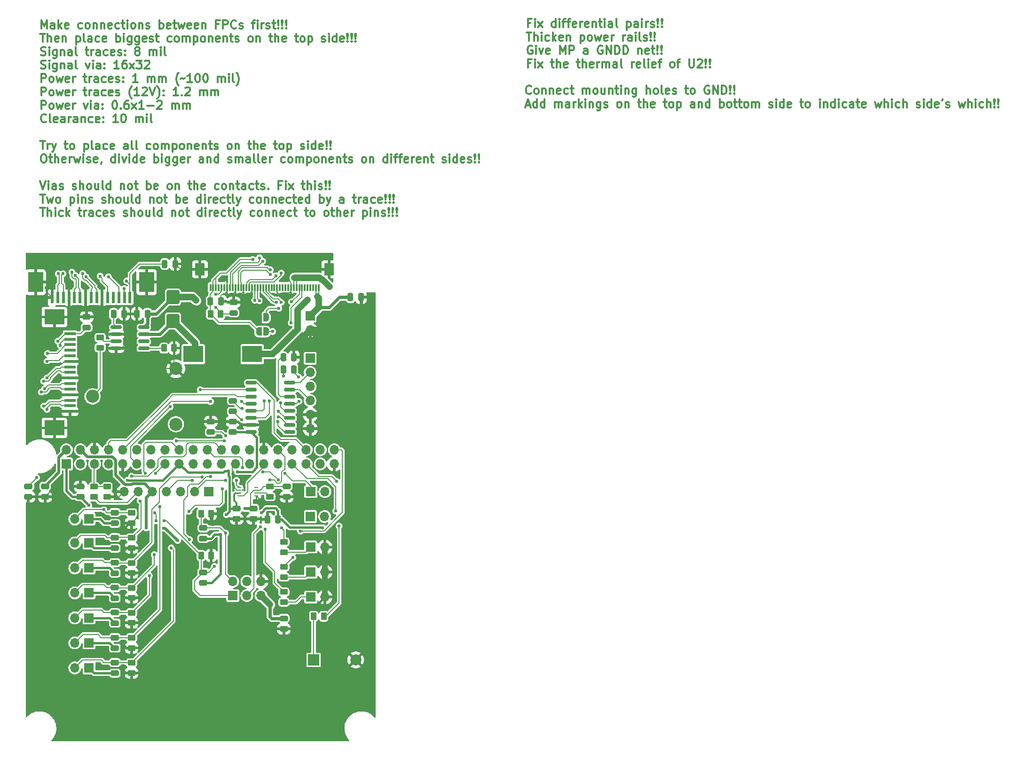
<source format=gbr>
%TF.GenerationSoftware,KiCad,Pcbnew,7.0.8*%
%TF.CreationDate,2023-11-07T10:44:17+02:00*%
%TF.ProjectId,Shield,53686965-6c64-42e6-9b69-6361645f7063,rev?*%
%TF.SameCoordinates,Original*%
%TF.FileFunction,Copper,L1,Top*%
%TF.FilePolarity,Positive*%
%FSLAX46Y46*%
G04 Gerber Fmt 4.6, Leading zero omitted, Abs format (unit mm)*
G04 Created by KiCad (PCBNEW 7.0.8) date 2023-11-07 10:44:17*
%MOMM*%
%LPD*%
G01*
G04 APERTURE LIST*
G04 Aperture macros list*
%AMRoundRect*
0 Rectangle with rounded corners*
0 $1 Rounding radius*
0 $2 $3 $4 $5 $6 $7 $8 $9 X,Y pos of 4 corners*
0 Add a 4 corners polygon primitive as box body*
4,1,4,$2,$3,$4,$5,$6,$7,$8,$9,$2,$3,0*
0 Add four circle primitives for the rounded corners*
1,1,$1+$1,$2,$3*
1,1,$1+$1,$4,$5*
1,1,$1+$1,$6,$7*
1,1,$1+$1,$8,$9*
0 Add four rect primitives between the rounded corners*
20,1,$1+$1,$2,$3,$4,$5,0*
20,1,$1+$1,$4,$5,$6,$7,0*
20,1,$1+$1,$6,$7,$8,$9,0*
20,1,$1+$1,$8,$9,$2,$3,0*%
%AMFreePoly0*
4,1,19,0.500000,-0.750000,0.000000,-0.750000,0.000000,-0.744911,-0.071157,-0.744911,-0.207708,-0.704816,-0.327430,-0.627875,-0.420627,-0.520320,-0.479746,-0.390866,-0.500000,-0.250000,-0.500000,0.250000,-0.479746,0.390866,-0.420627,0.520320,-0.327430,0.627875,-0.207708,0.704816,-0.071157,0.744911,0.000000,0.744911,0.000000,0.750000,0.500000,0.750000,0.500000,-0.750000,0.500000,-0.750000,
$1*%
%AMFreePoly1*
4,1,19,0.000000,0.744911,0.071157,0.744911,0.207708,0.704816,0.327430,0.627875,0.420627,0.520320,0.479746,0.390866,0.500000,0.250000,0.500000,-0.250000,0.479746,-0.390866,0.420627,-0.520320,0.327430,-0.627875,0.207708,-0.704816,0.071157,-0.744911,0.000000,-0.744911,0.000000,-0.750000,-0.500000,-0.750000,-0.500000,0.750000,0.000000,0.750000,0.000000,0.744911,0.000000,0.744911,
$1*%
G04 Aperture macros list end*
%ADD10C,0.300000*%
%TA.AperFunction,NonConductor*%
%ADD11C,0.300000*%
%TD*%
%TA.AperFunction,SMDPad,CuDef*%
%ADD12RoundRect,0.250000X0.475000X-0.250000X0.475000X0.250000X-0.475000X0.250000X-0.475000X-0.250000X0*%
%TD*%
%TA.AperFunction,ComponentPad*%
%ADD13R,1.700000X1.700000*%
%TD*%
%TA.AperFunction,ComponentPad*%
%ADD14O,1.700000X1.700000*%
%TD*%
%TA.AperFunction,SMDPad,CuDef*%
%ADD15RoundRect,0.250000X-0.475000X0.250000X-0.475000X-0.250000X0.475000X-0.250000X0.475000X0.250000X0*%
%TD*%
%TA.AperFunction,SMDPad,CuDef*%
%ADD16R,2.000000X0.610000*%
%TD*%
%TA.AperFunction,SMDPad,CuDef*%
%ADD17R,3.600000X2.680000*%
%TD*%
%TA.AperFunction,SMDPad,CuDef*%
%ADD18R,0.300000X1.300000*%
%TD*%
%TA.AperFunction,SMDPad,CuDef*%
%ADD19R,1.800000X2.200000*%
%TD*%
%TA.AperFunction,SMDPad,CuDef*%
%ADD20RoundRect,0.250000X0.450000X-0.262500X0.450000X0.262500X-0.450000X0.262500X-0.450000X-0.262500X0*%
%TD*%
%TA.AperFunction,SMDPad,CuDef*%
%ADD21R,0.750000X0.250000*%
%TD*%
%TA.AperFunction,SMDPad,CuDef*%
%ADD22RoundRect,0.250000X-0.450000X0.262500X-0.450000X-0.262500X0.450000X-0.262500X0.450000X0.262500X0*%
%TD*%
%TA.AperFunction,SMDPad,CuDef*%
%ADD23RoundRect,0.250000X-0.250000X-0.475000X0.250000X-0.475000X0.250000X0.475000X-0.250000X0.475000X0*%
%TD*%
%TA.AperFunction,ComponentPad*%
%ADD24R,2.000000X2.000000*%
%TD*%
%TA.AperFunction,ComponentPad*%
%ADD25C,2.000000*%
%TD*%
%TA.AperFunction,SMDPad,CuDef*%
%ADD26RoundRect,0.150000X-0.825000X-0.150000X0.825000X-0.150000X0.825000X0.150000X-0.825000X0.150000X0*%
%TD*%
%TA.AperFunction,ComponentPad*%
%ADD27C,0.600000*%
%TD*%
%TA.AperFunction,SMDPad,CuDef*%
%ADD28R,2.290000X3.000000*%
%TD*%
%TA.AperFunction,SMDPad,CuDef*%
%ADD29RoundRect,0.250000X-0.262500X-0.450000X0.262500X-0.450000X0.262500X0.450000X-0.262500X0.450000X0*%
%TD*%
%TA.AperFunction,ComponentPad*%
%ADD30C,2.340000*%
%TD*%
%TA.AperFunction,SMDPad,CuDef*%
%ADD31RoundRect,0.250000X0.250000X0.475000X-0.250000X0.475000X-0.250000X-0.475000X0.250000X-0.475000X0*%
%TD*%
%TA.AperFunction,SMDPad,CuDef*%
%ADD32RoundRect,0.150000X0.837500X0.150000X-0.837500X0.150000X-0.837500X-0.150000X0.837500X-0.150000X0*%
%TD*%
%TA.AperFunction,SMDPad,CuDef*%
%ADD33R,0.610000X2.000000*%
%TD*%
%TA.AperFunction,SMDPad,CuDef*%
%ADD34R,2.680000X3.600000*%
%TD*%
%TA.AperFunction,SMDPad,CuDef*%
%ADD35FreePoly0,0.000000*%
%TD*%
%TA.AperFunction,SMDPad,CuDef*%
%ADD36FreePoly1,0.000000*%
%TD*%
%TA.AperFunction,SMDPad,CuDef*%
%ADD37RoundRect,0.250000X0.262500X0.450000X-0.262500X0.450000X-0.262500X-0.450000X0.262500X-0.450000X0*%
%TD*%
%TA.AperFunction,SMDPad,CuDef*%
%ADD38RoundRect,0.250000X-0.900000X1.000000X-0.900000X-1.000000X0.900000X-1.000000X0.900000X1.000000X0*%
%TD*%
%TA.AperFunction,SMDPad,CuDef*%
%ADD39R,3.600000X3.000000*%
%TD*%
%TA.AperFunction,ViaPad*%
%ADD40C,0.600000*%
%TD*%
%TA.AperFunction,ViaPad*%
%ADD41C,0.800000*%
%TD*%
%TA.AperFunction,Conductor*%
%ADD42C,0.203200*%
%TD*%
%TA.AperFunction,Conductor*%
%ADD43C,0.600000*%
%TD*%
%TA.AperFunction,Conductor*%
%ADD44C,1.200000*%
%TD*%
%TA.AperFunction,Conductor*%
%ADD45C,0.400000*%
%TD*%
%TA.AperFunction,Conductor*%
%ADD46C,0.300000*%
%TD*%
%TA.AperFunction,Conductor*%
%ADD47C,0.200000*%
%TD*%
%TA.AperFunction,Conductor*%
%ADD48C,0.410000*%
%TD*%
%TA.AperFunction,Conductor*%
%ADD49C,0.250000*%
%TD*%
%TA.AperFunction,Conductor*%
%ADD50C,0.500000*%
%TD*%
%TA.AperFunction,Conductor*%
%ADD51C,1.000000*%
%TD*%
%TA.AperFunction,Conductor*%
%ADD52C,0.450000*%
%TD*%
G04 APERTURE END LIST*
D10*
D11*
X169924510Y-19580114D02*
X169424510Y-19580114D01*
X169424510Y-20365828D02*
X169424510Y-18865828D01*
X169424510Y-18865828D02*
X170138796Y-18865828D01*
X170710224Y-20365828D02*
X170710224Y-19365828D01*
X170710224Y-18865828D02*
X170638796Y-18937257D01*
X170638796Y-18937257D02*
X170710224Y-19008685D01*
X170710224Y-19008685D02*
X170781653Y-18937257D01*
X170781653Y-18937257D02*
X170710224Y-18865828D01*
X170710224Y-18865828D02*
X170710224Y-19008685D01*
X171281653Y-20365828D02*
X172067368Y-19365828D01*
X171281653Y-19365828D02*
X172067368Y-20365828D01*
X174424511Y-20365828D02*
X174424511Y-18865828D01*
X174424511Y-20294400D02*
X174281653Y-20365828D01*
X174281653Y-20365828D02*
X173995939Y-20365828D01*
X173995939Y-20365828D02*
X173853082Y-20294400D01*
X173853082Y-20294400D02*
X173781653Y-20222971D01*
X173781653Y-20222971D02*
X173710225Y-20080114D01*
X173710225Y-20080114D02*
X173710225Y-19651542D01*
X173710225Y-19651542D02*
X173781653Y-19508685D01*
X173781653Y-19508685D02*
X173853082Y-19437257D01*
X173853082Y-19437257D02*
X173995939Y-19365828D01*
X173995939Y-19365828D02*
X174281653Y-19365828D01*
X174281653Y-19365828D02*
X174424511Y-19437257D01*
X175138796Y-20365828D02*
X175138796Y-19365828D01*
X175138796Y-18865828D02*
X175067368Y-18937257D01*
X175067368Y-18937257D02*
X175138796Y-19008685D01*
X175138796Y-19008685D02*
X175210225Y-18937257D01*
X175210225Y-18937257D02*
X175138796Y-18865828D01*
X175138796Y-18865828D02*
X175138796Y-19008685D01*
X175638797Y-19365828D02*
X176210225Y-19365828D01*
X175853082Y-20365828D02*
X175853082Y-19080114D01*
X175853082Y-19080114D02*
X175924511Y-18937257D01*
X175924511Y-18937257D02*
X176067368Y-18865828D01*
X176067368Y-18865828D02*
X176210225Y-18865828D01*
X176495940Y-19365828D02*
X177067368Y-19365828D01*
X176710225Y-20365828D02*
X176710225Y-19080114D01*
X176710225Y-19080114D02*
X176781654Y-18937257D01*
X176781654Y-18937257D02*
X176924511Y-18865828D01*
X176924511Y-18865828D02*
X177067368Y-18865828D01*
X178138797Y-20294400D02*
X177995940Y-20365828D01*
X177995940Y-20365828D02*
X177710226Y-20365828D01*
X177710226Y-20365828D02*
X177567368Y-20294400D01*
X177567368Y-20294400D02*
X177495940Y-20151542D01*
X177495940Y-20151542D02*
X177495940Y-19580114D01*
X177495940Y-19580114D02*
X177567368Y-19437257D01*
X177567368Y-19437257D02*
X177710226Y-19365828D01*
X177710226Y-19365828D02*
X177995940Y-19365828D01*
X177995940Y-19365828D02*
X178138797Y-19437257D01*
X178138797Y-19437257D02*
X178210226Y-19580114D01*
X178210226Y-19580114D02*
X178210226Y-19722971D01*
X178210226Y-19722971D02*
X177495940Y-19865828D01*
X178853082Y-20365828D02*
X178853082Y-19365828D01*
X178853082Y-19651542D02*
X178924511Y-19508685D01*
X178924511Y-19508685D02*
X178995940Y-19437257D01*
X178995940Y-19437257D02*
X179138797Y-19365828D01*
X179138797Y-19365828D02*
X179281654Y-19365828D01*
X180353082Y-20294400D02*
X180210225Y-20365828D01*
X180210225Y-20365828D02*
X179924511Y-20365828D01*
X179924511Y-20365828D02*
X179781653Y-20294400D01*
X179781653Y-20294400D02*
X179710225Y-20151542D01*
X179710225Y-20151542D02*
X179710225Y-19580114D01*
X179710225Y-19580114D02*
X179781653Y-19437257D01*
X179781653Y-19437257D02*
X179924511Y-19365828D01*
X179924511Y-19365828D02*
X180210225Y-19365828D01*
X180210225Y-19365828D02*
X180353082Y-19437257D01*
X180353082Y-19437257D02*
X180424511Y-19580114D01*
X180424511Y-19580114D02*
X180424511Y-19722971D01*
X180424511Y-19722971D02*
X179710225Y-19865828D01*
X181067367Y-19365828D02*
X181067367Y-20365828D01*
X181067367Y-19508685D02*
X181138796Y-19437257D01*
X181138796Y-19437257D02*
X181281653Y-19365828D01*
X181281653Y-19365828D02*
X181495939Y-19365828D01*
X181495939Y-19365828D02*
X181638796Y-19437257D01*
X181638796Y-19437257D02*
X181710225Y-19580114D01*
X181710225Y-19580114D02*
X181710225Y-20365828D01*
X182210225Y-19365828D02*
X182781653Y-19365828D01*
X182424510Y-18865828D02*
X182424510Y-20151542D01*
X182424510Y-20151542D02*
X182495939Y-20294400D01*
X182495939Y-20294400D02*
X182638796Y-20365828D01*
X182638796Y-20365828D02*
X182781653Y-20365828D01*
X183281653Y-20365828D02*
X183281653Y-19365828D01*
X183281653Y-18865828D02*
X183210225Y-18937257D01*
X183210225Y-18937257D02*
X183281653Y-19008685D01*
X183281653Y-19008685D02*
X183353082Y-18937257D01*
X183353082Y-18937257D02*
X183281653Y-18865828D01*
X183281653Y-18865828D02*
X183281653Y-19008685D01*
X184638797Y-20365828D02*
X184638797Y-19580114D01*
X184638797Y-19580114D02*
X184567368Y-19437257D01*
X184567368Y-19437257D02*
X184424511Y-19365828D01*
X184424511Y-19365828D02*
X184138797Y-19365828D01*
X184138797Y-19365828D02*
X183995939Y-19437257D01*
X184638797Y-20294400D02*
X184495939Y-20365828D01*
X184495939Y-20365828D02*
X184138797Y-20365828D01*
X184138797Y-20365828D02*
X183995939Y-20294400D01*
X183995939Y-20294400D02*
X183924511Y-20151542D01*
X183924511Y-20151542D02*
X183924511Y-20008685D01*
X183924511Y-20008685D02*
X183995939Y-19865828D01*
X183995939Y-19865828D02*
X184138797Y-19794400D01*
X184138797Y-19794400D02*
X184495939Y-19794400D01*
X184495939Y-19794400D02*
X184638797Y-19722971D01*
X185567368Y-20365828D02*
X185424511Y-20294400D01*
X185424511Y-20294400D02*
X185353082Y-20151542D01*
X185353082Y-20151542D02*
X185353082Y-18865828D01*
X187281653Y-19365828D02*
X187281653Y-20865828D01*
X187281653Y-19437257D02*
X187424511Y-19365828D01*
X187424511Y-19365828D02*
X187710225Y-19365828D01*
X187710225Y-19365828D02*
X187853082Y-19437257D01*
X187853082Y-19437257D02*
X187924511Y-19508685D01*
X187924511Y-19508685D02*
X187995939Y-19651542D01*
X187995939Y-19651542D02*
X187995939Y-20080114D01*
X187995939Y-20080114D02*
X187924511Y-20222971D01*
X187924511Y-20222971D02*
X187853082Y-20294400D01*
X187853082Y-20294400D02*
X187710225Y-20365828D01*
X187710225Y-20365828D02*
X187424511Y-20365828D01*
X187424511Y-20365828D02*
X187281653Y-20294400D01*
X189281654Y-20365828D02*
X189281654Y-19580114D01*
X189281654Y-19580114D02*
X189210225Y-19437257D01*
X189210225Y-19437257D02*
X189067368Y-19365828D01*
X189067368Y-19365828D02*
X188781654Y-19365828D01*
X188781654Y-19365828D02*
X188638796Y-19437257D01*
X189281654Y-20294400D02*
X189138796Y-20365828D01*
X189138796Y-20365828D02*
X188781654Y-20365828D01*
X188781654Y-20365828D02*
X188638796Y-20294400D01*
X188638796Y-20294400D02*
X188567368Y-20151542D01*
X188567368Y-20151542D02*
X188567368Y-20008685D01*
X188567368Y-20008685D02*
X188638796Y-19865828D01*
X188638796Y-19865828D02*
X188781654Y-19794400D01*
X188781654Y-19794400D02*
X189138796Y-19794400D01*
X189138796Y-19794400D02*
X189281654Y-19722971D01*
X189995939Y-20365828D02*
X189995939Y-19365828D01*
X189995939Y-18865828D02*
X189924511Y-18937257D01*
X189924511Y-18937257D02*
X189995939Y-19008685D01*
X189995939Y-19008685D02*
X190067368Y-18937257D01*
X190067368Y-18937257D02*
X189995939Y-18865828D01*
X189995939Y-18865828D02*
X189995939Y-19008685D01*
X190710225Y-20365828D02*
X190710225Y-19365828D01*
X190710225Y-19651542D02*
X190781654Y-19508685D01*
X190781654Y-19508685D02*
X190853083Y-19437257D01*
X190853083Y-19437257D02*
X190995940Y-19365828D01*
X190995940Y-19365828D02*
X191138797Y-19365828D01*
X191567368Y-20294400D02*
X191710225Y-20365828D01*
X191710225Y-20365828D02*
X191995939Y-20365828D01*
X191995939Y-20365828D02*
X192138796Y-20294400D01*
X192138796Y-20294400D02*
X192210225Y-20151542D01*
X192210225Y-20151542D02*
X192210225Y-20080114D01*
X192210225Y-20080114D02*
X192138796Y-19937257D01*
X192138796Y-19937257D02*
X191995939Y-19865828D01*
X191995939Y-19865828D02*
X191781654Y-19865828D01*
X191781654Y-19865828D02*
X191638796Y-19794400D01*
X191638796Y-19794400D02*
X191567368Y-19651542D01*
X191567368Y-19651542D02*
X191567368Y-19580114D01*
X191567368Y-19580114D02*
X191638796Y-19437257D01*
X191638796Y-19437257D02*
X191781654Y-19365828D01*
X191781654Y-19365828D02*
X191995939Y-19365828D01*
X191995939Y-19365828D02*
X192138796Y-19437257D01*
X192853082Y-20222971D02*
X192924511Y-20294400D01*
X192924511Y-20294400D02*
X192853082Y-20365828D01*
X192853082Y-20365828D02*
X192781654Y-20294400D01*
X192781654Y-20294400D02*
X192853082Y-20222971D01*
X192853082Y-20222971D02*
X192853082Y-20365828D01*
X192853082Y-19794400D02*
X192781654Y-18937257D01*
X192781654Y-18937257D02*
X192853082Y-18865828D01*
X192853082Y-18865828D02*
X192924511Y-18937257D01*
X192924511Y-18937257D02*
X192853082Y-19794400D01*
X192853082Y-19794400D02*
X192853082Y-18865828D01*
X193567368Y-20222971D02*
X193638797Y-20294400D01*
X193638797Y-20294400D02*
X193567368Y-20365828D01*
X193567368Y-20365828D02*
X193495940Y-20294400D01*
X193495940Y-20294400D02*
X193567368Y-20222971D01*
X193567368Y-20222971D02*
X193567368Y-20365828D01*
X193567368Y-19794400D02*
X193495940Y-18937257D01*
X193495940Y-18937257D02*
X193567368Y-18865828D01*
X193567368Y-18865828D02*
X193638797Y-18937257D01*
X193638797Y-18937257D02*
X193567368Y-19794400D01*
X193567368Y-19794400D02*
X193567368Y-18865828D01*
X169210225Y-21280828D02*
X170067368Y-21280828D01*
X169638796Y-22780828D02*
X169638796Y-21280828D01*
X170567367Y-22780828D02*
X170567367Y-21280828D01*
X171210225Y-22780828D02*
X171210225Y-21995114D01*
X171210225Y-21995114D02*
X171138796Y-21852257D01*
X171138796Y-21852257D02*
X170995939Y-21780828D01*
X170995939Y-21780828D02*
X170781653Y-21780828D01*
X170781653Y-21780828D02*
X170638796Y-21852257D01*
X170638796Y-21852257D02*
X170567367Y-21923685D01*
X171924510Y-22780828D02*
X171924510Y-21780828D01*
X171924510Y-21280828D02*
X171853082Y-21352257D01*
X171853082Y-21352257D02*
X171924510Y-21423685D01*
X171924510Y-21423685D02*
X171995939Y-21352257D01*
X171995939Y-21352257D02*
X171924510Y-21280828D01*
X171924510Y-21280828D02*
X171924510Y-21423685D01*
X173281654Y-22709400D02*
X173138796Y-22780828D01*
X173138796Y-22780828D02*
X172853082Y-22780828D01*
X172853082Y-22780828D02*
X172710225Y-22709400D01*
X172710225Y-22709400D02*
X172638796Y-22637971D01*
X172638796Y-22637971D02*
X172567368Y-22495114D01*
X172567368Y-22495114D02*
X172567368Y-22066542D01*
X172567368Y-22066542D02*
X172638796Y-21923685D01*
X172638796Y-21923685D02*
X172710225Y-21852257D01*
X172710225Y-21852257D02*
X172853082Y-21780828D01*
X172853082Y-21780828D02*
X173138796Y-21780828D01*
X173138796Y-21780828D02*
X173281654Y-21852257D01*
X173924510Y-22780828D02*
X173924510Y-21280828D01*
X174067368Y-22209400D02*
X174495939Y-22780828D01*
X174495939Y-21780828D02*
X173924510Y-22352257D01*
X175710225Y-22709400D02*
X175567368Y-22780828D01*
X175567368Y-22780828D02*
X175281654Y-22780828D01*
X175281654Y-22780828D02*
X175138796Y-22709400D01*
X175138796Y-22709400D02*
X175067368Y-22566542D01*
X175067368Y-22566542D02*
X175067368Y-21995114D01*
X175067368Y-21995114D02*
X175138796Y-21852257D01*
X175138796Y-21852257D02*
X175281654Y-21780828D01*
X175281654Y-21780828D02*
X175567368Y-21780828D01*
X175567368Y-21780828D02*
X175710225Y-21852257D01*
X175710225Y-21852257D02*
X175781654Y-21995114D01*
X175781654Y-21995114D02*
X175781654Y-22137971D01*
X175781654Y-22137971D02*
X175067368Y-22280828D01*
X176424510Y-21780828D02*
X176424510Y-22780828D01*
X176424510Y-21923685D02*
X176495939Y-21852257D01*
X176495939Y-21852257D02*
X176638796Y-21780828D01*
X176638796Y-21780828D02*
X176853082Y-21780828D01*
X176853082Y-21780828D02*
X176995939Y-21852257D01*
X176995939Y-21852257D02*
X177067368Y-21995114D01*
X177067368Y-21995114D02*
X177067368Y-22780828D01*
X178924510Y-21780828D02*
X178924510Y-23280828D01*
X178924510Y-21852257D02*
X179067368Y-21780828D01*
X179067368Y-21780828D02*
X179353082Y-21780828D01*
X179353082Y-21780828D02*
X179495939Y-21852257D01*
X179495939Y-21852257D02*
X179567368Y-21923685D01*
X179567368Y-21923685D02*
X179638796Y-22066542D01*
X179638796Y-22066542D02*
X179638796Y-22495114D01*
X179638796Y-22495114D02*
X179567368Y-22637971D01*
X179567368Y-22637971D02*
X179495939Y-22709400D01*
X179495939Y-22709400D02*
X179353082Y-22780828D01*
X179353082Y-22780828D02*
X179067368Y-22780828D01*
X179067368Y-22780828D02*
X178924510Y-22709400D01*
X180495939Y-22780828D02*
X180353082Y-22709400D01*
X180353082Y-22709400D02*
X180281653Y-22637971D01*
X180281653Y-22637971D02*
X180210225Y-22495114D01*
X180210225Y-22495114D02*
X180210225Y-22066542D01*
X180210225Y-22066542D02*
X180281653Y-21923685D01*
X180281653Y-21923685D02*
X180353082Y-21852257D01*
X180353082Y-21852257D02*
X180495939Y-21780828D01*
X180495939Y-21780828D02*
X180710225Y-21780828D01*
X180710225Y-21780828D02*
X180853082Y-21852257D01*
X180853082Y-21852257D02*
X180924511Y-21923685D01*
X180924511Y-21923685D02*
X180995939Y-22066542D01*
X180995939Y-22066542D02*
X180995939Y-22495114D01*
X180995939Y-22495114D02*
X180924511Y-22637971D01*
X180924511Y-22637971D02*
X180853082Y-22709400D01*
X180853082Y-22709400D02*
X180710225Y-22780828D01*
X180710225Y-22780828D02*
X180495939Y-22780828D01*
X181495939Y-21780828D02*
X181781654Y-22780828D01*
X181781654Y-22780828D02*
X182067368Y-22066542D01*
X182067368Y-22066542D02*
X182353082Y-22780828D01*
X182353082Y-22780828D02*
X182638796Y-21780828D01*
X183781654Y-22709400D02*
X183638797Y-22780828D01*
X183638797Y-22780828D02*
X183353083Y-22780828D01*
X183353083Y-22780828D02*
X183210225Y-22709400D01*
X183210225Y-22709400D02*
X183138797Y-22566542D01*
X183138797Y-22566542D02*
X183138797Y-21995114D01*
X183138797Y-21995114D02*
X183210225Y-21852257D01*
X183210225Y-21852257D02*
X183353083Y-21780828D01*
X183353083Y-21780828D02*
X183638797Y-21780828D01*
X183638797Y-21780828D02*
X183781654Y-21852257D01*
X183781654Y-21852257D02*
X183853083Y-21995114D01*
X183853083Y-21995114D02*
X183853083Y-22137971D01*
X183853083Y-22137971D02*
X183138797Y-22280828D01*
X184495939Y-22780828D02*
X184495939Y-21780828D01*
X184495939Y-22066542D02*
X184567368Y-21923685D01*
X184567368Y-21923685D02*
X184638797Y-21852257D01*
X184638797Y-21852257D02*
X184781654Y-21780828D01*
X184781654Y-21780828D02*
X184924511Y-21780828D01*
X186567367Y-22780828D02*
X186567367Y-21780828D01*
X186567367Y-22066542D02*
X186638796Y-21923685D01*
X186638796Y-21923685D02*
X186710225Y-21852257D01*
X186710225Y-21852257D02*
X186853082Y-21780828D01*
X186853082Y-21780828D02*
X186995939Y-21780828D01*
X188138796Y-22780828D02*
X188138796Y-21995114D01*
X188138796Y-21995114D02*
X188067367Y-21852257D01*
X188067367Y-21852257D02*
X187924510Y-21780828D01*
X187924510Y-21780828D02*
X187638796Y-21780828D01*
X187638796Y-21780828D02*
X187495938Y-21852257D01*
X188138796Y-22709400D02*
X187995938Y-22780828D01*
X187995938Y-22780828D02*
X187638796Y-22780828D01*
X187638796Y-22780828D02*
X187495938Y-22709400D01*
X187495938Y-22709400D02*
X187424510Y-22566542D01*
X187424510Y-22566542D02*
X187424510Y-22423685D01*
X187424510Y-22423685D02*
X187495938Y-22280828D01*
X187495938Y-22280828D02*
X187638796Y-22209400D01*
X187638796Y-22209400D02*
X187995938Y-22209400D01*
X187995938Y-22209400D02*
X188138796Y-22137971D01*
X188853081Y-22780828D02*
X188853081Y-21780828D01*
X188853081Y-21280828D02*
X188781653Y-21352257D01*
X188781653Y-21352257D02*
X188853081Y-21423685D01*
X188853081Y-21423685D02*
X188924510Y-21352257D01*
X188924510Y-21352257D02*
X188853081Y-21280828D01*
X188853081Y-21280828D02*
X188853081Y-21423685D01*
X189781653Y-22780828D02*
X189638796Y-22709400D01*
X189638796Y-22709400D02*
X189567367Y-22566542D01*
X189567367Y-22566542D02*
X189567367Y-21280828D01*
X190281653Y-22709400D02*
X190424510Y-22780828D01*
X190424510Y-22780828D02*
X190710224Y-22780828D01*
X190710224Y-22780828D02*
X190853081Y-22709400D01*
X190853081Y-22709400D02*
X190924510Y-22566542D01*
X190924510Y-22566542D02*
X190924510Y-22495114D01*
X190924510Y-22495114D02*
X190853081Y-22352257D01*
X190853081Y-22352257D02*
X190710224Y-22280828D01*
X190710224Y-22280828D02*
X190495939Y-22280828D01*
X190495939Y-22280828D02*
X190353081Y-22209400D01*
X190353081Y-22209400D02*
X190281653Y-22066542D01*
X190281653Y-22066542D02*
X190281653Y-21995114D01*
X190281653Y-21995114D02*
X190353081Y-21852257D01*
X190353081Y-21852257D02*
X190495939Y-21780828D01*
X190495939Y-21780828D02*
X190710224Y-21780828D01*
X190710224Y-21780828D02*
X190853081Y-21852257D01*
X191567367Y-22637971D02*
X191638796Y-22709400D01*
X191638796Y-22709400D02*
X191567367Y-22780828D01*
X191567367Y-22780828D02*
X191495939Y-22709400D01*
X191495939Y-22709400D02*
X191567367Y-22637971D01*
X191567367Y-22637971D02*
X191567367Y-22780828D01*
X191567367Y-22209400D02*
X191495939Y-21352257D01*
X191495939Y-21352257D02*
X191567367Y-21280828D01*
X191567367Y-21280828D02*
X191638796Y-21352257D01*
X191638796Y-21352257D02*
X191567367Y-22209400D01*
X191567367Y-22209400D02*
X191567367Y-21280828D01*
X192281653Y-22637971D02*
X192353082Y-22709400D01*
X192353082Y-22709400D02*
X192281653Y-22780828D01*
X192281653Y-22780828D02*
X192210225Y-22709400D01*
X192210225Y-22709400D02*
X192281653Y-22637971D01*
X192281653Y-22637971D02*
X192281653Y-22780828D01*
X192281653Y-22209400D02*
X192210225Y-21352257D01*
X192210225Y-21352257D02*
X192281653Y-21280828D01*
X192281653Y-21280828D02*
X192353082Y-21352257D01*
X192353082Y-21352257D02*
X192281653Y-22209400D01*
X192281653Y-22209400D02*
X192281653Y-21280828D01*
X170210225Y-23767257D02*
X170067368Y-23695828D01*
X170067368Y-23695828D02*
X169853082Y-23695828D01*
X169853082Y-23695828D02*
X169638796Y-23767257D01*
X169638796Y-23767257D02*
X169495939Y-23910114D01*
X169495939Y-23910114D02*
X169424510Y-24052971D01*
X169424510Y-24052971D02*
X169353082Y-24338685D01*
X169353082Y-24338685D02*
X169353082Y-24552971D01*
X169353082Y-24552971D02*
X169424510Y-24838685D01*
X169424510Y-24838685D02*
X169495939Y-24981542D01*
X169495939Y-24981542D02*
X169638796Y-25124400D01*
X169638796Y-25124400D02*
X169853082Y-25195828D01*
X169853082Y-25195828D02*
X169995939Y-25195828D01*
X169995939Y-25195828D02*
X170210225Y-25124400D01*
X170210225Y-25124400D02*
X170281653Y-25052971D01*
X170281653Y-25052971D02*
X170281653Y-24552971D01*
X170281653Y-24552971D02*
X169995939Y-24552971D01*
X170924510Y-25195828D02*
X170924510Y-24195828D01*
X170924510Y-23695828D02*
X170853082Y-23767257D01*
X170853082Y-23767257D02*
X170924510Y-23838685D01*
X170924510Y-23838685D02*
X170995939Y-23767257D01*
X170995939Y-23767257D02*
X170924510Y-23695828D01*
X170924510Y-23695828D02*
X170924510Y-23838685D01*
X171495939Y-24195828D02*
X171853082Y-25195828D01*
X171853082Y-25195828D02*
X172210225Y-24195828D01*
X173353082Y-25124400D02*
X173210225Y-25195828D01*
X173210225Y-25195828D02*
X172924511Y-25195828D01*
X172924511Y-25195828D02*
X172781653Y-25124400D01*
X172781653Y-25124400D02*
X172710225Y-24981542D01*
X172710225Y-24981542D02*
X172710225Y-24410114D01*
X172710225Y-24410114D02*
X172781653Y-24267257D01*
X172781653Y-24267257D02*
X172924511Y-24195828D01*
X172924511Y-24195828D02*
X173210225Y-24195828D01*
X173210225Y-24195828D02*
X173353082Y-24267257D01*
X173353082Y-24267257D02*
X173424511Y-24410114D01*
X173424511Y-24410114D02*
X173424511Y-24552971D01*
X173424511Y-24552971D02*
X172710225Y-24695828D01*
X175210224Y-25195828D02*
X175210224Y-23695828D01*
X175210224Y-23695828D02*
X175710224Y-24767257D01*
X175710224Y-24767257D02*
X176210224Y-23695828D01*
X176210224Y-23695828D02*
X176210224Y-25195828D01*
X176924510Y-25195828D02*
X176924510Y-23695828D01*
X176924510Y-23695828D02*
X177495939Y-23695828D01*
X177495939Y-23695828D02*
X177638796Y-23767257D01*
X177638796Y-23767257D02*
X177710225Y-23838685D01*
X177710225Y-23838685D02*
X177781653Y-23981542D01*
X177781653Y-23981542D02*
X177781653Y-24195828D01*
X177781653Y-24195828D02*
X177710225Y-24338685D01*
X177710225Y-24338685D02*
X177638796Y-24410114D01*
X177638796Y-24410114D02*
X177495939Y-24481542D01*
X177495939Y-24481542D02*
X176924510Y-24481542D01*
X180210225Y-25195828D02*
X180210225Y-24410114D01*
X180210225Y-24410114D02*
X180138796Y-24267257D01*
X180138796Y-24267257D02*
X179995939Y-24195828D01*
X179995939Y-24195828D02*
X179710225Y-24195828D01*
X179710225Y-24195828D02*
X179567367Y-24267257D01*
X180210225Y-25124400D02*
X180067367Y-25195828D01*
X180067367Y-25195828D02*
X179710225Y-25195828D01*
X179710225Y-25195828D02*
X179567367Y-25124400D01*
X179567367Y-25124400D02*
X179495939Y-24981542D01*
X179495939Y-24981542D02*
X179495939Y-24838685D01*
X179495939Y-24838685D02*
X179567367Y-24695828D01*
X179567367Y-24695828D02*
X179710225Y-24624400D01*
X179710225Y-24624400D02*
X180067367Y-24624400D01*
X180067367Y-24624400D02*
X180210225Y-24552971D01*
X182853082Y-23767257D02*
X182710225Y-23695828D01*
X182710225Y-23695828D02*
X182495939Y-23695828D01*
X182495939Y-23695828D02*
X182281653Y-23767257D01*
X182281653Y-23767257D02*
X182138796Y-23910114D01*
X182138796Y-23910114D02*
X182067367Y-24052971D01*
X182067367Y-24052971D02*
X181995939Y-24338685D01*
X181995939Y-24338685D02*
X181995939Y-24552971D01*
X181995939Y-24552971D02*
X182067367Y-24838685D01*
X182067367Y-24838685D02*
X182138796Y-24981542D01*
X182138796Y-24981542D02*
X182281653Y-25124400D01*
X182281653Y-25124400D02*
X182495939Y-25195828D01*
X182495939Y-25195828D02*
X182638796Y-25195828D01*
X182638796Y-25195828D02*
X182853082Y-25124400D01*
X182853082Y-25124400D02*
X182924510Y-25052971D01*
X182924510Y-25052971D02*
X182924510Y-24552971D01*
X182924510Y-24552971D02*
X182638796Y-24552971D01*
X183567367Y-25195828D02*
X183567367Y-23695828D01*
X183567367Y-23695828D02*
X184424510Y-25195828D01*
X184424510Y-25195828D02*
X184424510Y-23695828D01*
X185138796Y-25195828D02*
X185138796Y-23695828D01*
X185138796Y-23695828D02*
X185495939Y-23695828D01*
X185495939Y-23695828D02*
X185710225Y-23767257D01*
X185710225Y-23767257D02*
X185853082Y-23910114D01*
X185853082Y-23910114D02*
X185924511Y-24052971D01*
X185924511Y-24052971D02*
X185995939Y-24338685D01*
X185995939Y-24338685D02*
X185995939Y-24552971D01*
X185995939Y-24552971D02*
X185924511Y-24838685D01*
X185924511Y-24838685D02*
X185853082Y-24981542D01*
X185853082Y-24981542D02*
X185710225Y-25124400D01*
X185710225Y-25124400D02*
X185495939Y-25195828D01*
X185495939Y-25195828D02*
X185138796Y-25195828D01*
X186638796Y-25195828D02*
X186638796Y-23695828D01*
X186638796Y-23695828D02*
X186995939Y-23695828D01*
X186995939Y-23695828D02*
X187210225Y-23767257D01*
X187210225Y-23767257D02*
X187353082Y-23910114D01*
X187353082Y-23910114D02*
X187424511Y-24052971D01*
X187424511Y-24052971D02*
X187495939Y-24338685D01*
X187495939Y-24338685D02*
X187495939Y-24552971D01*
X187495939Y-24552971D02*
X187424511Y-24838685D01*
X187424511Y-24838685D02*
X187353082Y-24981542D01*
X187353082Y-24981542D02*
X187210225Y-25124400D01*
X187210225Y-25124400D02*
X186995939Y-25195828D01*
X186995939Y-25195828D02*
X186638796Y-25195828D01*
X189281653Y-24195828D02*
X189281653Y-25195828D01*
X189281653Y-24338685D02*
X189353082Y-24267257D01*
X189353082Y-24267257D02*
X189495939Y-24195828D01*
X189495939Y-24195828D02*
X189710225Y-24195828D01*
X189710225Y-24195828D02*
X189853082Y-24267257D01*
X189853082Y-24267257D02*
X189924511Y-24410114D01*
X189924511Y-24410114D02*
X189924511Y-25195828D01*
X191210225Y-25124400D02*
X191067368Y-25195828D01*
X191067368Y-25195828D02*
X190781654Y-25195828D01*
X190781654Y-25195828D02*
X190638796Y-25124400D01*
X190638796Y-25124400D02*
X190567368Y-24981542D01*
X190567368Y-24981542D02*
X190567368Y-24410114D01*
X190567368Y-24410114D02*
X190638796Y-24267257D01*
X190638796Y-24267257D02*
X190781654Y-24195828D01*
X190781654Y-24195828D02*
X191067368Y-24195828D01*
X191067368Y-24195828D02*
X191210225Y-24267257D01*
X191210225Y-24267257D02*
X191281654Y-24410114D01*
X191281654Y-24410114D02*
X191281654Y-24552971D01*
X191281654Y-24552971D02*
X190567368Y-24695828D01*
X191710225Y-24195828D02*
X192281653Y-24195828D01*
X191924510Y-23695828D02*
X191924510Y-24981542D01*
X191924510Y-24981542D02*
X191995939Y-25124400D01*
X191995939Y-25124400D02*
X192138796Y-25195828D01*
X192138796Y-25195828D02*
X192281653Y-25195828D01*
X192781653Y-25052971D02*
X192853082Y-25124400D01*
X192853082Y-25124400D02*
X192781653Y-25195828D01*
X192781653Y-25195828D02*
X192710225Y-25124400D01*
X192710225Y-25124400D02*
X192781653Y-25052971D01*
X192781653Y-25052971D02*
X192781653Y-25195828D01*
X192781653Y-24624400D02*
X192710225Y-23767257D01*
X192710225Y-23767257D02*
X192781653Y-23695828D01*
X192781653Y-23695828D02*
X192853082Y-23767257D01*
X192853082Y-23767257D02*
X192781653Y-24624400D01*
X192781653Y-24624400D02*
X192781653Y-23695828D01*
X193495939Y-25052971D02*
X193567368Y-25124400D01*
X193567368Y-25124400D02*
X193495939Y-25195828D01*
X193495939Y-25195828D02*
X193424511Y-25124400D01*
X193424511Y-25124400D02*
X193495939Y-25052971D01*
X193495939Y-25052971D02*
X193495939Y-25195828D01*
X193495939Y-24624400D02*
X193424511Y-23767257D01*
X193424511Y-23767257D02*
X193495939Y-23695828D01*
X193495939Y-23695828D02*
X193567368Y-23767257D01*
X193567368Y-23767257D02*
X193495939Y-24624400D01*
X193495939Y-24624400D02*
X193495939Y-23695828D01*
X169924510Y-26825114D02*
X169424510Y-26825114D01*
X169424510Y-27610828D02*
X169424510Y-26110828D01*
X169424510Y-26110828D02*
X170138796Y-26110828D01*
X170710224Y-27610828D02*
X170710224Y-26610828D01*
X170710224Y-26110828D02*
X170638796Y-26182257D01*
X170638796Y-26182257D02*
X170710224Y-26253685D01*
X170710224Y-26253685D02*
X170781653Y-26182257D01*
X170781653Y-26182257D02*
X170710224Y-26110828D01*
X170710224Y-26110828D02*
X170710224Y-26253685D01*
X171281653Y-27610828D02*
X172067368Y-26610828D01*
X171281653Y-26610828D02*
X172067368Y-27610828D01*
X173567368Y-26610828D02*
X174138796Y-26610828D01*
X173781653Y-26110828D02*
X173781653Y-27396542D01*
X173781653Y-27396542D02*
X173853082Y-27539400D01*
X173853082Y-27539400D02*
X173995939Y-27610828D01*
X173995939Y-27610828D02*
X174138796Y-27610828D01*
X174638796Y-27610828D02*
X174638796Y-26110828D01*
X175281654Y-27610828D02*
X175281654Y-26825114D01*
X175281654Y-26825114D02*
X175210225Y-26682257D01*
X175210225Y-26682257D02*
X175067368Y-26610828D01*
X175067368Y-26610828D02*
X174853082Y-26610828D01*
X174853082Y-26610828D02*
X174710225Y-26682257D01*
X174710225Y-26682257D02*
X174638796Y-26753685D01*
X176567368Y-27539400D02*
X176424511Y-27610828D01*
X176424511Y-27610828D02*
X176138797Y-27610828D01*
X176138797Y-27610828D02*
X175995939Y-27539400D01*
X175995939Y-27539400D02*
X175924511Y-27396542D01*
X175924511Y-27396542D02*
X175924511Y-26825114D01*
X175924511Y-26825114D02*
X175995939Y-26682257D01*
X175995939Y-26682257D02*
X176138797Y-26610828D01*
X176138797Y-26610828D02*
X176424511Y-26610828D01*
X176424511Y-26610828D02*
X176567368Y-26682257D01*
X176567368Y-26682257D02*
X176638797Y-26825114D01*
X176638797Y-26825114D02*
X176638797Y-26967971D01*
X176638797Y-26967971D02*
X175924511Y-27110828D01*
X178210225Y-26610828D02*
X178781653Y-26610828D01*
X178424510Y-26110828D02*
X178424510Y-27396542D01*
X178424510Y-27396542D02*
X178495939Y-27539400D01*
X178495939Y-27539400D02*
X178638796Y-27610828D01*
X178638796Y-27610828D02*
X178781653Y-27610828D01*
X179281653Y-27610828D02*
X179281653Y-26110828D01*
X179924511Y-27610828D02*
X179924511Y-26825114D01*
X179924511Y-26825114D02*
X179853082Y-26682257D01*
X179853082Y-26682257D02*
X179710225Y-26610828D01*
X179710225Y-26610828D02*
X179495939Y-26610828D01*
X179495939Y-26610828D02*
X179353082Y-26682257D01*
X179353082Y-26682257D02*
X179281653Y-26753685D01*
X181210225Y-27539400D02*
X181067368Y-27610828D01*
X181067368Y-27610828D02*
X180781654Y-27610828D01*
X180781654Y-27610828D02*
X180638796Y-27539400D01*
X180638796Y-27539400D02*
X180567368Y-27396542D01*
X180567368Y-27396542D02*
X180567368Y-26825114D01*
X180567368Y-26825114D02*
X180638796Y-26682257D01*
X180638796Y-26682257D02*
X180781654Y-26610828D01*
X180781654Y-26610828D02*
X181067368Y-26610828D01*
X181067368Y-26610828D02*
X181210225Y-26682257D01*
X181210225Y-26682257D02*
X181281654Y-26825114D01*
X181281654Y-26825114D02*
X181281654Y-26967971D01*
X181281654Y-26967971D02*
X180567368Y-27110828D01*
X181924510Y-27610828D02*
X181924510Y-26610828D01*
X181924510Y-26896542D02*
X181995939Y-26753685D01*
X181995939Y-26753685D02*
X182067368Y-26682257D01*
X182067368Y-26682257D02*
X182210225Y-26610828D01*
X182210225Y-26610828D02*
X182353082Y-26610828D01*
X182853081Y-27610828D02*
X182853081Y-26610828D01*
X182853081Y-26753685D02*
X182924510Y-26682257D01*
X182924510Y-26682257D02*
X183067367Y-26610828D01*
X183067367Y-26610828D02*
X183281653Y-26610828D01*
X183281653Y-26610828D02*
X183424510Y-26682257D01*
X183424510Y-26682257D02*
X183495939Y-26825114D01*
X183495939Y-26825114D02*
X183495939Y-27610828D01*
X183495939Y-26825114D02*
X183567367Y-26682257D01*
X183567367Y-26682257D02*
X183710224Y-26610828D01*
X183710224Y-26610828D02*
X183924510Y-26610828D01*
X183924510Y-26610828D02*
X184067367Y-26682257D01*
X184067367Y-26682257D02*
X184138796Y-26825114D01*
X184138796Y-26825114D02*
X184138796Y-27610828D01*
X185495939Y-27610828D02*
X185495939Y-26825114D01*
X185495939Y-26825114D02*
X185424510Y-26682257D01*
X185424510Y-26682257D02*
X185281653Y-26610828D01*
X185281653Y-26610828D02*
X184995939Y-26610828D01*
X184995939Y-26610828D02*
X184853081Y-26682257D01*
X185495939Y-27539400D02*
X185353081Y-27610828D01*
X185353081Y-27610828D02*
X184995939Y-27610828D01*
X184995939Y-27610828D02*
X184853081Y-27539400D01*
X184853081Y-27539400D02*
X184781653Y-27396542D01*
X184781653Y-27396542D02*
X184781653Y-27253685D01*
X184781653Y-27253685D02*
X184853081Y-27110828D01*
X184853081Y-27110828D02*
X184995939Y-27039400D01*
X184995939Y-27039400D02*
X185353081Y-27039400D01*
X185353081Y-27039400D02*
X185495939Y-26967971D01*
X186424510Y-27610828D02*
X186281653Y-27539400D01*
X186281653Y-27539400D02*
X186210224Y-27396542D01*
X186210224Y-27396542D02*
X186210224Y-26110828D01*
X188138795Y-27610828D02*
X188138795Y-26610828D01*
X188138795Y-26896542D02*
X188210224Y-26753685D01*
X188210224Y-26753685D02*
X188281653Y-26682257D01*
X188281653Y-26682257D02*
X188424510Y-26610828D01*
X188424510Y-26610828D02*
X188567367Y-26610828D01*
X189638795Y-27539400D02*
X189495938Y-27610828D01*
X189495938Y-27610828D02*
X189210224Y-27610828D01*
X189210224Y-27610828D02*
X189067366Y-27539400D01*
X189067366Y-27539400D02*
X188995938Y-27396542D01*
X188995938Y-27396542D02*
X188995938Y-26825114D01*
X188995938Y-26825114D02*
X189067366Y-26682257D01*
X189067366Y-26682257D02*
X189210224Y-26610828D01*
X189210224Y-26610828D02*
X189495938Y-26610828D01*
X189495938Y-26610828D02*
X189638795Y-26682257D01*
X189638795Y-26682257D02*
X189710224Y-26825114D01*
X189710224Y-26825114D02*
X189710224Y-26967971D01*
X189710224Y-26967971D02*
X188995938Y-27110828D01*
X190567366Y-27610828D02*
X190424509Y-27539400D01*
X190424509Y-27539400D02*
X190353080Y-27396542D01*
X190353080Y-27396542D02*
X190353080Y-26110828D01*
X191138794Y-27610828D02*
X191138794Y-26610828D01*
X191138794Y-26110828D02*
X191067366Y-26182257D01*
X191067366Y-26182257D02*
X191138794Y-26253685D01*
X191138794Y-26253685D02*
X191210223Y-26182257D01*
X191210223Y-26182257D02*
X191138794Y-26110828D01*
X191138794Y-26110828D02*
X191138794Y-26253685D01*
X192424509Y-27539400D02*
X192281652Y-27610828D01*
X192281652Y-27610828D02*
X191995938Y-27610828D01*
X191995938Y-27610828D02*
X191853080Y-27539400D01*
X191853080Y-27539400D02*
X191781652Y-27396542D01*
X191781652Y-27396542D02*
X191781652Y-26825114D01*
X191781652Y-26825114D02*
X191853080Y-26682257D01*
X191853080Y-26682257D02*
X191995938Y-26610828D01*
X191995938Y-26610828D02*
X192281652Y-26610828D01*
X192281652Y-26610828D02*
X192424509Y-26682257D01*
X192424509Y-26682257D02*
X192495938Y-26825114D01*
X192495938Y-26825114D02*
X192495938Y-26967971D01*
X192495938Y-26967971D02*
X191781652Y-27110828D01*
X192924509Y-26610828D02*
X193495937Y-26610828D01*
X193138794Y-27610828D02*
X193138794Y-26325114D01*
X193138794Y-26325114D02*
X193210223Y-26182257D01*
X193210223Y-26182257D02*
X193353080Y-26110828D01*
X193353080Y-26110828D02*
X193495937Y-26110828D01*
X195353080Y-27610828D02*
X195210223Y-27539400D01*
X195210223Y-27539400D02*
X195138794Y-27467971D01*
X195138794Y-27467971D02*
X195067366Y-27325114D01*
X195067366Y-27325114D02*
X195067366Y-26896542D01*
X195067366Y-26896542D02*
X195138794Y-26753685D01*
X195138794Y-26753685D02*
X195210223Y-26682257D01*
X195210223Y-26682257D02*
X195353080Y-26610828D01*
X195353080Y-26610828D02*
X195567366Y-26610828D01*
X195567366Y-26610828D02*
X195710223Y-26682257D01*
X195710223Y-26682257D02*
X195781652Y-26753685D01*
X195781652Y-26753685D02*
X195853080Y-26896542D01*
X195853080Y-26896542D02*
X195853080Y-27325114D01*
X195853080Y-27325114D02*
X195781652Y-27467971D01*
X195781652Y-27467971D02*
X195710223Y-27539400D01*
X195710223Y-27539400D02*
X195567366Y-27610828D01*
X195567366Y-27610828D02*
X195353080Y-27610828D01*
X196281652Y-26610828D02*
X196853080Y-26610828D01*
X196495937Y-27610828D02*
X196495937Y-26325114D01*
X196495937Y-26325114D02*
X196567366Y-26182257D01*
X196567366Y-26182257D02*
X196710223Y-26110828D01*
X196710223Y-26110828D02*
X196853080Y-26110828D01*
X198495937Y-26110828D02*
X198495937Y-27325114D01*
X198495937Y-27325114D02*
X198567366Y-27467971D01*
X198567366Y-27467971D02*
X198638795Y-27539400D01*
X198638795Y-27539400D02*
X198781652Y-27610828D01*
X198781652Y-27610828D02*
X199067366Y-27610828D01*
X199067366Y-27610828D02*
X199210223Y-27539400D01*
X199210223Y-27539400D02*
X199281652Y-27467971D01*
X199281652Y-27467971D02*
X199353080Y-27325114D01*
X199353080Y-27325114D02*
X199353080Y-26110828D01*
X199995938Y-26253685D02*
X200067366Y-26182257D01*
X200067366Y-26182257D02*
X200210224Y-26110828D01*
X200210224Y-26110828D02*
X200567366Y-26110828D01*
X200567366Y-26110828D02*
X200710224Y-26182257D01*
X200710224Y-26182257D02*
X200781652Y-26253685D01*
X200781652Y-26253685D02*
X200853081Y-26396542D01*
X200853081Y-26396542D02*
X200853081Y-26539400D01*
X200853081Y-26539400D02*
X200781652Y-26753685D01*
X200781652Y-26753685D02*
X199924509Y-27610828D01*
X199924509Y-27610828D02*
X200853081Y-27610828D01*
X201495937Y-27467971D02*
X201567366Y-27539400D01*
X201567366Y-27539400D02*
X201495937Y-27610828D01*
X201495937Y-27610828D02*
X201424509Y-27539400D01*
X201424509Y-27539400D02*
X201495937Y-27467971D01*
X201495937Y-27467971D02*
X201495937Y-27610828D01*
X201495937Y-27039400D02*
X201424509Y-26182257D01*
X201424509Y-26182257D02*
X201495937Y-26110828D01*
X201495937Y-26110828D02*
X201567366Y-26182257D01*
X201567366Y-26182257D02*
X201495937Y-27039400D01*
X201495937Y-27039400D02*
X201495937Y-26110828D01*
X202210223Y-27467971D02*
X202281652Y-27539400D01*
X202281652Y-27539400D02*
X202210223Y-27610828D01*
X202210223Y-27610828D02*
X202138795Y-27539400D01*
X202138795Y-27539400D02*
X202210223Y-27467971D01*
X202210223Y-27467971D02*
X202210223Y-27610828D01*
X202210223Y-27039400D02*
X202138795Y-26182257D01*
X202138795Y-26182257D02*
X202210223Y-26110828D01*
X202210223Y-26110828D02*
X202281652Y-26182257D01*
X202281652Y-26182257D02*
X202210223Y-27039400D01*
X202210223Y-27039400D02*
X202210223Y-26110828D01*
D10*
D11*
X81834510Y-20600828D02*
X81834510Y-19100828D01*
X81834510Y-19100828D02*
X82334510Y-20172257D01*
X82334510Y-20172257D02*
X82834510Y-19100828D01*
X82834510Y-19100828D02*
X82834510Y-20600828D01*
X84191654Y-20600828D02*
X84191654Y-19815114D01*
X84191654Y-19815114D02*
X84120225Y-19672257D01*
X84120225Y-19672257D02*
X83977368Y-19600828D01*
X83977368Y-19600828D02*
X83691654Y-19600828D01*
X83691654Y-19600828D02*
X83548796Y-19672257D01*
X84191654Y-20529400D02*
X84048796Y-20600828D01*
X84048796Y-20600828D02*
X83691654Y-20600828D01*
X83691654Y-20600828D02*
X83548796Y-20529400D01*
X83548796Y-20529400D02*
X83477368Y-20386542D01*
X83477368Y-20386542D02*
X83477368Y-20243685D01*
X83477368Y-20243685D02*
X83548796Y-20100828D01*
X83548796Y-20100828D02*
X83691654Y-20029400D01*
X83691654Y-20029400D02*
X84048796Y-20029400D01*
X84048796Y-20029400D02*
X84191654Y-19957971D01*
X84905939Y-20600828D02*
X84905939Y-19100828D01*
X85048797Y-20029400D02*
X85477368Y-20600828D01*
X85477368Y-19600828D02*
X84905939Y-20172257D01*
X86691654Y-20529400D02*
X86548797Y-20600828D01*
X86548797Y-20600828D02*
X86263083Y-20600828D01*
X86263083Y-20600828D02*
X86120225Y-20529400D01*
X86120225Y-20529400D02*
X86048797Y-20386542D01*
X86048797Y-20386542D02*
X86048797Y-19815114D01*
X86048797Y-19815114D02*
X86120225Y-19672257D01*
X86120225Y-19672257D02*
X86263083Y-19600828D01*
X86263083Y-19600828D02*
X86548797Y-19600828D01*
X86548797Y-19600828D02*
X86691654Y-19672257D01*
X86691654Y-19672257D02*
X86763083Y-19815114D01*
X86763083Y-19815114D02*
X86763083Y-19957971D01*
X86763083Y-19957971D02*
X86048797Y-20100828D01*
X89191654Y-20529400D02*
X89048796Y-20600828D01*
X89048796Y-20600828D02*
X88763082Y-20600828D01*
X88763082Y-20600828D02*
X88620225Y-20529400D01*
X88620225Y-20529400D02*
X88548796Y-20457971D01*
X88548796Y-20457971D02*
X88477368Y-20315114D01*
X88477368Y-20315114D02*
X88477368Y-19886542D01*
X88477368Y-19886542D02*
X88548796Y-19743685D01*
X88548796Y-19743685D02*
X88620225Y-19672257D01*
X88620225Y-19672257D02*
X88763082Y-19600828D01*
X88763082Y-19600828D02*
X89048796Y-19600828D01*
X89048796Y-19600828D02*
X89191654Y-19672257D01*
X90048796Y-20600828D02*
X89905939Y-20529400D01*
X89905939Y-20529400D02*
X89834510Y-20457971D01*
X89834510Y-20457971D02*
X89763082Y-20315114D01*
X89763082Y-20315114D02*
X89763082Y-19886542D01*
X89763082Y-19886542D02*
X89834510Y-19743685D01*
X89834510Y-19743685D02*
X89905939Y-19672257D01*
X89905939Y-19672257D02*
X90048796Y-19600828D01*
X90048796Y-19600828D02*
X90263082Y-19600828D01*
X90263082Y-19600828D02*
X90405939Y-19672257D01*
X90405939Y-19672257D02*
X90477368Y-19743685D01*
X90477368Y-19743685D02*
X90548796Y-19886542D01*
X90548796Y-19886542D02*
X90548796Y-20315114D01*
X90548796Y-20315114D02*
X90477368Y-20457971D01*
X90477368Y-20457971D02*
X90405939Y-20529400D01*
X90405939Y-20529400D02*
X90263082Y-20600828D01*
X90263082Y-20600828D02*
X90048796Y-20600828D01*
X91191653Y-19600828D02*
X91191653Y-20600828D01*
X91191653Y-19743685D02*
X91263082Y-19672257D01*
X91263082Y-19672257D02*
X91405939Y-19600828D01*
X91405939Y-19600828D02*
X91620225Y-19600828D01*
X91620225Y-19600828D02*
X91763082Y-19672257D01*
X91763082Y-19672257D02*
X91834511Y-19815114D01*
X91834511Y-19815114D02*
X91834511Y-20600828D01*
X92548796Y-19600828D02*
X92548796Y-20600828D01*
X92548796Y-19743685D02*
X92620225Y-19672257D01*
X92620225Y-19672257D02*
X92763082Y-19600828D01*
X92763082Y-19600828D02*
X92977368Y-19600828D01*
X92977368Y-19600828D02*
X93120225Y-19672257D01*
X93120225Y-19672257D02*
X93191654Y-19815114D01*
X93191654Y-19815114D02*
X93191654Y-20600828D01*
X94477368Y-20529400D02*
X94334511Y-20600828D01*
X94334511Y-20600828D02*
X94048797Y-20600828D01*
X94048797Y-20600828D02*
X93905939Y-20529400D01*
X93905939Y-20529400D02*
X93834511Y-20386542D01*
X93834511Y-20386542D02*
X93834511Y-19815114D01*
X93834511Y-19815114D02*
X93905939Y-19672257D01*
X93905939Y-19672257D02*
X94048797Y-19600828D01*
X94048797Y-19600828D02*
X94334511Y-19600828D01*
X94334511Y-19600828D02*
X94477368Y-19672257D01*
X94477368Y-19672257D02*
X94548797Y-19815114D01*
X94548797Y-19815114D02*
X94548797Y-19957971D01*
X94548797Y-19957971D02*
X93834511Y-20100828D01*
X95834511Y-20529400D02*
X95691653Y-20600828D01*
X95691653Y-20600828D02*
X95405939Y-20600828D01*
X95405939Y-20600828D02*
X95263082Y-20529400D01*
X95263082Y-20529400D02*
X95191653Y-20457971D01*
X95191653Y-20457971D02*
X95120225Y-20315114D01*
X95120225Y-20315114D02*
X95120225Y-19886542D01*
X95120225Y-19886542D02*
X95191653Y-19743685D01*
X95191653Y-19743685D02*
X95263082Y-19672257D01*
X95263082Y-19672257D02*
X95405939Y-19600828D01*
X95405939Y-19600828D02*
X95691653Y-19600828D01*
X95691653Y-19600828D02*
X95834511Y-19672257D01*
X96263082Y-19600828D02*
X96834510Y-19600828D01*
X96477367Y-19100828D02*
X96477367Y-20386542D01*
X96477367Y-20386542D02*
X96548796Y-20529400D01*
X96548796Y-20529400D02*
X96691653Y-20600828D01*
X96691653Y-20600828D02*
X96834510Y-20600828D01*
X97334510Y-20600828D02*
X97334510Y-19600828D01*
X97334510Y-19100828D02*
X97263082Y-19172257D01*
X97263082Y-19172257D02*
X97334510Y-19243685D01*
X97334510Y-19243685D02*
X97405939Y-19172257D01*
X97405939Y-19172257D02*
X97334510Y-19100828D01*
X97334510Y-19100828D02*
X97334510Y-19243685D01*
X98263082Y-20600828D02*
X98120225Y-20529400D01*
X98120225Y-20529400D02*
X98048796Y-20457971D01*
X98048796Y-20457971D02*
X97977368Y-20315114D01*
X97977368Y-20315114D02*
X97977368Y-19886542D01*
X97977368Y-19886542D02*
X98048796Y-19743685D01*
X98048796Y-19743685D02*
X98120225Y-19672257D01*
X98120225Y-19672257D02*
X98263082Y-19600828D01*
X98263082Y-19600828D02*
X98477368Y-19600828D01*
X98477368Y-19600828D02*
X98620225Y-19672257D01*
X98620225Y-19672257D02*
X98691654Y-19743685D01*
X98691654Y-19743685D02*
X98763082Y-19886542D01*
X98763082Y-19886542D02*
X98763082Y-20315114D01*
X98763082Y-20315114D02*
X98691654Y-20457971D01*
X98691654Y-20457971D02*
X98620225Y-20529400D01*
X98620225Y-20529400D02*
X98477368Y-20600828D01*
X98477368Y-20600828D02*
X98263082Y-20600828D01*
X99405939Y-19600828D02*
X99405939Y-20600828D01*
X99405939Y-19743685D02*
X99477368Y-19672257D01*
X99477368Y-19672257D02*
X99620225Y-19600828D01*
X99620225Y-19600828D02*
X99834511Y-19600828D01*
X99834511Y-19600828D02*
X99977368Y-19672257D01*
X99977368Y-19672257D02*
X100048797Y-19815114D01*
X100048797Y-19815114D02*
X100048797Y-20600828D01*
X100691654Y-20529400D02*
X100834511Y-20600828D01*
X100834511Y-20600828D02*
X101120225Y-20600828D01*
X101120225Y-20600828D02*
X101263082Y-20529400D01*
X101263082Y-20529400D02*
X101334511Y-20386542D01*
X101334511Y-20386542D02*
X101334511Y-20315114D01*
X101334511Y-20315114D02*
X101263082Y-20172257D01*
X101263082Y-20172257D02*
X101120225Y-20100828D01*
X101120225Y-20100828D02*
X100905940Y-20100828D01*
X100905940Y-20100828D02*
X100763082Y-20029400D01*
X100763082Y-20029400D02*
X100691654Y-19886542D01*
X100691654Y-19886542D02*
X100691654Y-19815114D01*
X100691654Y-19815114D02*
X100763082Y-19672257D01*
X100763082Y-19672257D02*
X100905940Y-19600828D01*
X100905940Y-19600828D02*
X101120225Y-19600828D01*
X101120225Y-19600828D02*
X101263082Y-19672257D01*
X103120225Y-20600828D02*
X103120225Y-19100828D01*
X103120225Y-19672257D02*
X103263083Y-19600828D01*
X103263083Y-19600828D02*
X103548797Y-19600828D01*
X103548797Y-19600828D02*
X103691654Y-19672257D01*
X103691654Y-19672257D02*
X103763083Y-19743685D01*
X103763083Y-19743685D02*
X103834511Y-19886542D01*
X103834511Y-19886542D02*
X103834511Y-20315114D01*
X103834511Y-20315114D02*
X103763083Y-20457971D01*
X103763083Y-20457971D02*
X103691654Y-20529400D01*
X103691654Y-20529400D02*
X103548797Y-20600828D01*
X103548797Y-20600828D02*
X103263083Y-20600828D01*
X103263083Y-20600828D02*
X103120225Y-20529400D01*
X105048797Y-20529400D02*
X104905940Y-20600828D01*
X104905940Y-20600828D02*
X104620226Y-20600828D01*
X104620226Y-20600828D02*
X104477368Y-20529400D01*
X104477368Y-20529400D02*
X104405940Y-20386542D01*
X104405940Y-20386542D02*
X104405940Y-19815114D01*
X104405940Y-19815114D02*
X104477368Y-19672257D01*
X104477368Y-19672257D02*
X104620226Y-19600828D01*
X104620226Y-19600828D02*
X104905940Y-19600828D01*
X104905940Y-19600828D02*
X105048797Y-19672257D01*
X105048797Y-19672257D02*
X105120226Y-19815114D01*
X105120226Y-19815114D02*
X105120226Y-19957971D01*
X105120226Y-19957971D02*
X104405940Y-20100828D01*
X105548797Y-19600828D02*
X106120225Y-19600828D01*
X105763082Y-19100828D02*
X105763082Y-20386542D01*
X105763082Y-20386542D02*
X105834511Y-20529400D01*
X105834511Y-20529400D02*
X105977368Y-20600828D01*
X105977368Y-20600828D02*
X106120225Y-20600828D01*
X106477368Y-19600828D02*
X106763083Y-20600828D01*
X106763083Y-20600828D02*
X107048797Y-19886542D01*
X107048797Y-19886542D02*
X107334511Y-20600828D01*
X107334511Y-20600828D02*
X107620225Y-19600828D01*
X108763083Y-20529400D02*
X108620226Y-20600828D01*
X108620226Y-20600828D02*
X108334512Y-20600828D01*
X108334512Y-20600828D02*
X108191654Y-20529400D01*
X108191654Y-20529400D02*
X108120226Y-20386542D01*
X108120226Y-20386542D02*
X108120226Y-19815114D01*
X108120226Y-19815114D02*
X108191654Y-19672257D01*
X108191654Y-19672257D02*
X108334512Y-19600828D01*
X108334512Y-19600828D02*
X108620226Y-19600828D01*
X108620226Y-19600828D02*
X108763083Y-19672257D01*
X108763083Y-19672257D02*
X108834512Y-19815114D01*
X108834512Y-19815114D02*
X108834512Y-19957971D01*
X108834512Y-19957971D02*
X108120226Y-20100828D01*
X110048797Y-20529400D02*
X109905940Y-20600828D01*
X109905940Y-20600828D02*
X109620226Y-20600828D01*
X109620226Y-20600828D02*
X109477368Y-20529400D01*
X109477368Y-20529400D02*
X109405940Y-20386542D01*
X109405940Y-20386542D02*
X109405940Y-19815114D01*
X109405940Y-19815114D02*
X109477368Y-19672257D01*
X109477368Y-19672257D02*
X109620226Y-19600828D01*
X109620226Y-19600828D02*
X109905940Y-19600828D01*
X109905940Y-19600828D02*
X110048797Y-19672257D01*
X110048797Y-19672257D02*
X110120226Y-19815114D01*
X110120226Y-19815114D02*
X110120226Y-19957971D01*
X110120226Y-19957971D02*
X109405940Y-20100828D01*
X110763082Y-19600828D02*
X110763082Y-20600828D01*
X110763082Y-19743685D02*
X110834511Y-19672257D01*
X110834511Y-19672257D02*
X110977368Y-19600828D01*
X110977368Y-19600828D02*
X111191654Y-19600828D01*
X111191654Y-19600828D02*
X111334511Y-19672257D01*
X111334511Y-19672257D02*
X111405940Y-19815114D01*
X111405940Y-19815114D02*
X111405940Y-20600828D01*
X113763082Y-19815114D02*
X113263082Y-19815114D01*
X113263082Y-20600828D02*
X113263082Y-19100828D01*
X113263082Y-19100828D02*
X113977368Y-19100828D01*
X114548796Y-20600828D02*
X114548796Y-19100828D01*
X114548796Y-19100828D02*
X115120225Y-19100828D01*
X115120225Y-19100828D02*
X115263082Y-19172257D01*
X115263082Y-19172257D02*
X115334511Y-19243685D01*
X115334511Y-19243685D02*
X115405939Y-19386542D01*
X115405939Y-19386542D02*
X115405939Y-19600828D01*
X115405939Y-19600828D02*
X115334511Y-19743685D01*
X115334511Y-19743685D02*
X115263082Y-19815114D01*
X115263082Y-19815114D02*
X115120225Y-19886542D01*
X115120225Y-19886542D02*
X114548796Y-19886542D01*
X116905939Y-20457971D02*
X116834511Y-20529400D01*
X116834511Y-20529400D02*
X116620225Y-20600828D01*
X116620225Y-20600828D02*
X116477368Y-20600828D01*
X116477368Y-20600828D02*
X116263082Y-20529400D01*
X116263082Y-20529400D02*
X116120225Y-20386542D01*
X116120225Y-20386542D02*
X116048796Y-20243685D01*
X116048796Y-20243685D02*
X115977368Y-19957971D01*
X115977368Y-19957971D02*
X115977368Y-19743685D01*
X115977368Y-19743685D02*
X116048796Y-19457971D01*
X116048796Y-19457971D02*
X116120225Y-19315114D01*
X116120225Y-19315114D02*
X116263082Y-19172257D01*
X116263082Y-19172257D02*
X116477368Y-19100828D01*
X116477368Y-19100828D02*
X116620225Y-19100828D01*
X116620225Y-19100828D02*
X116834511Y-19172257D01*
X116834511Y-19172257D02*
X116905939Y-19243685D01*
X117477368Y-20529400D02*
X117620225Y-20600828D01*
X117620225Y-20600828D02*
X117905939Y-20600828D01*
X117905939Y-20600828D02*
X118048796Y-20529400D01*
X118048796Y-20529400D02*
X118120225Y-20386542D01*
X118120225Y-20386542D02*
X118120225Y-20315114D01*
X118120225Y-20315114D02*
X118048796Y-20172257D01*
X118048796Y-20172257D02*
X117905939Y-20100828D01*
X117905939Y-20100828D02*
X117691654Y-20100828D01*
X117691654Y-20100828D02*
X117548796Y-20029400D01*
X117548796Y-20029400D02*
X117477368Y-19886542D01*
X117477368Y-19886542D02*
X117477368Y-19815114D01*
X117477368Y-19815114D02*
X117548796Y-19672257D01*
X117548796Y-19672257D02*
X117691654Y-19600828D01*
X117691654Y-19600828D02*
X117905939Y-19600828D01*
X117905939Y-19600828D02*
X118048796Y-19672257D01*
X119691654Y-19600828D02*
X120263082Y-19600828D01*
X119905939Y-20600828D02*
X119905939Y-19315114D01*
X119905939Y-19315114D02*
X119977368Y-19172257D01*
X119977368Y-19172257D02*
X120120225Y-19100828D01*
X120120225Y-19100828D02*
X120263082Y-19100828D01*
X120763082Y-20600828D02*
X120763082Y-19600828D01*
X120763082Y-19100828D02*
X120691654Y-19172257D01*
X120691654Y-19172257D02*
X120763082Y-19243685D01*
X120763082Y-19243685D02*
X120834511Y-19172257D01*
X120834511Y-19172257D02*
X120763082Y-19100828D01*
X120763082Y-19100828D02*
X120763082Y-19243685D01*
X121477368Y-20600828D02*
X121477368Y-19600828D01*
X121477368Y-19886542D02*
X121548797Y-19743685D01*
X121548797Y-19743685D02*
X121620226Y-19672257D01*
X121620226Y-19672257D02*
X121763083Y-19600828D01*
X121763083Y-19600828D02*
X121905940Y-19600828D01*
X122334511Y-20529400D02*
X122477368Y-20600828D01*
X122477368Y-20600828D02*
X122763082Y-20600828D01*
X122763082Y-20600828D02*
X122905939Y-20529400D01*
X122905939Y-20529400D02*
X122977368Y-20386542D01*
X122977368Y-20386542D02*
X122977368Y-20315114D01*
X122977368Y-20315114D02*
X122905939Y-20172257D01*
X122905939Y-20172257D02*
X122763082Y-20100828D01*
X122763082Y-20100828D02*
X122548797Y-20100828D01*
X122548797Y-20100828D02*
X122405939Y-20029400D01*
X122405939Y-20029400D02*
X122334511Y-19886542D01*
X122334511Y-19886542D02*
X122334511Y-19815114D01*
X122334511Y-19815114D02*
X122405939Y-19672257D01*
X122405939Y-19672257D02*
X122548797Y-19600828D01*
X122548797Y-19600828D02*
X122763082Y-19600828D01*
X122763082Y-19600828D02*
X122905939Y-19672257D01*
X123405940Y-19600828D02*
X123977368Y-19600828D01*
X123620225Y-19100828D02*
X123620225Y-20386542D01*
X123620225Y-20386542D02*
X123691654Y-20529400D01*
X123691654Y-20529400D02*
X123834511Y-20600828D01*
X123834511Y-20600828D02*
X123977368Y-20600828D01*
X124477368Y-20457971D02*
X124548797Y-20529400D01*
X124548797Y-20529400D02*
X124477368Y-20600828D01*
X124477368Y-20600828D02*
X124405940Y-20529400D01*
X124405940Y-20529400D02*
X124477368Y-20457971D01*
X124477368Y-20457971D02*
X124477368Y-20600828D01*
X124477368Y-20029400D02*
X124405940Y-19172257D01*
X124405940Y-19172257D02*
X124477368Y-19100828D01*
X124477368Y-19100828D02*
X124548797Y-19172257D01*
X124548797Y-19172257D02*
X124477368Y-20029400D01*
X124477368Y-20029400D02*
X124477368Y-19100828D01*
X125191654Y-20457971D02*
X125263083Y-20529400D01*
X125263083Y-20529400D02*
X125191654Y-20600828D01*
X125191654Y-20600828D02*
X125120226Y-20529400D01*
X125120226Y-20529400D02*
X125191654Y-20457971D01*
X125191654Y-20457971D02*
X125191654Y-20600828D01*
X125191654Y-20029400D02*
X125120226Y-19172257D01*
X125120226Y-19172257D02*
X125191654Y-19100828D01*
X125191654Y-19100828D02*
X125263083Y-19172257D01*
X125263083Y-19172257D02*
X125191654Y-20029400D01*
X125191654Y-20029400D02*
X125191654Y-19100828D01*
X125905940Y-20457971D02*
X125977369Y-20529400D01*
X125977369Y-20529400D02*
X125905940Y-20600828D01*
X125905940Y-20600828D02*
X125834512Y-20529400D01*
X125834512Y-20529400D02*
X125905940Y-20457971D01*
X125905940Y-20457971D02*
X125905940Y-20600828D01*
X125905940Y-20029400D02*
X125834512Y-19172257D01*
X125834512Y-19172257D02*
X125905940Y-19100828D01*
X125905940Y-19100828D02*
X125977369Y-19172257D01*
X125977369Y-19172257D02*
X125905940Y-20029400D01*
X125905940Y-20029400D02*
X125905940Y-19100828D01*
X81620225Y-21515828D02*
X82477368Y-21515828D01*
X82048796Y-23015828D02*
X82048796Y-21515828D01*
X82977367Y-23015828D02*
X82977367Y-21515828D01*
X83620225Y-23015828D02*
X83620225Y-22230114D01*
X83620225Y-22230114D02*
X83548796Y-22087257D01*
X83548796Y-22087257D02*
X83405939Y-22015828D01*
X83405939Y-22015828D02*
X83191653Y-22015828D01*
X83191653Y-22015828D02*
X83048796Y-22087257D01*
X83048796Y-22087257D02*
X82977367Y-22158685D01*
X84905939Y-22944400D02*
X84763082Y-23015828D01*
X84763082Y-23015828D02*
X84477368Y-23015828D01*
X84477368Y-23015828D02*
X84334510Y-22944400D01*
X84334510Y-22944400D02*
X84263082Y-22801542D01*
X84263082Y-22801542D02*
X84263082Y-22230114D01*
X84263082Y-22230114D02*
X84334510Y-22087257D01*
X84334510Y-22087257D02*
X84477368Y-22015828D01*
X84477368Y-22015828D02*
X84763082Y-22015828D01*
X84763082Y-22015828D02*
X84905939Y-22087257D01*
X84905939Y-22087257D02*
X84977368Y-22230114D01*
X84977368Y-22230114D02*
X84977368Y-22372971D01*
X84977368Y-22372971D02*
X84263082Y-22515828D01*
X85620224Y-22015828D02*
X85620224Y-23015828D01*
X85620224Y-22158685D02*
X85691653Y-22087257D01*
X85691653Y-22087257D02*
X85834510Y-22015828D01*
X85834510Y-22015828D02*
X86048796Y-22015828D01*
X86048796Y-22015828D02*
X86191653Y-22087257D01*
X86191653Y-22087257D02*
X86263082Y-22230114D01*
X86263082Y-22230114D02*
X86263082Y-23015828D01*
X88120224Y-22015828D02*
X88120224Y-23515828D01*
X88120224Y-22087257D02*
X88263082Y-22015828D01*
X88263082Y-22015828D02*
X88548796Y-22015828D01*
X88548796Y-22015828D02*
X88691653Y-22087257D01*
X88691653Y-22087257D02*
X88763082Y-22158685D01*
X88763082Y-22158685D02*
X88834510Y-22301542D01*
X88834510Y-22301542D02*
X88834510Y-22730114D01*
X88834510Y-22730114D02*
X88763082Y-22872971D01*
X88763082Y-22872971D02*
X88691653Y-22944400D01*
X88691653Y-22944400D02*
X88548796Y-23015828D01*
X88548796Y-23015828D02*
X88263082Y-23015828D01*
X88263082Y-23015828D02*
X88120224Y-22944400D01*
X89691653Y-23015828D02*
X89548796Y-22944400D01*
X89548796Y-22944400D02*
X89477367Y-22801542D01*
X89477367Y-22801542D02*
X89477367Y-21515828D01*
X90905939Y-23015828D02*
X90905939Y-22230114D01*
X90905939Y-22230114D02*
X90834510Y-22087257D01*
X90834510Y-22087257D02*
X90691653Y-22015828D01*
X90691653Y-22015828D02*
X90405939Y-22015828D01*
X90405939Y-22015828D02*
X90263081Y-22087257D01*
X90905939Y-22944400D02*
X90763081Y-23015828D01*
X90763081Y-23015828D02*
X90405939Y-23015828D01*
X90405939Y-23015828D02*
X90263081Y-22944400D01*
X90263081Y-22944400D02*
X90191653Y-22801542D01*
X90191653Y-22801542D02*
X90191653Y-22658685D01*
X90191653Y-22658685D02*
X90263081Y-22515828D01*
X90263081Y-22515828D02*
X90405939Y-22444400D01*
X90405939Y-22444400D02*
X90763081Y-22444400D01*
X90763081Y-22444400D02*
X90905939Y-22372971D01*
X92263082Y-22944400D02*
X92120224Y-23015828D01*
X92120224Y-23015828D02*
X91834510Y-23015828D01*
X91834510Y-23015828D02*
X91691653Y-22944400D01*
X91691653Y-22944400D02*
X91620224Y-22872971D01*
X91620224Y-22872971D02*
X91548796Y-22730114D01*
X91548796Y-22730114D02*
X91548796Y-22301542D01*
X91548796Y-22301542D02*
X91620224Y-22158685D01*
X91620224Y-22158685D02*
X91691653Y-22087257D01*
X91691653Y-22087257D02*
X91834510Y-22015828D01*
X91834510Y-22015828D02*
X92120224Y-22015828D01*
X92120224Y-22015828D02*
X92263082Y-22087257D01*
X93477367Y-22944400D02*
X93334510Y-23015828D01*
X93334510Y-23015828D02*
X93048796Y-23015828D01*
X93048796Y-23015828D02*
X92905938Y-22944400D01*
X92905938Y-22944400D02*
X92834510Y-22801542D01*
X92834510Y-22801542D02*
X92834510Y-22230114D01*
X92834510Y-22230114D02*
X92905938Y-22087257D01*
X92905938Y-22087257D02*
X93048796Y-22015828D01*
X93048796Y-22015828D02*
X93334510Y-22015828D01*
X93334510Y-22015828D02*
X93477367Y-22087257D01*
X93477367Y-22087257D02*
X93548796Y-22230114D01*
X93548796Y-22230114D02*
X93548796Y-22372971D01*
X93548796Y-22372971D02*
X92834510Y-22515828D01*
X95334509Y-23015828D02*
X95334509Y-21515828D01*
X95334509Y-22087257D02*
X95477367Y-22015828D01*
X95477367Y-22015828D02*
X95763081Y-22015828D01*
X95763081Y-22015828D02*
X95905938Y-22087257D01*
X95905938Y-22087257D02*
X95977367Y-22158685D01*
X95977367Y-22158685D02*
X96048795Y-22301542D01*
X96048795Y-22301542D02*
X96048795Y-22730114D01*
X96048795Y-22730114D02*
X95977367Y-22872971D01*
X95977367Y-22872971D02*
X95905938Y-22944400D01*
X95905938Y-22944400D02*
X95763081Y-23015828D01*
X95763081Y-23015828D02*
X95477367Y-23015828D01*
X95477367Y-23015828D02*
X95334509Y-22944400D01*
X96691652Y-23015828D02*
X96691652Y-22015828D01*
X96691652Y-21515828D02*
X96620224Y-21587257D01*
X96620224Y-21587257D02*
X96691652Y-21658685D01*
X96691652Y-21658685D02*
X96763081Y-21587257D01*
X96763081Y-21587257D02*
X96691652Y-21515828D01*
X96691652Y-21515828D02*
X96691652Y-21658685D01*
X98048796Y-22015828D02*
X98048796Y-23230114D01*
X98048796Y-23230114D02*
X97977367Y-23372971D01*
X97977367Y-23372971D02*
X97905938Y-23444400D01*
X97905938Y-23444400D02*
X97763081Y-23515828D01*
X97763081Y-23515828D02*
X97548796Y-23515828D01*
X97548796Y-23515828D02*
X97405938Y-23444400D01*
X98048796Y-22944400D02*
X97905938Y-23015828D01*
X97905938Y-23015828D02*
X97620224Y-23015828D01*
X97620224Y-23015828D02*
X97477367Y-22944400D01*
X97477367Y-22944400D02*
X97405938Y-22872971D01*
X97405938Y-22872971D02*
X97334510Y-22730114D01*
X97334510Y-22730114D02*
X97334510Y-22301542D01*
X97334510Y-22301542D02*
X97405938Y-22158685D01*
X97405938Y-22158685D02*
X97477367Y-22087257D01*
X97477367Y-22087257D02*
X97620224Y-22015828D01*
X97620224Y-22015828D02*
X97905938Y-22015828D01*
X97905938Y-22015828D02*
X98048796Y-22087257D01*
X99405939Y-22015828D02*
X99405939Y-23230114D01*
X99405939Y-23230114D02*
X99334510Y-23372971D01*
X99334510Y-23372971D02*
X99263081Y-23444400D01*
X99263081Y-23444400D02*
X99120224Y-23515828D01*
X99120224Y-23515828D02*
X98905939Y-23515828D01*
X98905939Y-23515828D02*
X98763081Y-23444400D01*
X99405939Y-22944400D02*
X99263081Y-23015828D01*
X99263081Y-23015828D02*
X98977367Y-23015828D01*
X98977367Y-23015828D02*
X98834510Y-22944400D01*
X98834510Y-22944400D02*
X98763081Y-22872971D01*
X98763081Y-22872971D02*
X98691653Y-22730114D01*
X98691653Y-22730114D02*
X98691653Y-22301542D01*
X98691653Y-22301542D02*
X98763081Y-22158685D01*
X98763081Y-22158685D02*
X98834510Y-22087257D01*
X98834510Y-22087257D02*
X98977367Y-22015828D01*
X98977367Y-22015828D02*
X99263081Y-22015828D01*
X99263081Y-22015828D02*
X99405939Y-22087257D01*
X100691653Y-22944400D02*
X100548796Y-23015828D01*
X100548796Y-23015828D02*
X100263082Y-23015828D01*
X100263082Y-23015828D02*
X100120224Y-22944400D01*
X100120224Y-22944400D02*
X100048796Y-22801542D01*
X100048796Y-22801542D02*
X100048796Y-22230114D01*
X100048796Y-22230114D02*
X100120224Y-22087257D01*
X100120224Y-22087257D02*
X100263082Y-22015828D01*
X100263082Y-22015828D02*
X100548796Y-22015828D01*
X100548796Y-22015828D02*
X100691653Y-22087257D01*
X100691653Y-22087257D02*
X100763082Y-22230114D01*
X100763082Y-22230114D02*
X100763082Y-22372971D01*
X100763082Y-22372971D02*
X100048796Y-22515828D01*
X101334510Y-22944400D02*
X101477367Y-23015828D01*
X101477367Y-23015828D02*
X101763081Y-23015828D01*
X101763081Y-23015828D02*
X101905938Y-22944400D01*
X101905938Y-22944400D02*
X101977367Y-22801542D01*
X101977367Y-22801542D02*
X101977367Y-22730114D01*
X101977367Y-22730114D02*
X101905938Y-22587257D01*
X101905938Y-22587257D02*
X101763081Y-22515828D01*
X101763081Y-22515828D02*
X101548796Y-22515828D01*
X101548796Y-22515828D02*
X101405938Y-22444400D01*
X101405938Y-22444400D02*
X101334510Y-22301542D01*
X101334510Y-22301542D02*
X101334510Y-22230114D01*
X101334510Y-22230114D02*
X101405938Y-22087257D01*
X101405938Y-22087257D02*
X101548796Y-22015828D01*
X101548796Y-22015828D02*
X101763081Y-22015828D01*
X101763081Y-22015828D02*
X101905938Y-22087257D01*
X102405939Y-22015828D02*
X102977367Y-22015828D01*
X102620224Y-21515828D02*
X102620224Y-22801542D01*
X102620224Y-22801542D02*
X102691653Y-22944400D01*
X102691653Y-22944400D02*
X102834510Y-23015828D01*
X102834510Y-23015828D02*
X102977367Y-23015828D01*
X105263082Y-22944400D02*
X105120224Y-23015828D01*
X105120224Y-23015828D02*
X104834510Y-23015828D01*
X104834510Y-23015828D02*
X104691653Y-22944400D01*
X104691653Y-22944400D02*
X104620224Y-22872971D01*
X104620224Y-22872971D02*
X104548796Y-22730114D01*
X104548796Y-22730114D02*
X104548796Y-22301542D01*
X104548796Y-22301542D02*
X104620224Y-22158685D01*
X104620224Y-22158685D02*
X104691653Y-22087257D01*
X104691653Y-22087257D02*
X104834510Y-22015828D01*
X104834510Y-22015828D02*
X105120224Y-22015828D01*
X105120224Y-22015828D02*
X105263082Y-22087257D01*
X106120224Y-23015828D02*
X105977367Y-22944400D01*
X105977367Y-22944400D02*
X105905938Y-22872971D01*
X105905938Y-22872971D02*
X105834510Y-22730114D01*
X105834510Y-22730114D02*
X105834510Y-22301542D01*
X105834510Y-22301542D02*
X105905938Y-22158685D01*
X105905938Y-22158685D02*
X105977367Y-22087257D01*
X105977367Y-22087257D02*
X106120224Y-22015828D01*
X106120224Y-22015828D02*
X106334510Y-22015828D01*
X106334510Y-22015828D02*
X106477367Y-22087257D01*
X106477367Y-22087257D02*
X106548796Y-22158685D01*
X106548796Y-22158685D02*
X106620224Y-22301542D01*
X106620224Y-22301542D02*
X106620224Y-22730114D01*
X106620224Y-22730114D02*
X106548796Y-22872971D01*
X106548796Y-22872971D02*
X106477367Y-22944400D01*
X106477367Y-22944400D02*
X106334510Y-23015828D01*
X106334510Y-23015828D02*
X106120224Y-23015828D01*
X107263081Y-23015828D02*
X107263081Y-22015828D01*
X107263081Y-22158685D02*
X107334510Y-22087257D01*
X107334510Y-22087257D02*
X107477367Y-22015828D01*
X107477367Y-22015828D02*
X107691653Y-22015828D01*
X107691653Y-22015828D02*
X107834510Y-22087257D01*
X107834510Y-22087257D02*
X107905939Y-22230114D01*
X107905939Y-22230114D02*
X107905939Y-23015828D01*
X107905939Y-22230114D02*
X107977367Y-22087257D01*
X107977367Y-22087257D02*
X108120224Y-22015828D01*
X108120224Y-22015828D02*
X108334510Y-22015828D01*
X108334510Y-22015828D02*
X108477367Y-22087257D01*
X108477367Y-22087257D02*
X108548796Y-22230114D01*
X108548796Y-22230114D02*
X108548796Y-23015828D01*
X109263081Y-22015828D02*
X109263081Y-23515828D01*
X109263081Y-22087257D02*
X109405939Y-22015828D01*
X109405939Y-22015828D02*
X109691653Y-22015828D01*
X109691653Y-22015828D02*
X109834510Y-22087257D01*
X109834510Y-22087257D02*
X109905939Y-22158685D01*
X109905939Y-22158685D02*
X109977367Y-22301542D01*
X109977367Y-22301542D02*
X109977367Y-22730114D01*
X109977367Y-22730114D02*
X109905939Y-22872971D01*
X109905939Y-22872971D02*
X109834510Y-22944400D01*
X109834510Y-22944400D02*
X109691653Y-23015828D01*
X109691653Y-23015828D02*
X109405939Y-23015828D01*
X109405939Y-23015828D02*
X109263081Y-22944400D01*
X110834510Y-23015828D02*
X110691653Y-22944400D01*
X110691653Y-22944400D02*
X110620224Y-22872971D01*
X110620224Y-22872971D02*
X110548796Y-22730114D01*
X110548796Y-22730114D02*
X110548796Y-22301542D01*
X110548796Y-22301542D02*
X110620224Y-22158685D01*
X110620224Y-22158685D02*
X110691653Y-22087257D01*
X110691653Y-22087257D02*
X110834510Y-22015828D01*
X110834510Y-22015828D02*
X111048796Y-22015828D01*
X111048796Y-22015828D02*
X111191653Y-22087257D01*
X111191653Y-22087257D02*
X111263082Y-22158685D01*
X111263082Y-22158685D02*
X111334510Y-22301542D01*
X111334510Y-22301542D02*
X111334510Y-22730114D01*
X111334510Y-22730114D02*
X111263082Y-22872971D01*
X111263082Y-22872971D02*
X111191653Y-22944400D01*
X111191653Y-22944400D02*
X111048796Y-23015828D01*
X111048796Y-23015828D02*
X110834510Y-23015828D01*
X111977367Y-22015828D02*
X111977367Y-23015828D01*
X111977367Y-22158685D02*
X112048796Y-22087257D01*
X112048796Y-22087257D02*
X112191653Y-22015828D01*
X112191653Y-22015828D02*
X112405939Y-22015828D01*
X112405939Y-22015828D02*
X112548796Y-22087257D01*
X112548796Y-22087257D02*
X112620225Y-22230114D01*
X112620225Y-22230114D02*
X112620225Y-23015828D01*
X113905939Y-22944400D02*
X113763082Y-23015828D01*
X113763082Y-23015828D02*
X113477368Y-23015828D01*
X113477368Y-23015828D02*
X113334510Y-22944400D01*
X113334510Y-22944400D02*
X113263082Y-22801542D01*
X113263082Y-22801542D02*
X113263082Y-22230114D01*
X113263082Y-22230114D02*
X113334510Y-22087257D01*
X113334510Y-22087257D02*
X113477368Y-22015828D01*
X113477368Y-22015828D02*
X113763082Y-22015828D01*
X113763082Y-22015828D02*
X113905939Y-22087257D01*
X113905939Y-22087257D02*
X113977368Y-22230114D01*
X113977368Y-22230114D02*
X113977368Y-22372971D01*
X113977368Y-22372971D02*
X113263082Y-22515828D01*
X114620224Y-22015828D02*
X114620224Y-23015828D01*
X114620224Y-22158685D02*
X114691653Y-22087257D01*
X114691653Y-22087257D02*
X114834510Y-22015828D01*
X114834510Y-22015828D02*
X115048796Y-22015828D01*
X115048796Y-22015828D02*
X115191653Y-22087257D01*
X115191653Y-22087257D02*
X115263082Y-22230114D01*
X115263082Y-22230114D02*
X115263082Y-23015828D01*
X115763082Y-22015828D02*
X116334510Y-22015828D01*
X115977367Y-21515828D02*
X115977367Y-22801542D01*
X115977367Y-22801542D02*
X116048796Y-22944400D01*
X116048796Y-22944400D02*
X116191653Y-23015828D01*
X116191653Y-23015828D02*
X116334510Y-23015828D01*
X116763082Y-22944400D02*
X116905939Y-23015828D01*
X116905939Y-23015828D02*
X117191653Y-23015828D01*
X117191653Y-23015828D02*
X117334510Y-22944400D01*
X117334510Y-22944400D02*
X117405939Y-22801542D01*
X117405939Y-22801542D02*
X117405939Y-22730114D01*
X117405939Y-22730114D02*
X117334510Y-22587257D01*
X117334510Y-22587257D02*
X117191653Y-22515828D01*
X117191653Y-22515828D02*
X116977368Y-22515828D01*
X116977368Y-22515828D02*
X116834510Y-22444400D01*
X116834510Y-22444400D02*
X116763082Y-22301542D01*
X116763082Y-22301542D02*
X116763082Y-22230114D01*
X116763082Y-22230114D02*
X116834510Y-22087257D01*
X116834510Y-22087257D02*
X116977368Y-22015828D01*
X116977368Y-22015828D02*
X117191653Y-22015828D01*
X117191653Y-22015828D02*
X117334510Y-22087257D01*
X119405939Y-23015828D02*
X119263082Y-22944400D01*
X119263082Y-22944400D02*
X119191653Y-22872971D01*
X119191653Y-22872971D02*
X119120225Y-22730114D01*
X119120225Y-22730114D02*
X119120225Y-22301542D01*
X119120225Y-22301542D02*
X119191653Y-22158685D01*
X119191653Y-22158685D02*
X119263082Y-22087257D01*
X119263082Y-22087257D02*
X119405939Y-22015828D01*
X119405939Y-22015828D02*
X119620225Y-22015828D01*
X119620225Y-22015828D02*
X119763082Y-22087257D01*
X119763082Y-22087257D02*
X119834511Y-22158685D01*
X119834511Y-22158685D02*
X119905939Y-22301542D01*
X119905939Y-22301542D02*
X119905939Y-22730114D01*
X119905939Y-22730114D02*
X119834511Y-22872971D01*
X119834511Y-22872971D02*
X119763082Y-22944400D01*
X119763082Y-22944400D02*
X119620225Y-23015828D01*
X119620225Y-23015828D02*
X119405939Y-23015828D01*
X120548796Y-22015828D02*
X120548796Y-23015828D01*
X120548796Y-22158685D02*
X120620225Y-22087257D01*
X120620225Y-22087257D02*
X120763082Y-22015828D01*
X120763082Y-22015828D02*
X120977368Y-22015828D01*
X120977368Y-22015828D02*
X121120225Y-22087257D01*
X121120225Y-22087257D02*
X121191654Y-22230114D01*
X121191654Y-22230114D02*
X121191654Y-23015828D01*
X122834511Y-22015828D02*
X123405939Y-22015828D01*
X123048796Y-21515828D02*
X123048796Y-22801542D01*
X123048796Y-22801542D02*
X123120225Y-22944400D01*
X123120225Y-22944400D02*
X123263082Y-23015828D01*
X123263082Y-23015828D02*
X123405939Y-23015828D01*
X123905939Y-23015828D02*
X123905939Y-21515828D01*
X124548797Y-23015828D02*
X124548797Y-22230114D01*
X124548797Y-22230114D02*
X124477368Y-22087257D01*
X124477368Y-22087257D02*
X124334511Y-22015828D01*
X124334511Y-22015828D02*
X124120225Y-22015828D01*
X124120225Y-22015828D02*
X123977368Y-22087257D01*
X123977368Y-22087257D02*
X123905939Y-22158685D01*
X125834511Y-22944400D02*
X125691654Y-23015828D01*
X125691654Y-23015828D02*
X125405940Y-23015828D01*
X125405940Y-23015828D02*
X125263082Y-22944400D01*
X125263082Y-22944400D02*
X125191654Y-22801542D01*
X125191654Y-22801542D02*
X125191654Y-22230114D01*
X125191654Y-22230114D02*
X125263082Y-22087257D01*
X125263082Y-22087257D02*
X125405940Y-22015828D01*
X125405940Y-22015828D02*
X125691654Y-22015828D01*
X125691654Y-22015828D02*
X125834511Y-22087257D01*
X125834511Y-22087257D02*
X125905940Y-22230114D01*
X125905940Y-22230114D02*
X125905940Y-22372971D01*
X125905940Y-22372971D02*
X125191654Y-22515828D01*
X127477368Y-22015828D02*
X128048796Y-22015828D01*
X127691653Y-21515828D02*
X127691653Y-22801542D01*
X127691653Y-22801542D02*
X127763082Y-22944400D01*
X127763082Y-22944400D02*
X127905939Y-23015828D01*
X127905939Y-23015828D02*
X128048796Y-23015828D01*
X128763082Y-23015828D02*
X128620225Y-22944400D01*
X128620225Y-22944400D02*
X128548796Y-22872971D01*
X128548796Y-22872971D02*
X128477368Y-22730114D01*
X128477368Y-22730114D02*
X128477368Y-22301542D01*
X128477368Y-22301542D02*
X128548796Y-22158685D01*
X128548796Y-22158685D02*
X128620225Y-22087257D01*
X128620225Y-22087257D02*
X128763082Y-22015828D01*
X128763082Y-22015828D02*
X128977368Y-22015828D01*
X128977368Y-22015828D02*
X129120225Y-22087257D01*
X129120225Y-22087257D02*
X129191654Y-22158685D01*
X129191654Y-22158685D02*
X129263082Y-22301542D01*
X129263082Y-22301542D02*
X129263082Y-22730114D01*
X129263082Y-22730114D02*
X129191654Y-22872971D01*
X129191654Y-22872971D02*
X129120225Y-22944400D01*
X129120225Y-22944400D02*
X128977368Y-23015828D01*
X128977368Y-23015828D02*
X128763082Y-23015828D01*
X129905939Y-22015828D02*
X129905939Y-23515828D01*
X129905939Y-22087257D02*
X130048797Y-22015828D01*
X130048797Y-22015828D02*
X130334511Y-22015828D01*
X130334511Y-22015828D02*
X130477368Y-22087257D01*
X130477368Y-22087257D02*
X130548797Y-22158685D01*
X130548797Y-22158685D02*
X130620225Y-22301542D01*
X130620225Y-22301542D02*
X130620225Y-22730114D01*
X130620225Y-22730114D02*
X130548797Y-22872971D01*
X130548797Y-22872971D02*
X130477368Y-22944400D01*
X130477368Y-22944400D02*
X130334511Y-23015828D01*
X130334511Y-23015828D02*
X130048797Y-23015828D01*
X130048797Y-23015828D02*
X129905939Y-22944400D01*
X132334511Y-22944400D02*
X132477368Y-23015828D01*
X132477368Y-23015828D02*
X132763082Y-23015828D01*
X132763082Y-23015828D02*
X132905939Y-22944400D01*
X132905939Y-22944400D02*
X132977368Y-22801542D01*
X132977368Y-22801542D02*
X132977368Y-22730114D01*
X132977368Y-22730114D02*
X132905939Y-22587257D01*
X132905939Y-22587257D02*
X132763082Y-22515828D01*
X132763082Y-22515828D02*
X132548797Y-22515828D01*
X132548797Y-22515828D02*
X132405939Y-22444400D01*
X132405939Y-22444400D02*
X132334511Y-22301542D01*
X132334511Y-22301542D02*
X132334511Y-22230114D01*
X132334511Y-22230114D02*
X132405939Y-22087257D01*
X132405939Y-22087257D02*
X132548797Y-22015828D01*
X132548797Y-22015828D02*
X132763082Y-22015828D01*
X132763082Y-22015828D02*
X132905939Y-22087257D01*
X133620225Y-23015828D02*
X133620225Y-22015828D01*
X133620225Y-21515828D02*
X133548797Y-21587257D01*
X133548797Y-21587257D02*
X133620225Y-21658685D01*
X133620225Y-21658685D02*
X133691654Y-21587257D01*
X133691654Y-21587257D02*
X133620225Y-21515828D01*
X133620225Y-21515828D02*
X133620225Y-21658685D01*
X134977369Y-23015828D02*
X134977369Y-21515828D01*
X134977369Y-22944400D02*
X134834511Y-23015828D01*
X134834511Y-23015828D02*
X134548797Y-23015828D01*
X134548797Y-23015828D02*
X134405940Y-22944400D01*
X134405940Y-22944400D02*
X134334511Y-22872971D01*
X134334511Y-22872971D02*
X134263083Y-22730114D01*
X134263083Y-22730114D02*
X134263083Y-22301542D01*
X134263083Y-22301542D02*
X134334511Y-22158685D01*
X134334511Y-22158685D02*
X134405940Y-22087257D01*
X134405940Y-22087257D02*
X134548797Y-22015828D01*
X134548797Y-22015828D02*
X134834511Y-22015828D01*
X134834511Y-22015828D02*
X134977369Y-22087257D01*
X136263083Y-22944400D02*
X136120226Y-23015828D01*
X136120226Y-23015828D02*
X135834512Y-23015828D01*
X135834512Y-23015828D02*
X135691654Y-22944400D01*
X135691654Y-22944400D02*
X135620226Y-22801542D01*
X135620226Y-22801542D02*
X135620226Y-22230114D01*
X135620226Y-22230114D02*
X135691654Y-22087257D01*
X135691654Y-22087257D02*
X135834512Y-22015828D01*
X135834512Y-22015828D02*
X136120226Y-22015828D01*
X136120226Y-22015828D02*
X136263083Y-22087257D01*
X136263083Y-22087257D02*
X136334512Y-22230114D01*
X136334512Y-22230114D02*
X136334512Y-22372971D01*
X136334512Y-22372971D02*
X135620226Y-22515828D01*
X136977368Y-22872971D02*
X137048797Y-22944400D01*
X137048797Y-22944400D02*
X136977368Y-23015828D01*
X136977368Y-23015828D02*
X136905940Y-22944400D01*
X136905940Y-22944400D02*
X136977368Y-22872971D01*
X136977368Y-22872971D02*
X136977368Y-23015828D01*
X136977368Y-22444400D02*
X136905940Y-21587257D01*
X136905940Y-21587257D02*
X136977368Y-21515828D01*
X136977368Y-21515828D02*
X137048797Y-21587257D01*
X137048797Y-21587257D02*
X136977368Y-22444400D01*
X136977368Y-22444400D02*
X136977368Y-21515828D01*
X137691654Y-22872971D02*
X137763083Y-22944400D01*
X137763083Y-22944400D02*
X137691654Y-23015828D01*
X137691654Y-23015828D02*
X137620226Y-22944400D01*
X137620226Y-22944400D02*
X137691654Y-22872971D01*
X137691654Y-22872971D02*
X137691654Y-23015828D01*
X137691654Y-22444400D02*
X137620226Y-21587257D01*
X137620226Y-21587257D02*
X137691654Y-21515828D01*
X137691654Y-21515828D02*
X137763083Y-21587257D01*
X137763083Y-21587257D02*
X137691654Y-22444400D01*
X137691654Y-22444400D02*
X137691654Y-21515828D01*
X138405940Y-22872971D02*
X138477369Y-22944400D01*
X138477369Y-22944400D02*
X138405940Y-23015828D01*
X138405940Y-23015828D02*
X138334512Y-22944400D01*
X138334512Y-22944400D02*
X138405940Y-22872971D01*
X138405940Y-22872971D02*
X138405940Y-23015828D01*
X138405940Y-22444400D02*
X138334512Y-21587257D01*
X138334512Y-21587257D02*
X138405940Y-21515828D01*
X138405940Y-21515828D02*
X138477369Y-21587257D01*
X138477369Y-21587257D02*
X138405940Y-22444400D01*
X138405940Y-22444400D02*
X138405940Y-21515828D01*
X81763082Y-25359400D02*
X81977368Y-25430828D01*
X81977368Y-25430828D02*
X82334510Y-25430828D01*
X82334510Y-25430828D02*
X82477368Y-25359400D01*
X82477368Y-25359400D02*
X82548796Y-25287971D01*
X82548796Y-25287971D02*
X82620225Y-25145114D01*
X82620225Y-25145114D02*
X82620225Y-25002257D01*
X82620225Y-25002257D02*
X82548796Y-24859400D01*
X82548796Y-24859400D02*
X82477368Y-24787971D01*
X82477368Y-24787971D02*
X82334510Y-24716542D01*
X82334510Y-24716542D02*
X82048796Y-24645114D01*
X82048796Y-24645114D02*
X81905939Y-24573685D01*
X81905939Y-24573685D02*
X81834510Y-24502257D01*
X81834510Y-24502257D02*
X81763082Y-24359400D01*
X81763082Y-24359400D02*
X81763082Y-24216542D01*
X81763082Y-24216542D02*
X81834510Y-24073685D01*
X81834510Y-24073685D02*
X81905939Y-24002257D01*
X81905939Y-24002257D02*
X82048796Y-23930828D01*
X82048796Y-23930828D02*
X82405939Y-23930828D01*
X82405939Y-23930828D02*
X82620225Y-24002257D01*
X83263081Y-25430828D02*
X83263081Y-24430828D01*
X83263081Y-23930828D02*
X83191653Y-24002257D01*
X83191653Y-24002257D02*
X83263081Y-24073685D01*
X83263081Y-24073685D02*
X83334510Y-24002257D01*
X83334510Y-24002257D02*
X83263081Y-23930828D01*
X83263081Y-23930828D02*
X83263081Y-24073685D01*
X84620225Y-24430828D02*
X84620225Y-25645114D01*
X84620225Y-25645114D02*
X84548796Y-25787971D01*
X84548796Y-25787971D02*
X84477367Y-25859400D01*
X84477367Y-25859400D02*
X84334510Y-25930828D01*
X84334510Y-25930828D02*
X84120225Y-25930828D01*
X84120225Y-25930828D02*
X83977367Y-25859400D01*
X84620225Y-25359400D02*
X84477367Y-25430828D01*
X84477367Y-25430828D02*
X84191653Y-25430828D01*
X84191653Y-25430828D02*
X84048796Y-25359400D01*
X84048796Y-25359400D02*
X83977367Y-25287971D01*
X83977367Y-25287971D02*
X83905939Y-25145114D01*
X83905939Y-25145114D02*
X83905939Y-24716542D01*
X83905939Y-24716542D02*
X83977367Y-24573685D01*
X83977367Y-24573685D02*
X84048796Y-24502257D01*
X84048796Y-24502257D02*
X84191653Y-24430828D01*
X84191653Y-24430828D02*
X84477367Y-24430828D01*
X84477367Y-24430828D02*
X84620225Y-24502257D01*
X85334510Y-24430828D02*
X85334510Y-25430828D01*
X85334510Y-24573685D02*
X85405939Y-24502257D01*
X85405939Y-24502257D02*
X85548796Y-24430828D01*
X85548796Y-24430828D02*
X85763082Y-24430828D01*
X85763082Y-24430828D02*
X85905939Y-24502257D01*
X85905939Y-24502257D02*
X85977368Y-24645114D01*
X85977368Y-24645114D02*
X85977368Y-25430828D01*
X87334511Y-25430828D02*
X87334511Y-24645114D01*
X87334511Y-24645114D02*
X87263082Y-24502257D01*
X87263082Y-24502257D02*
X87120225Y-24430828D01*
X87120225Y-24430828D02*
X86834511Y-24430828D01*
X86834511Y-24430828D02*
X86691653Y-24502257D01*
X87334511Y-25359400D02*
X87191653Y-25430828D01*
X87191653Y-25430828D02*
X86834511Y-25430828D01*
X86834511Y-25430828D02*
X86691653Y-25359400D01*
X86691653Y-25359400D02*
X86620225Y-25216542D01*
X86620225Y-25216542D02*
X86620225Y-25073685D01*
X86620225Y-25073685D02*
X86691653Y-24930828D01*
X86691653Y-24930828D02*
X86834511Y-24859400D01*
X86834511Y-24859400D02*
X87191653Y-24859400D01*
X87191653Y-24859400D02*
X87334511Y-24787971D01*
X88263082Y-25430828D02*
X88120225Y-25359400D01*
X88120225Y-25359400D02*
X88048796Y-25216542D01*
X88048796Y-25216542D02*
X88048796Y-23930828D01*
X89763082Y-24430828D02*
X90334510Y-24430828D01*
X89977367Y-23930828D02*
X89977367Y-25216542D01*
X89977367Y-25216542D02*
X90048796Y-25359400D01*
X90048796Y-25359400D02*
X90191653Y-25430828D01*
X90191653Y-25430828D02*
X90334510Y-25430828D01*
X90834510Y-25430828D02*
X90834510Y-24430828D01*
X90834510Y-24716542D02*
X90905939Y-24573685D01*
X90905939Y-24573685D02*
X90977368Y-24502257D01*
X90977368Y-24502257D02*
X91120225Y-24430828D01*
X91120225Y-24430828D02*
X91263082Y-24430828D01*
X92405939Y-25430828D02*
X92405939Y-24645114D01*
X92405939Y-24645114D02*
X92334510Y-24502257D01*
X92334510Y-24502257D02*
X92191653Y-24430828D01*
X92191653Y-24430828D02*
X91905939Y-24430828D01*
X91905939Y-24430828D02*
X91763081Y-24502257D01*
X92405939Y-25359400D02*
X92263081Y-25430828D01*
X92263081Y-25430828D02*
X91905939Y-25430828D01*
X91905939Y-25430828D02*
X91763081Y-25359400D01*
X91763081Y-25359400D02*
X91691653Y-25216542D01*
X91691653Y-25216542D02*
X91691653Y-25073685D01*
X91691653Y-25073685D02*
X91763081Y-24930828D01*
X91763081Y-24930828D02*
X91905939Y-24859400D01*
X91905939Y-24859400D02*
X92263081Y-24859400D01*
X92263081Y-24859400D02*
X92405939Y-24787971D01*
X93763082Y-25359400D02*
X93620224Y-25430828D01*
X93620224Y-25430828D02*
X93334510Y-25430828D01*
X93334510Y-25430828D02*
X93191653Y-25359400D01*
X93191653Y-25359400D02*
X93120224Y-25287971D01*
X93120224Y-25287971D02*
X93048796Y-25145114D01*
X93048796Y-25145114D02*
X93048796Y-24716542D01*
X93048796Y-24716542D02*
X93120224Y-24573685D01*
X93120224Y-24573685D02*
X93191653Y-24502257D01*
X93191653Y-24502257D02*
X93334510Y-24430828D01*
X93334510Y-24430828D02*
X93620224Y-24430828D01*
X93620224Y-24430828D02*
X93763082Y-24502257D01*
X94977367Y-25359400D02*
X94834510Y-25430828D01*
X94834510Y-25430828D02*
X94548796Y-25430828D01*
X94548796Y-25430828D02*
X94405938Y-25359400D01*
X94405938Y-25359400D02*
X94334510Y-25216542D01*
X94334510Y-25216542D02*
X94334510Y-24645114D01*
X94334510Y-24645114D02*
X94405938Y-24502257D01*
X94405938Y-24502257D02*
X94548796Y-24430828D01*
X94548796Y-24430828D02*
X94834510Y-24430828D01*
X94834510Y-24430828D02*
X94977367Y-24502257D01*
X94977367Y-24502257D02*
X95048796Y-24645114D01*
X95048796Y-24645114D02*
X95048796Y-24787971D01*
X95048796Y-24787971D02*
X94334510Y-24930828D01*
X95620224Y-25359400D02*
X95763081Y-25430828D01*
X95763081Y-25430828D02*
X96048795Y-25430828D01*
X96048795Y-25430828D02*
X96191652Y-25359400D01*
X96191652Y-25359400D02*
X96263081Y-25216542D01*
X96263081Y-25216542D02*
X96263081Y-25145114D01*
X96263081Y-25145114D02*
X96191652Y-25002257D01*
X96191652Y-25002257D02*
X96048795Y-24930828D01*
X96048795Y-24930828D02*
X95834510Y-24930828D01*
X95834510Y-24930828D02*
X95691652Y-24859400D01*
X95691652Y-24859400D02*
X95620224Y-24716542D01*
X95620224Y-24716542D02*
X95620224Y-24645114D01*
X95620224Y-24645114D02*
X95691652Y-24502257D01*
X95691652Y-24502257D02*
X95834510Y-24430828D01*
X95834510Y-24430828D02*
X96048795Y-24430828D01*
X96048795Y-24430828D02*
X96191652Y-24502257D01*
X96905938Y-25287971D02*
X96977367Y-25359400D01*
X96977367Y-25359400D02*
X96905938Y-25430828D01*
X96905938Y-25430828D02*
X96834510Y-25359400D01*
X96834510Y-25359400D02*
X96905938Y-25287971D01*
X96905938Y-25287971D02*
X96905938Y-25430828D01*
X96905938Y-24502257D02*
X96977367Y-24573685D01*
X96977367Y-24573685D02*
X96905938Y-24645114D01*
X96905938Y-24645114D02*
X96834510Y-24573685D01*
X96834510Y-24573685D02*
X96905938Y-24502257D01*
X96905938Y-24502257D02*
X96905938Y-24645114D01*
X98977367Y-24573685D02*
X98834510Y-24502257D01*
X98834510Y-24502257D02*
X98763081Y-24430828D01*
X98763081Y-24430828D02*
X98691653Y-24287971D01*
X98691653Y-24287971D02*
X98691653Y-24216542D01*
X98691653Y-24216542D02*
X98763081Y-24073685D01*
X98763081Y-24073685D02*
X98834510Y-24002257D01*
X98834510Y-24002257D02*
X98977367Y-23930828D01*
X98977367Y-23930828D02*
X99263081Y-23930828D01*
X99263081Y-23930828D02*
X99405939Y-24002257D01*
X99405939Y-24002257D02*
X99477367Y-24073685D01*
X99477367Y-24073685D02*
X99548796Y-24216542D01*
X99548796Y-24216542D02*
X99548796Y-24287971D01*
X99548796Y-24287971D02*
X99477367Y-24430828D01*
X99477367Y-24430828D02*
X99405939Y-24502257D01*
X99405939Y-24502257D02*
X99263081Y-24573685D01*
X99263081Y-24573685D02*
X98977367Y-24573685D01*
X98977367Y-24573685D02*
X98834510Y-24645114D01*
X98834510Y-24645114D02*
X98763081Y-24716542D01*
X98763081Y-24716542D02*
X98691653Y-24859400D01*
X98691653Y-24859400D02*
X98691653Y-25145114D01*
X98691653Y-25145114D02*
X98763081Y-25287971D01*
X98763081Y-25287971D02*
X98834510Y-25359400D01*
X98834510Y-25359400D02*
X98977367Y-25430828D01*
X98977367Y-25430828D02*
X99263081Y-25430828D01*
X99263081Y-25430828D02*
X99405939Y-25359400D01*
X99405939Y-25359400D02*
X99477367Y-25287971D01*
X99477367Y-25287971D02*
X99548796Y-25145114D01*
X99548796Y-25145114D02*
X99548796Y-24859400D01*
X99548796Y-24859400D02*
X99477367Y-24716542D01*
X99477367Y-24716542D02*
X99405939Y-24645114D01*
X99405939Y-24645114D02*
X99263081Y-24573685D01*
X101334509Y-25430828D02*
X101334509Y-24430828D01*
X101334509Y-24573685D02*
X101405938Y-24502257D01*
X101405938Y-24502257D02*
X101548795Y-24430828D01*
X101548795Y-24430828D02*
X101763081Y-24430828D01*
X101763081Y-24430828D02*
X101905938Y-24502257D01*
X101905938Y-24502257D02*
X101977367Y-24645114D01*
X101977367Y-24645114D02*
X101977367Y-25430828D01*
X101977367Y-24645114D02*
X102048795Y-24502257D01*
X102048795Y-24502257D02*
X102191652Y-24430828D01*
X102191652Y-24430828D02*
X102405938Y-24430828D01*
X102405938Y-24430828D02*
X102548795Y-24502257D01*
X102548795Y-24502257D02*
X102620224Y-24645114D01*
X102620224Y-24645114D02*
X102620224Y-25430828D01*
X103334509Y-25430828D02*
X103334509Y-24430828D01*
X103334509Y-23930828D02*
X103263081Y-24002257D01*
X103263081Y-24002257D02*
X103334509Y-24073685D01*
X103334509Y-24073685D02*
X103405938Y-24002257D01*
X103405938Y-24002257D02*
X103334509Y-23930828D01*
X103334509Y-23930828D02*
X103334509Y-24073685D01*
X104263081Y-25430828D02*
X104120224Y-25359400D01*
X104120224Y-25359400D02*
X104048795Y-25216542D01*
X104048795Y-25216542D02*
X104048795Y-23930828D01*
X81763082Y-27774400D02*
X81977368Y-27845828D01*
X81977368Y-27845828D02*
X82334510Y-27845828D01*
X82334510Y-27845828D02*
X82477368Y-27774400D01*
X82477368Y-27774400D02*
X82548796Y-27702971D01*
X82548796Y-27702971D02*
X82620225Y-27560114D01*
X82620225Y-27560114D02*
X82620225Y-27417257D01*
X82620225Y-27417257D02*
X82548796Y-27274400D01*
X82548796Y-27274400D02*
X82477368Y-27202971D01*
X82477368Y-27202971D02*
X82334510Y-27131542D01*
X82334510Y-27131542D02*
X82048796Y-27060114D01*
X82048796Y-27060114D02*
X81905939Y-26988685D01*
X81905939Y-26988685D02*
X81834510Y-26917257D01*
X81834510Y-26917257D02*
X81763082Y-26774400D01*
X81763082Y-26774400D02*
X81763082Y-26631542D01*
X81763082Y-26631542D02*
X81834510Y-26488685D01*
X81834510Y-26488685D02*
X81905939Y-26417257D01*
X81905939Y-26417257D02*
X82048796Y-26345828D01*
X82048796Y-26345828D02*
X82405939Y-26345828D01*
X82405939Y-26345828D02*
X82620225Y-26417257D01*
X83263081Y-27845828D02*
X83263081Y-26845828D01*
X83263081Y-26345828D02*
X83191653Y-26417257D01*
X83191653Y-26417257D02*
X83263081Y-26488685D01*
X83263081Y-26488685D02*
X83334510Y-26417257D01*
X83334510Y-26417257D02*
X83263081Y-26345828D01*
X83263081Y-26345828D02*
X83263081Y-26488685D01*
X84620225Y-26845828D02*
X84620225Y-28060114D01*
X84620225Y-28060114D02*
X84548796Y-28202971D01*
X84548796Y-28202971D02*
X84477367Y-28274400D01*
X84477367Y-28274400D02*
X84334510Y-28345828D01*
X84334510Y-28345828D02*
X84120225Y-28345828D01*
X84120225Y-28345828D02*
X83977367Y-28274400D01*
X84620225Y-27774400D02*
X84477367Y-27845828D01*
X84477367Y-27845828D02*
X84191653Y-27845828D01*
X84191653Y-27845828D02*
X84048796Y-27774400D01*
X84048796Y-27774400D02*
X83977367Y-27702971D01*
X83977367Y-27702971D02*
X83905939Y-27560114D01*
X83905939Y-27560114D02*
X83905939Y-27131542D01*
X83905939Y-27131542D02*
X83977367Y-26988685D01*
X83977367Y-26988685D02*
X84048796Y-26917257D01*
X84048796Y-26917257D02*
X84191653Y-26845828D01*
X84191653Y-26845828D02*
X84477367Y-26845828D01*
X84477367Y-26845828D02*
X84620225Y-26917257D01*
X85334510Y-26845828D02*
X85334510Y-27845828D01*
X85334510Y-26988685D02*
X85405939Y-26917257D01*
X85405939Y-26917257D02*
X85548796Y-26845828D01*
X85548796Y-26845828D02*
X85763082Y-26845828D01*
X85763082Y-26845828D02*
X85905939Y-26917257D01*
X85905939Y-26917257D02*
X85977368Y-27060114D01*
X85977368Y-27060114D02*
X85977368Y-27845828D01*
X87334511Y-27845828D02*
X87334511Y-27060114D01*
X87334511Y-27060114D02*
X87263082Y-26917257D01*
X87263082Y-26917257D02*
X87120225Y-26845828D01*
X87120225Y-26845828D02*
X86834511Y-26845828D01*
X86834511Y-26845828D02*
X86691653Y-26917257D01*
X87334511Y-27774400D02*
X87191653Y-27845828D01*
X87191653Y-27845828D02*
X86834511Y-27845828D01*
X86834511Y-27845828D02*
X86691653Y-27774400D01*
X86691653Y-27774400D02*
X86620225Y-27631542D01*
X86620225Y-27631542D02*
X86620225Y-27488685D01*
X86620225Y-27488685D02*
X86691653Y-27345828D01*
X86691653Y-27345828D02*
X86834511Y-27274400D01*
X86834511Y-27274400D02*
X87191653Y-27274400D01*
X87191653Y-27274400D02*
X87334511Y-27202971D01*
X88263082Y-27845828D02*
X88120225Y-27774400D01*
X88120225Y-27774400D02*
X88048796Y-27631542D01*
X88048796Y-27631542D02*
X88048796Y-26345828D01*
X89834510Y-26845828D02*
X90191653Y-27845828D01*
X90191653Y-27845828D02*
X90548796Y-26845828D01*
X91120224Y-27845828D02*
X91120224Y-26845828D01*
X91120224Y-26345828D02*
X91048796Y-26417257D01*
X91048796Y-26417257D02*
X91120224Y-26488685D01*
X91120224Y-26488685D02*
X91191653Y-26417257D01*
X91191653Y-26417257D02*
X91120224Y-26345828D01*
X91120224Y-26345828D02*
X91120224Y-26488685D01*
X92477368Y-27845828D02*
X92477368Y-27060114D01*
X92477368Y-27060114D02*
X92405939Y-26917257D01*
X92405939Y-26917257D02*
X92263082Y-26845828D01*
X92263082Y-26845828D02*
X91977368Y-26845828D01*
X91977368Y-26845828D02*
X91834510Y-26917257D01*
X92477368Y-27774400D02*
X92334510Y-27845828D01*
X92334510Y-27845828D02*
X91977368Y-27845828D01*
X91977368Y-27845828D02*
X91834510Y-27774400D01*
X91834510Y-27774400D02*
X91763082Y-27631542D01*
X91763082Y-27631542D02*
X91763082Y-27488685D01*
X91763082Y-27488685D02*
X91834510Y-27345828D01*
X91834510Y-27345828D02*
X91977368Y-27274400D01*
X91977368Y-27274400D02*
X92334510Y-27274400D01*
X92334510Y-27274400D02*
X92477368Y-27202971D01*
X93191653Y-27702971D02*
X93263082Y-27774400D01*
X93263082Y-27774400D02*
X93191653Y-27845828D01*
X93191653Y-27845828D02*
X93120225Y-27774400D01*
X93120225Y-27774400D02*
X93191653Y-27702971D01*
X93191653Y-27702971D02*
X93191653Y-27845828D01*
X93191653Y-26917257D02*
X93263082Y-26988685D01*
X93263082Y-26988685D02*
X93191653Y-27060114D01*
X93191653Y-27060114D02*
X93120225Y-26988685D01*
X93120225Y-26988685D02*
X93191653Y-26917257D01*
X93191653Y-26917257D02*
X93191653Y-27060114D01*
X95834511Y-27845828D02*
X94977368Y-27845828D01*
X95405939Y-27845828D02*
X95405939Y-26345828D01*
X95405939Y-26345828D02*
X95263082Y-26560114D01*
X95263082Y-26560114D02*
X95120225Y-26702971D01*
X95120225Y-26702971D02*
X94977368Y-26774400D01*
X97120225Y-26345828D02*
X96834510Y-26345828D01*
X96834510Y-26345828D02*
X96691653Y-26417257D01*
X96691653Y-26417257D02*
X96620225Y-26488685D01*
X96620225Y-26488685D02*
X96477367Y-26702971D01*
X96477367Y-26702971D02*
X96405939Y-26988685D01*
X96405939Y-26988685D02*
X96405939Y-27560114D01*
X96405939Y-27560114D02*
X96477367Y-27702971D01*
X96477367Y-27702971D02*
X96548796Y-27774400D01*
X96548796Y-27774400D02*
X96691653Y-27845828D01*
X96691653Y-27845828D02*
X96977367Y-27845828D01*
X96977367Y-27845828D02*
X97120225Y-27774400D01*
X97120225Y-27774400D02*
X97191653Y-27702971D01*
X97191653Y-27702971D02*
X97263082Y-27560114D01*
X97263082Y-27560114D02*
X97263082Y-27202971D01*
X97263082Y-27202971D02*
X97191653Y-27060114D01*
X97191653Y-27060114D02*
X97120225Y-26988685D01*
X97120225Y-26988685D02*
X96977367Y-26917257D01*
X96977367Y-26917257D02*
X96691653Y-26917257D01*
X96691653Y-26917257D02*
X96548796Y-26988685D01*
X96548796Y-26988685D02*
X96477367Y-27060114D01*
X96477367Y-27060114D02*
X96405939Y-27202971D01*
X97763081Y-27845828D02*
X98548796Y-26845828D01*
X97763081Y-26845828D02*
X98548796Y-27845828D01*
X98977367Y-26345828D02*
X99905939Y-26345828D01*
X99905939Y-26345828D02*
X99405939Y-26917257D01*
X99405939Y-26917257D02*
X99620224Y-26917257D01*
X99620224Y-26917257D02*
X99763082Y-26988685D01*
X99763082Y-26988685D02*
X99834510Y-27060114D01*
X99834510Y-27060114D02*
X99905939Y-27202971D01*
X99905939Y-27202971D02*
X99905939Y-27560114D01*
X99905939Y-27560114D02*
X99834510Y-27702971D01*
X99834510Y-27702971D02*
X99763082Y-27774400D01*
X99763082Y-27774400D02*
X99620224Y-27845828D01*
X99620224Y-27845828D02*
X99191653Y-27845828D01*
X99191653Y-27845828D02*
X99048796Y-27774400D01*
X99048796Y-27774400D02*
X98977367Y-27702971D01*
X100477367Y-26488685D02*
X100548795Y-26417257D01*
X100548795Y-26417257D02*
X100691653Y-26345828D01*
X100691653Y-26345828D02*
X101048795Y-26345828D01*
X101048795Y-26345828D02*
X101191653Y-26417257D01*
X101191653Y-26417257D02*
X101263081Y-26488685D01*
X101263081Y-26488685D02*
X101334510Y-26631542D01*
X101334510Y-26631542D02*
X101334510Y-26774400D01*
X101334510Y-26774400D02*
X101263081Y-26988685D01*
X101263081Y-26988685D02*
X100405938Y-27845828D01*
X100405938Y-27845828D02*
X101334510Y-27845828D01*
X81834510Y-30260828D02*
X81834510Y-28760828D01*
X81834510Y-28760828D02*
X82405939Y-28760828D01*
X82405939Y-28760828D02*
X82548796Y-28832257D01*
X82548796Y-28832257D02*
X82620225Y-28903685D01*
X82620225Y-28903685D02*
X82691653Y-29046542D01*
X82691653Y-29046542D02*
X82691653Y-29260828D01*
X82691653Y-29260828D02*
X82620225Y-29403685D01*
X82620225Y-29403685D02*
X82548796Y-29475114D01*
X82548796Y-29475114D02*
X82405939Y-29546542D01*
X82405939Y-29546542D02*
X81834510Y-29546542D01*
X83548796Y-30260828D02*
X83405939Y-30189400D01*
X83405939Y-30189400D02*
X83334510Y-30117971D01*
X83334510Y-30117971D02*
X83263082Y-29975114D01*
X83263082Y-29975114D02*
X83263082Y-29546542D01*
X83263082Y-29546542D02*
X83334510Y-29403685D01*
X83334510Y-29403685D02*
X83405939Y-29332257D01*
X83405939Y-29332257D02*
X83548796Y-29260828D01*
X83548796Y-29260828D02*
X83763082Y-29260828D01*
X83763082Y-29260828D02*
X83905939Y-29332257D01*
X83905939Y-29332257D02*
X83977368Y-29403685D01*
X83977368Y-29403685D02*
X84048796Y-29546542D01*
X84048796Y-29546542D02*
X84048796Y-29975114D01*
X84048796Y-29975114D02*
X83977368Y-30117971D01*
X83977368Y-30117971D02*
X83905939Y-30189400D01*
X83905939Y-30189400D02*
X83763082Y-30260828D01*
X83763082Y-30260828D02*
X83548796Y-30260828D01*
X84548796Y-29260828D02*
X84834511Y-30260828D01*
X84834511Y-30260828D02*
X85120225Y-29546542D01*
X85120225Y-29546542D02*
X85405939Y-30260828D01*
X85405939Y-30260828D02*
X85691653Y-29260828D01*
X86834511Y-30189400D02*
X86691654Y-30260828D01*
X86691654Y-30260828D02*
X86405940Y-30260828D01*
X86405940Y-30260828D02*
X86263082Y-30189400D01*
X86263082Y-30189400D02*
X86191654Y-30046542D01*
X86191654Y-30046542D02*
X86191654Y-29475114D01*
X86191654Y-29475114D02*
X86263082Y-29332257D01*
X86263082Y-29332257D02*
X86405940Y-29260828D01*
X86405940Y-29260828D02*
X86691654Y-29260828D01*
X86691654Y-29260828D02*
X86834511Y-29332257D01*
X86834511Y-29332257D02*
X86905940Y-29475114D01*
X86905940Y-29475114D02*
X86905940Y-29617971D01*
X86905940Y-29617971D02*
X86191654Y-29760828D01*
X87548796Y-30260828D02*
X87548796Y-29260828D01*
X87548796Y-29546542D02*
X87620225Y-29403685D01*
X87620225Y-29403685D02*
X87691654Y-29332257D01*
X87691654Y-29332257D02*
X87834511Y-29260828D01*
X87834511Y-29260828D02*
X87977368Y-29260828D01*
X89405939Y-29260828D02*
X89977367Y-29260828D01*
X89620224Y-28760828D02*
X89620224Y-30046542D01*
X89620224Y-30046542D02*
X89691653Y-30189400D01*
X89691653Y-30189400D02*
X89834510Y-30260828D01*
X89834510Y-30260828D02*
X89977367Y-30260828D01*
X90477367Y-30260828D02*
X90477367Y-29260828D01*
X90477367Y-29546542D02*
X90548796Y-29403685D01*
X90548796Y-29403685D02*
X90620225Y-29332257D01*
X90620225Y-29332257D02*
X90763082Y-29260828D01*
X90763082Y-29260828D02*
X90905939Y-29260828D01*
X92048796Y-30260828D02*
X92048796Y-29475114D01*
X92048796Y-29475114D02*
X91977367Y-29332257D01*
X91977367Y-29332257D02*
X91834510Y-29260828D01*
X91834510Y-29260828D02*
X91548796Y-29260828D01*
X91548796Y-29260828D02*
X91405938Y-29332257D01*
X92048796Y-30189400D02*
X91905938Y-30260828D01*
X91905938Y-30260828D02*
X91548796Y-30260828D01*
X91548796Y-30260828D02*
X91405938Y-30189400D01*
X91405938Y-30189400D02*
X91334510Y-30046542D01*
X91334510Y-30046542D02*
X91334510Y-29903685D01*
X91334510Y-29903685D02*
X91405938Y-29760828D01*
X91405938Y-29760828D02*
X91548796Y-29689400D01*
X91548796Y-29689400D02*
X91905938Y-29689400D01*
X91905938Y-29689400D02*
X92048796Y-29617971D01*
X93405939Y-30189400D02*
X93263081Y-30260828D01*
X93263081Y-30260828D02*
X92977367Y-30260828D01*
X92977367Y-30260828D02*
X92834510Y-30189400D01*
X92834510Y-30189400D02*
X92763081Y-30117971D01*
X92763081Y-30117971D02*
X92691653Y-29975114D01*
X92691653Y-29975114D02*
X92691653Y-29546542D01*
X92691653Y-29546542D02*
X92763081Y-29403685D01*
X92763081Y-29403685D02*
X92834510Y-29332257D01*
X92834510Y-29332257D02*
X92977367Y-29260828D01*
X92977367Y-29260828D02*
X93263081Y-29260828D01*
X93263081Y-29260828D02*
X93405939Y-29332257D01*
X94620224Y-30189400D02*
X94477367Y-30260828D01*
X94477367Y-30260828D02*
X94191653Y-30260828D01*
X94191653Y-30260828D02*
X94048795Y-30189400D01*
X94048795Y-30189400D02*
X93977367Y-30046542D01*
X93977367Y-30046542D02*
X93977367Y-29475114D01*
X93977367Y-29475114D02*
X94048795Y-29332257D01*
X94048795Y-29332257D02*
X94191653Y-29260828D01*
X94191653Y-29260828D02*
X94477367Y-29260828D01*
X94477367Y-29260828D02*
X94620224Y-29332257D01*
X94620224Y-29332257D02*
X94691653Y-29475114D01*
X94691653Y-29475114D02*
X94691653Y-29617971D01*
X94691653Y-29617971D02*
X93977367Y-29760828D01*
X95263081Y-30189400D02*
X95405938Y-30260828D01*
X95405938Y-30260828D02*
X95691652Y-30260828D01*
X95691652Y-30260828D02*
X95834509Y-30189400D01*
X95834509Y-30189400D02*
X95905938Y-30046542D01*
X95905938Y-30046542D02*
X95905938Y-29975114D01*
X95905938Y-29975114D02*
X95834509Y-29832257D01*
X95834509Y-29832257D02*
X95691652Y-29760828D01*
X95691652Y-29760828D02*
X95477367Y-29760828D01*
X95477367Y-29760828D02*
X95334509Y-29689400D01*
X95334509Y-29689400D02*
X95263081Y-29546542D01*
X95263081Y-29546542D02*
X95263081Y-29475114D01*
X95263081Y-29475114D02*
X95334509Y-29332257D01*
X95334509Y-29332257D02*
X95477367Y-29260828D01*
X95477367Y-29260828D02*
X95691652Y-29260828D01*
X95691652Y-29260828D02*
X95834509Y-29332257D01*
X96548795Y-30117971D02*
X96620224Y-30189400D01*
X96620224Y-30189400D02*
X96548795Y-30260828D01*
X96548795Y-30260828D02*
X96477367Y-30189400D01*
X96477367Y-30189400D02*
X96548795Y-30117971D01*
X96548795Y-30117971D02*
X96548795Y-30260828D01*
X96548795Y-29332257D02*
X96620224Y-29403685D01*
X96620224Y-29403685D02*
X96548795Y-29475114D01*
X96548795Y-29475114D02*
X96477367Y-29403685D01*
X96477367Y-29403685D02*
X96548795Y-29332257D01*
X96548795Y-29332257D02*
X96548795Y-29475114D01*
X99191653Y-30260828D02*
X98334510Y-30260828D01*
X98763081Y-30260828D02*
X98763081Y-28760828D01*
X98763081Y-28760828D02*
X98620224Y-28975114D01*
X98620224Y-28975114D02*
X98477367Y-29117971D01*
X98477367Y-29117971D02*
X98334510Y-29189400D01*
X100977366Y-30260828D02*
X100977366Y-29260828D01*
X100977366Y-29403685D02*
X101048795Y-29332257D01*
X101048795Y-29332257D02*
X101191652Y-29260828D01*
X101191652Y-29260828D02*
X101405938Y-29260828D01*
X101405938Y-29260828D02*
X101548795Y-29332257D01*
X101548795Y-29332257D02*
X101620224Y-29475114D01*
X101620224Y-29475114D02*
X101620224Y-30260828D01*
X101620224Y-29475114D02*
X101691652Y-29332257D01*
X101691652Y-29332257D02*
X101834509Y-29260828D01*
X101834509Y-29260828D02*
X102048795Y-29260828D01*
X102048795Y-29260828D02*
X102191652Y-29332257D01*
X102191652Y-29332257D02*
X102263081Y-29475114D01*
X102263081Y-29475114D02*
X102263081Y-30260828D01*
X102977366Y-30260828D02*
X102977366Y-29260828D01*
X102977366Y-29403685D02*
X103048795Y-29332257D01*
X103048795Y-29332257D02*
X103191652Y-29260828D01*
X103191652Y-29260828D02*
X103405938Y-29260828D01*
X103405938Y-29260828D02*
X103548795Y-29332257D01*
X103548795Y-29332257D02*
X103620224Y-29475114D01*
X103620224Y-29475114D02*
X103620224Y-30260828D01*
X103620224Y-29475114D02*
X103691652Y-29332257D01*
X103691652Y-29332257D02*
X103834509Y-29260828D01*
X103834509Y-29260828D02*
X104048795Y-29260828D01*
X104048795Y-29260828D02*
X104191652Y-29332257D01*
X104191652Y-29332257D02*
X104263081Y-29475114D01*
X104263081Y-29475114D02*
X104263081Y-30260828D01*
X106548795Y-30832257D02*
X106477366Y-30760828D01*
X106477366Y-30760828D02*
X106334509Y-30546542D01*
X106334509Y-30546542D02*
X106263081Y-30403685D01*
X106263081Y-30403685D02*
X106191652Y-30189400D01*
X106191652Y-30189400D02*
X106120223Y-29832257D01*
X106120223Y-29832257D02*
X106120223Y-29546542D01*
X106120223Y-29546542D02*
X106191652Y-29189400D01*
X106191652Y-29189400D02*
X106263081Y-28975114D01*
X106263081Y-28975114D02*
X106334509Y-28832257D01*
X106334509Y-28832257D02*
X106477366Y-28617971D01*
X106477366Y-28617971D02*
X106548795Y-28546542D01*
X106905938Y-29689400D02*
X106977366Y-29617971D01*
X106977366Y-29617971D02*
X107120223Y-29546542D01*
X107120223Y-29546542D02*
X107405938Y-29689400D01*
X107405938Y-29689400D02*
X107548795Y-29617971D01*
X107548795Y-29617971D02*
X107620223Y-29546542D01*
X108977367Y-30260828D02*
X108120224Y-30260828D01*
X108548795Y-30260828D02*
X108548795Y-28760828D01*
X108548795Y-28760828D02*
X108405938Y-28975114D01*
X108405938Y-28975114D02*
X108263081Y-29117971D01*
X108263081Y-29117971D02*
X108120224Y-29189400D01*
X109905938Y-28760828D02*
X110048795Y-28760828D01*
X110048795Y-28760828D02*
X110191652Y-28832257D01*
X110191652Y-28832257D02*
X110263081Y-28903685D01*
X110263081Y-28903685D02*
X110334509Y-29046542D01*
X110334509Y-29046542D02*
X110405938Y-29332257D01*
X110405938Y-29332257D02*
X110405938Y-29689400D01*
X110405938Y-29689400D02*
X110334509Y-29975114D01*
X110334509Y-29975114D02*
X110263081Y-30117971D01*
X110263081Y-30117971D02*
X110191652Y-30189400D01*
X110191652Y-30189400D02*
X110048795Y-30260828D01*
X110048795Y-30260828D02*
X109905938Y-30260828D01*
X109905938Y-30260828D02*
X109763081Y-30189400D01*
X109763081Y-30189400D02*
X109691652Y-30117971D01*
X109691652Y-30117971D02*
X109620223Y-29975114D01*
X109620223Y-29975114D02*
X109548795Y-29689400D01*
X109548795Y-29689400D02*
X109548795Y-29332257D01*
X109548795Y-29332257D02*
X109620223Y-29046542D01*
X109620223Y-29046542D02*
X109691652Y-28903685D01*
X109691652Y-28903685D02*
X109763081Y-28832257D01*
X109763081Y-28832257D02*
X109905938Y-28760828D01*
X111334509Y-28760828D02*
X111477366Y-28760828D01*
X111477366Y-28760828D02*
X111620223Y-28832257D01*
X111620223Y-28832257D02*
X111691652Y-28903685D01*
X111691652Y-28903685D02*
X111763080Y-29046542D01*
X111763080Y-29046542D02*
X111834509Y-29332257D01*
X111834509Y-29332257D02*
X111834509Y-29689400D01*
X111834509Y-29689400D02*
X111763080Y-29975114D01*
X111763080Y-29975114D02*
X111691652Y-30117971D01*
X111691652Y-30117971D02*
X111620223Y-30189400D01*
X111620223Y-30189400D02*
X111477366Y-30260828D01*
X111477366Y-30260828D02*
X111334509Y-30260828D01*
X111334509Y-30260828D02*
X111191652Y-30189400D01*
X111191652Y-30189400D02*
X111120223Y-30117971D01*
X111120223Y-30117971D02*
X111048794Y-29975114D01*
X111048794Y-29975114D02*
X110977366Y-29689400D01*
X110977366Y-29689400D02*
X110977366Y-29332257D01*
X110977366Y-29332257D02*
X111048794Y-29046542D01*
X111048794Y-29046542D02*
X111120223Y-28903685D01*
X111120223Y-28903685D02*
X111191652Y-28832257D01*
X111191652Y-28832257D02*
X111334509Y-28760828D01*
X113620222Y-30260828D02*
X113620222Y-29260828D01*
X113620222Y-29403685D02*
X113691651Y-29332257D01*
X113691651Y-29332257D02*
X113834508Y-29260828D01*
X113834508Y-29260828D02*
X114048794Y-29260828D01*
X114048794Y-29260828D02*
X114191651Y-29332257D01*
X114191651Y-29332257D02*
X114263080Y-29475114D01*
X114263080Y-29475114D02*
X114263080Y-30260828D01*
X114263080Y-29475114D02*
X114334508Y-29332257D01*
X114334508Y-29332257D02*
X114477365Y-29260828D01*
X114477365Y-29260828D02*
X114691651Y-29260828D01*
X114691651Y-29260828D02*
X114834508Y-29332257D01*
X114834508Y-29332257D02*
X114905937Y-29475114D01*
X114905937Y-29475114D02*
X114905937Y-30260828D01*
X115620222Y-30260828D02*
X115620222Y-29260828D01*
X115620222Y-28760828D02*
X115548794Y-28832257D01*
X115548794Y-28832257D02*
X115620222Y-28903685D01*
X115620222Y-28903685D02*
X115691651Y-28832257D01*
X115691651Y-28832257D02*
X115620222Y-28760828D01*
X115620222Y-28760828D02*
X115620222Y-28903685D01*
X116548794Y-30260828D02*
X116405937Y-30189400D01*
X116405937Y-30189400D02*
X116334508Y-30046542D01*
X116334508Y-30046542D02*
X116334508Y-28760828D01*
X116977365Y-30832257D02*
X117048794Y-30760828D01*
X117048794Y-30760828D02*
X117191651Y-30546542D01*
X117191651Y-30546542D02*
X117263080Y-30403685D01*
X117263080Y-30403685D02*
X117334508Y-30189400D01*
X117334508Y-30189400D02*
X117405937Y-29832257D01*
X117405937Y-29832257D02*
X117405937Y-29546542D01*
X117405937Y-29546542D02*
X117334508Y-29189400D01*
X117334508Y-29189400D02*
X117263080Y-28975114D01*
X117263080Y-28975114D02*
X117191651Y-28832257D01*
X117191651Y-28832257D02*
X117048794Y-28617971D01*
X117048794Y-28617971D02*
X116977365Y-28546542D01*
X81834510Y-32675828D02*
X81834510Y-31175828D01*
X81834510Y-31175828D02*
X82405939Y-31175828D01*
X82405939Y-31175828D02*
X82548796Y-31247257D01*
X82548796Y-31247257D02*
X82620225Y-31318685D01*
X82620225Y-31318685D02*
X82691653Y-31461542D01*
X82691653Y-31461542D02*
X82691653Y-31675828D01*
X82691653Y-31675828D02*
X82620225Y-31818685D01*
X82620225Y-31818685D02*
X82548796Y-31890114D01*
X82548796Y-31890114D02*
X82405939Y-31961542D01*
X82405939Y-31961542D02*
X81834510Y-31961542D01*
X83548796Y-32675828D02*
X83405939Y-32604400D01*
X83405939Y-32604400D02*
X83334510Y-32532971D01*
X83334510Y-32532971D02*
X83263082Y-32390114D01*
X83263082Y-32390114D02*
X83263082Y-31961542D01*
X83263082Y-31961542D02*
X83334510Y-31818685D01*
X83334510Y-31818685D02*
X83405939Y-31747257D01*
X83405939Y-31747257D02*
X83548796Y-31675828D01*
X83548796Y-31675828D02*
X83763082Y-31675828D01*
X83763082Y-31675828D02*
X83905939Y-31747257D01*
X83905939Y-31747257D02*
X83977368Y-31818685D01*
X83977368Y-31818685D02*
X84048796Y-31961542D01*
X84048796Y-31961542D02*
X84048796Y-32390114D01*
X84048796Y-32390114D02*
X83977368Y-32532971D01*
X83977368Y-32532971D02*
X83905939Y-32604400D01*
X83905939Y-32604400D02*
X83763082Y-32675828D01*
X83763082Y-32675828D02*
X83548796Y-32675828D01*
X84548796Y-31675828D02*
X84834511Y-32675828D01*
X84834511Y-32675828D02*
X85120225Y-31961542D01*
X85120225Y-31961542D02*
X85405939Y-32675828D01*
X85405939Y-32675828D02*
X85691653Y-31675828D01*
X86834511Y-32604400D02*
X86691654Y-32675828D01*
X86691654Y-32675828D02*
X86405940Y-32675828D01*
X86405940Y-32675828D02*
X86263082Y-32604400D01*
X86263082Y-32604400D02*
X86191654Y-32461542D01*
X86191654Y-32461542D02*
X86191654Y-31890114D01*
X86191654Y-31890114D02*
X86263082Y-31747257D01*
X86263082Y-31747257D02*
X86405940Y-31675828D01*
X86405940Y-31675828D02*
X86691654Y-31675828D01*
X86691654Y-31675828D02*
X86834511Y-31747257D01*
X86834511Y-31747257D02*
X86905940Y-31890114D01*
X86905940Y-31890114D02*
X86905940Y-32032971D01*
X86905940Y-32032971D02*
X86191654Y-32175828D01*
X87548796Y-32675828D02*
X87548796Y-31675828D01*
X87548796Y-31961542D02*
X87620225Y-31818685D01*
X87620225Y-31818685D02*
X87691654Y-31747257D01*
X87691654Y-31747257D02*
X87834511Y-31675828D01*
X87834511Y-31675828D02*
X87977368Y-31675828D01*
X89405939Y-31675828D02*
X89977367Y-31675828D01*
X89620224Y-31175828D02*
X89620224Y-32461542D01*
X89620224Y-32461542D02*
X89691653Y-32604400D01*
X89691653Y-32604400D02*
X89834510Y-32675828D01*
X89834510Y-32675828D02*
X89977367Y-32675828D01*
X90477367Y-32675828D02*
X90477367Y-31675828D01*
X90477367Y-31961542D02*
X90548796Y-31818685D01*
X90548796Y-31818685D02*
X90620225Y-31747257D01*
X90620225Y-31747257D02*
X90763082Y-31675828D01*
X90763082Y-31675828D02*
X90905939Y-31675828D01*
X92048796Y-32675828D02*
X92048796Y-31890114D01*
X92048796Y-31890114D02*
X91977367Y-31747257D01*
X91977367Y-31747257D02*
X91834510Y-31675828D01*
X91834510Y-31675828D02*
X91548796Y-31675828D01*
X91548796Y-31675828D02*
X91405938Y-31747257D01*
X92048796Y-32604400D02*
X91905938Y-32675828D01*
X91905938Y-32675828D02*
X91548796Y-32675828D01*
X91548796Y-32675828D02*
X91405938Y-32604400D01*
X91405938Y-32604400D02*
X91334510Y-32461542D01*
X91334510Y-32461542D02*
X91334510Y-32318685D01*
X91334510Y-32318685D02*
X91405938Y-32175828D01*
X91405938Y-32175828D02*
X91548796Y-32104400D01*
X91548796Y-32104400D02*
X91905938Y-32104400D01*
X91905938Y-32104400D02*
X92048796Y-32032971D01*
X93405939Y-32604400D02*
X93263081Y-32675828D01*
X93263081Y-32675828D02*
X92977367Y-32675828D01*
X92977367Y-32675828D02*
X92834510Y-32604400D01*
X92834510Y-32604400D02*
X92763081Y-32532971D01*
X92763081Y-32532971D02*
X92691653Y-32390114D01*
X92691653Y-32390114D02*
X92691653Y-31961542D01*
X92691653Y-31961542D02*
X92763081Y-31818685D01*
X92763081Y-31818685D02*
X92834510Y-31747257D01*
X92834510Y-31747257D02*
X92977367Y-31675828D01*
X92977367Y-31675828D02*
X93263081Y-31675828D01*
X93263081Y-31675828D02*
X93405939Y-31747257D01*
X94620224Y-32604400D02*
X94477367Y-32675828D01*
X94477367Y-32675828D02*
X94191653Y-32675828D01*
X94191653Y-32675828D02*
X94048795Y-32604400D01*
X94048795Y-32604400D02*
X93977367Y-32461542D01*
X93977367Y-32461542D02*
X93977367Y-31890114D01*
X93977367Y-31890114D02*
X94048795Y-31747257D01*
X94048795Y-31747257D02*
X94191653Y-31675828D01*
X94191653Y-31675828D02*
X94477367Y-31675828D01*
X94477367Y-31675828D02*
X94620224Y-31747257D01*
X94620224Y-31747257D02*
X94691653Y-31890114D01*
X94691653Y-31890114D02*
X94691653Y-32032971D01*
X94691653Y-32032971D02*
X93977367Y-32175828D01*
X95263081Y-32604400D02*
X95405938Y-32675828D01*
X95405938Y-32675828D02*
X95691652Y-32675828D01*
X95691652Y-32675828D02*
X95834509Y-32604400D01*
X95834509Y-32604400D02*
X95905938Y-32461542D01*
X95905938Y-32461542D02*
X95905938Y-32390114D01*
X95905938Y-32390114D02*
X95834509Y-32247257D01*
X95834509Y-32247257D02*
X95691652Y-32175828D01*
X95691652Y-32175828D02*
X95477367Y-32175828D01*
X95477367Y-32175828D02*
X95334509Y-32104400D01*
X95334509Y-32104400D02*
X95263081Y-31961542D01*
X95263081Y-31961542D02*
X95263081Y-31890114D01*
X95263081Y-31890114D02*
X95334509Y-31747257D01*
X95334509Y-31747257D02*
X95477367Y-31675828D01*
X95477367Y-31675828D02*
X95691652Y-31675828D01*
X95691652Y-31675828D02*
X95834509Y-31747257D01*
X98120224Y-33247257D02*
X98048795Y-33175828D01*
X98048795Y-33175828D02*
X97905938Y-32961542D01*
X97905938Y-32961542D02*
X97834510Y-32818685D01*
X97834510Y-32818685D02*
X97763081Y-32604400D01*
X97763081Y-32604400D02*
X97691652Y-32247257D01*
X97691652Y-32247257D02*
X97691652Y-31961542D01*
X97691652Y-31961542D02*
X97763081Y-31604400D01*
X97763081Y-31604400D02*
X97834510Y-31390114D01*
X97834510Y-31390114D02*
X97905938Y-31247257D01*
X97905938Y-31247257D02*
X98048795Y-31032971D01*
X98048795Y-31032971D02*
X98120224Y-30961542D01*
X99477367Y-32675828D02*
X98620224Y-32675828D01*
X99048795Y-32675828D02*
X99048795Y-31175828D01*
X99048795Y-31175828D02*
X98905938Y-31390114D01*
X98905938Y-31390114D02*
X98763081Y-31532971D01*
X98763081Y-31532971D02*
X98620224Y-31604400D01*
X100048795Y-31318685D02*
X100120223Y-31247257D01*
X100120223Y-31247257D02*
X100263081Y-31175828D01*
X100263081Y-31175828D02*
X100620223Y-31175828D01*
X100620223Y-31175828D02*
X100763081Y-31247257D01*
X100763081Y-31247257D02*
X100834509Y-31318685D01*
X100834509Y-31318685D02*
X100905938Y-31461542D01*
X100905938Y-31461542D02*
X100905938Y-31604400D01*
X100905938Y-31604400D02*
X100834509Y-31818685D01*
X100834509Y-31818685D02*
X99977366Y-32675828D01*
X99977366Y-32675828D02*
X100905938Y-32675828D01*
X101334509Y-31175828D02*
X101834509Y-32675828D01*
X101834509Y-32675828D02*
X102334509Y-31175828D01*
X102691651Y-33247257D02*
X102763080Y-33175828D01*
X102763080Y-33175828D02*
X102905937Y-32961542D01*
X102905937Y-32961542D02*
X102977366Y-32818685D01*
X102977366Y-32818685D02*
X103048794Y-32604400D01*
X103048794Y-32604400D02*
X103120223Y-32247257D01*
X103120223Y-32247257D02*
X103120223Y-31961542D01*
X103120223Y-31961542D02*
X103048794Y-31604400D01*
X103048794Y-31604400D02*
X102977366Y-31390114D01*
X102977366Y-31390114D02*
X102905937Y-31247257D01*
X102905937Y-31247257D02*
X102763080Y-31032971D01*
X102763080Y-31032971D02*
X102691651Y-30961542D01*
X103834508Y-32532971D02*
X103905937Y-32604400D01*
X103905937Y-32604400D02*
X103834508Y-32675828D01*
X103834508Y-32675828D02*
X103763080Y-32604400D01*
X103763080Y-32604400D02*
X103834508Y-32532971D01*
X103834508Y-32532971D02*
X103834508Y-32675828D01*
X103834508Y-31747257D02*
X103905937Y-31818685D01*
X103905937Y-31818685D02*
X103834508Y-31890114D01*
X103834508Y-31890114D02*
X103763080Y-31818685D01*
X103763080Y-31818685D02*
X103834508Y-31747257D01*
X103834508Y-31747257D02*
X103834508Y-31890114D01*
X106477366Y-32675828D02*
X105620223Y-32675828D01*
X106048794Y-32675828D02*
X106048794Y-31175828D01*
X106048794Y-31175828D02*
X105905937Y-31390114D01*
X105905937Y-31390114D02*
X105763080Y-31532971D01*
X105763080Y-31532971D02*
X105620223Y-31604400D01*
X107120222Y-32532971D02*
X107191651Y-32604400D01*
X107191651Y-32604400D02*
X107120222Y-32675828D01*
X107120222Y-32675828D02*
X107048794Y-32604400D01*
X107048794Y-32604400D02*
X107120222Y-32532971D01*
X107120222Y-32532971D02*
X107120222Y-32675828D01*
X107763080Y-31318685D02*
X107834508Y-31247257D01*
X107834508Y-31247257D02*
X107977366Y-31175828D01*
X107977366Y-31175828D02*
X108334508Y-31175828D01*
X108334508Y-31175828D02*
X108477366Y-31247257D01*
X108477366Y-31247257D02*
X108548794Y-31318685D01*
X108548794Y-31318685D02*
X108620223Y-31461542D01*
X108620223Y-31461542D02*
X108620223Y-31604400D01*
X108620223Y-31604400D02*
X108548794Y-31818685D01*
X108548794Y-31818685D02*
X107691651Y-32675828D01*
X107691651Y-32675828D02*
X108620223Y-32675828D01*
X110405936Y-32675828D02*
X110405936Y-31675828D01*
X110405936Y-31818685D02*
X110477365Y-31747257D01*
X110477365Y-31747257D02*
X110620222Y-31675828D01*
X110620222Y-31675828D02*
X110834508Y-31675828D01*
X110834508Y-31675828D02*
X110977365Y-31747257D01*
X110977365Y-31747257D02*
X111048794Y-31890114D01*
X111048794Y-31890114D02*
X111048794Y-32675828D01*
X111048794Y-31890114D02*
X111120222Y-31747257D01*
X111120222Y-31747257D02*
X111263079Y-31675828D01*
X111263079Y-31675828D02*
X111477365Y-31675828D01*
X111477365Y-31675828D02*
X111620222Y-31747257D01*
X111620222Y-31747257D02*
X111691651Y-31890114D01*
X111691651Y-31890114D02*
X111691651Y-32675828D01*
X112405936Y-32675828D02*
X112405936Y-31675828D01*
X112405936Y-31818685D02*
X112477365Y-31747257D01*
X112477365Y-31747257D02*
X112620222Y-31675828D01*
X112620222Y-31675828D02*
X112834508Y-31675828D01*
X112834508Y-31675828D02*
X112977365Y-31747257D01*
X112977365Y-31747257D02*
X113048794Y-31890114D01*
X113048794Y-31890114D02*
X113048794Y-32675828D01*
X113048794Y-31890114D02*
X113120222Y-31747257D01*
X113120222Y-31747257D02*
X113263079Y-31675828D01*
X113263079Y-31675828D02*
X113477365Y-31675828D01*
X113477365Y-31675828D02*
X113620222Y-31747257D01*
X113620222Y-31747257D02*
X113691651Y-31890114D01*
X113691651Y-31890114D02*
X113691651Y-32675828D01*
X81834510Y-35090828D02*
X81834510Y-33590828D01*
X81834510Y-33590828D02*
X82405939Y-33590828D01*
X82405939Y-33590828D02*
X82548796Y-33662257D01*
X82548796Y-33662257D02*
X82620225Y-33733685D01*
X82620225Y-33733685D02*
X82691653Y-33876542D01*
X82691653Y-33876542D02*
X82691653Y-34090828D01*
X82691653Y-34090828D02*
X82620225Y-34233685D01*
X82620225Y-34233685D02*
X82548796Y-34305114D01*
X82548796Y-34305114D02*
X82405939Y-34376542D01*
X82405939Y-34376542D02*
X81834510Y-34376542D01*
X83548796Y-35090828D02*
X83405939Y-35019400D01*
X83405939Y-35019400D02*
X83334510Y-34947971D01*
X83334510Y-34947971D02*
X83263082Y-34805114D01*
X83263082Y-34805114D02*
X83263082Y-34376542D01*
X83263082Y-34376542D02*
X83334510Y-34233685D01*
X83334510Y-34233685D02*
X83405939Y-34162257D01*
X83405939Y-34162257D02*
X83548796Y-34090828D01*
X83548796Y-34090828D02*
X83763082Y-34090828D01*
X83763082Y-34090828D02*
X83905939Y-34162257D01*
X83905939Y-34162257D02*
X83977368Y-34233685D01*
X83977368Y-34233685D02*
X84048796Y-34376542D01*
X84048796Y-34376542D02*
X84048796Y-34805114D01*
X84048796Y-34805114D02*
X83977368Y-34947971D01*
X83977368Y-34947971D02*
X83905939Y-35019400D01*
X83905939Y-35019400D02*
X83763082Y-35090828D01*
X83763082Y-35090828D02*
X83548796Y-35090828D01*
X84548796Y-34090828D02*
X84834511Y-35090828D01*
X84834511Y-35090828D02*
X85120225Y-34376542D01*
X85120225Y-34376542D02*
X85405939Y-35090828D01*
X85405939Y-35090828D02*
X85691653Y-34090828D01*
X86834511Y-35019400D02*
X86691654Y-35090828D01*
X86691654Y-35090828D02*
X86405940Y-35090828D01*
X86405940Y-35090828D02*
X86263082Y-35019400D01*
X86263082Y-35019400D02*
X86191654Y-34876542D01*
X86191654Y-34876542D02*
X86191654Y-34305114D01*
X86191654Y-34305114D02*
X86263082Y-34162257D01*
X86263082Y-34162257D02*
X86405940Y-34090828D01*
X86405940Y-34090828D02*
X86691654Y-34090828D01*
X86691654Y-34090828D02*
X86834511Y-34162257D01*
X86834511Y-34162257D02*
X86905940Y-34305114D01*
X86905940Y-34305114D02*
X86905940Y-34447971D01*
X86905940Y-34447971D02*
X86191654Y-34590828D01*
X87548796Y-35090828D02*
X87548796Y-34090828D01*
X87548796Y-34376542D02*
X87620225Y-34233685D01*
X87620225Y-34233685D02*
X87691654Y-34162257D01*
X87691654Y-34162257D02*
X87834511Y-34090828D01*
X87834511Y-34090828D02*
X87977368Y-34090828D01*
X89477367Y-34090828D02*
X89834510Y-35090828D01*
X89834510Y-35090828D02*
X90191653Y-34090828D01*
X90763081Y-35090828D02*
X90763081Y-34090828D01*
X90763081Y-33590828D02*
X90691653Y-33662257D01*
X90691653Y-33662257D02*
X90763081Y-33733685D01*
X90763081Y-33733685D02*
X90834510Y-33662257D01*
X90834510Y-33662257D02*
X90763081Y-33590828D01*
X90763081Y-33590828D02*
X90763081Y-33733685D01*
X92120225Y-35090828D02*
X92120225Y-34305114D01*
X92120225Y-34305114D02*
X92048796Y-34162257D01*
X92048796Y-34162257D02*
X91905939Y-34090828D01*
X91905939Y-34090828D02*
X91620225Y-34090828D01*
X91620225Y-34090828D02*
X91477367Y-34162257D01*
X92120225Y-35019400D02*
X91977367Y-35090828D01*
X91977367Y-35090828D02*
X91620225Y-35090828D01*
X91620225Y-35090828D02*
X91477367Y-35019400D01*
X91477367Y-35019400D02*
X91405939Y-34876542D01*
X91405939Y-34876542D02*
X91405939Y-34733685D01*
X91405939Y-34733685D02*
X91477367Y-34590828D01*
X91477367Y-34590828D02*
X91620225Y-34519400D01*
X91620225Y-34519400D02*
X91977367Y-34519400D01*
X91977367Y-34519400D02*
X92120225Y-34447971D01*
X92834510Y-34947971D02*
X92905939Y-35019400D01*
X92905939Y-35019400D02*
X92834510Y-35090828D01*
X92834510Y-35090828D02*
X92763082Y-35019400D01*
X92763082Y-35019400D02*
X92834510Y-34947971D01*
X92834510Y-34947971D02*
X92834510Y-35090828D01*
X92834510Y-34162257D02*
X92905939Y-34233685D01*
X92905939Y-34233685D02*
X92834510Y-34305114D01*
X92834510Y-34305114D02*
X92763082Y-34233685D01*
X92763082Y-34233685D02*
X92834510Y-34162257D01*
X92834510Y-34162257D02*
X92834510Y-34305114D01*
X94977368Y-33590828D02*
X95120225Y-33590828D01*
X95120225Y-33590828D02*
X95263082Y-33662257D01*
X95263082Y-33662257D02*
X95334511Y-33733685D01*
X95334511Y-33733685D02*
X95405939Y-33876542D01*
X95405939Y-33876542D02*
X95477368Y-34162257D01*
X95477368Y-34162257D02*
X95477368Y-34519400D01*
X95477368Y-34519400D02*
X95405939Y-34805114D01*
X95405939Y-34805114D02*
X95334511Y-34947971D01*
X95334511Y-34947971D02*
X95263082Y-35019400D01*
X95263082Y-35019400D02*
X95120225Y-35090828D01*
X95120225Y-35090828D02*
X94977368Y-35090828D01*
X94977368Y-35090828D02*
X94834511Y-35019400D01*
X94834511Y-35019400D02*
X94763082Y-34947971D01*
X94763082Y-34947971D02*
X94691653Y-34805114D01*
X94691653Y-34805114D02*
X94620225Y-34519400D01*
X94620225Y-34519400D02*
X94620225Y-34162257D01*
X94620225Y-34162257D02*
X94691653Y-33876542D01*
X94691653Y-33876542D02*
X94763082Y-33733685D01*
X94763082Y-33733685D02*
X94834511Y-33662257D01*
X94834511Y-33662257D02*
X94977368Y-33590828D01*
X96120224Y-34947971D02*
X96191653Y-35019400D01*
X96191653Y-35019400D02*
X96120224Y-35090828D01*
X96120224Y-35090828D02*
X96048796Y-35019400D01*
X96048796Y-35019400D02*
X96120224Y-34947971D01*
X96120224Y-34947971D02*
X96120224Y-35090828D01*
X97477368Y-33590828D02*
X97191653Y-33590828D01*
X97191653Y-33590828D02*
X97048796Y-33662257D01*
X97048796Y-33662257D02*
X96977368Y-33733685D01*
X96977368Y-33733685D02*
X96834510Y-33947971D01*
X96834510Y-33947971D02*
X96763082Y-34233685D01*
X96763082Y-34233685D02*
X96763082Y-34805114D01*
X96763082Y-34805114D02*
X96834510Y-34947971D01*
X96834510Y-34947971D02*
X96905939Y-35019400D01*
X96905939Y-35019400D02*
X97048796Y-35090828D01*
X97048796Y-35090828D02*
X97334510Y-35090828D01*
X97334510Y-35090828D02*
X97477368Y-35019400D01*
X97477368Y-35019400D02*
X97548796Y-34947971D01*
X97548796Y-34947971D02*
X97620225Y-34805114D01*
X97620225Y-34805114D02*
X97620225Y-34447971D01*
X97620225Y-34447971D02*
X97548796Y-34305114D01*
X97548796Y-34305114D02*
X97477368Y-34233685D01*
X97477368Y-34233685D02*
X97334510Y-34162257D01*
X97334510Y-34162257D02*
X97048796Y-34162257D01*
X97048796Y-34162257D02*
X96905939Y-34233685D01*
X96905939Y-34233685D02*
X96834510Y-34305114D01*
X96834510Y-34305114D02*
X96763082Y-34447971D01*
X98120224Y-35090828D02*
X98905939Y-34090828D01*
X98120224Y-34090828D02*
X98905939Y-35090828D01*
X100263082Y-35090828D02*
X99405939Y-35090828D01*
X99834510Y-35090828D02*
X99834510Y-33590828D01*
X99834510Y-33590828D02*
X99691653Y-33805114D01*
X99691653Y-33805114D02*
X99548796Y-33947971D01*
X99548796Y-33947971D02*
X99405939Y-34019400D01*
X100905938Y-34519400D02*
X102048796Y-34519400D01*
X102691653Y-33733685D02*
X102763081Y-33662257D01*
X102763081Y-33662257D02*
X102905939Y-33590828D01*
X102905939Y-33590828D02*
X103263081Y-33590828D01*
X103263081Y-33590828D02*
X103405939Y-33662257D01*
X103405939Y-33662257D02*
X103477367Y-33733685D01*
X103477367Y-33733685D02*
X103548796Y-33876542D01*
X103548796Y-33876542D02*
X103548796Y-34019400D01*
X103548796Y-34019400D02*
X103477367Y-34233685D01*
X103477367Y-34233685D02*
X102620224Y-35090828D01*
X102620224Y-35090828D02*
X103548796Y-35090828D01*
X105334509Y-35090828D02*
X105334509Y-34090828D01*
X105334509Y-34233685D02*
X105405938Y-34162257D01*
X105405938Y-34162257D02*
X105548795Y-34090828D01*
X105548795Y-34090828D02*
X105763081Y-34090828D01*
X105763081Y-34090828D02*
X105905938Y-34162257D01*
X105905938Y-34162257D02*
X105977367Y-34305114D01*
X105977367Y-34305114D02*
X105977367Y-35090828D01*
X105977367Y-34305114D02*
X106048795Y-34162257D01*
X106048795Y-34162257D02*
X106191652Y-34090828D01*
X106191652Y-34090828D02*
X106405938Y-34090828D01*
X106405938Y-34090828D02*
X106548795Y-34162257D01*
X106548795Y-34162257D02*
X106620224Y-34305114D01*
X106620224Y-34305114D02*
X106620224Y-35090828D01*
X107334509Y-35090828D02*
X107334509Y-34090828D01*
X107334509Y-34233685D02*
X107405938Y-34162257D01*
X107405938Y-34162257D02*
X107548795Y-34090828D01*
X107548795Y-34090828D02*
X107763081Y-34090828D01*
X107763081Y-34090828D02*
X107905938Y-34162257D01*
X107905938Y-34162257D02*
X107977367Y-34305114D01*
X107977367Y-34305114D02*
X107977367Y-35090828D01*
X107977367Y-34305114D02*
X108048795Y-34162257D01*
X108048795Y-34162257D02*
X108191652Y-34090828D01*
X108191652Y-34090828D02*
X108405938Y-34090828D01*
X108405938Y-34090828D02*
X108548795Y-34162257D01*
X108548795Y-34162257D02*
X108620224Y-34305114D01*
X108620224Y-34305114D02*
X108620224Y-35090828D01*
X82691653Y-37362971D02*
X82620225Y-37434400D01*
X82620225Y-37434400D02*
X82405939Y-37505828D01*
X82405939Y-37505828D02*
X82263082Y-37505828D01*
X82263082Y-37505828D02*
X82048796Y-37434400D01*
X82048796Y-37434400D02*
X81905939Y-37291542D01*
X81905939Y-37291542D02*
X81834510Y-37148685D01*
X81834510Y-37148685D02*
X81763082Y-36862971D01*
X81763082Y-36862971D02*
X81763082Y-36648685D01*
X81763082Y-36648685D02*
X81834510Y-36362971D01*
X81834510Y-36362971D02*
X81905939Y-36220114D01*
X81905939Y-36220114D02*
X82048796Y-36077257D01*
X82048796Y-36077257D02*
X82263082Y-36005828D01*
X82263082Y-36005828D02*
X82405939Y-36005828D01*
X82405939Y-36005828D02*
X82620225Y-36077257D01*
X82620225Y-36077257D02*
X82691653Y-36148685D01*
X83548796Y-37505828D02*
X83405939Y-37434400D01*
X83405939Y-37434400D02*
X83334510Y-37291542D01*
X83334510Y-37291542D02*
X83334510Y-36005828D01*
X84691653Y-37434400D02*
X84548796Y-37505828D01*
X84548796Y-37505828D02*
X84263082Y-37505828D01*
X84263082Y-37505828D02*
X84120224Y-37434400D01*
X84120224Y-37434400D02*
X84048796Y-37291542D01*
X84048796Y-37291542D02*
X84048796Y-36720114D01*
X84048796Y-36720114D02*
X84120224Y-36577257D01*
X84120224Y-36577257D02*
X84263082Y-36505828D01*
X84263082Y-36505828D02*
X84548796Y-36505828D01*
X84548796Y-36505828D02*
X84691653Y-36577257D01*
X84691653Y-36577257D02*
X84763082Y-36720114D01*
X84763082Y-36720114D02*
X84763082Y-36862971D01*
X84763082Y-36862971D02*
X84048796Y-37005828D01*
X86048796Y-37505828D02*
X86048796Y-36720114D01*
X86048796Y-36720114D02*
X85977367Y-36577257D01*
X85977367Y-36577257D02*
X85834510Y-36505828D01*
X85834510Y-36505828D02*
X85548796Y-36505828D01*
X85548796Y-36505828D02*
X85405938Y-36577257D01*
X86048796Y-37434400D02*
X85905938Y-37505828D01*
X85905938Y-37505828D02*
X85548796Y-37505828D01*
X85548796Y-37505828D02*
X85405938Y-37434400D01*
X85405938Y-37434400D02*
X85334510Y-37291542D01*
X85334510Y-37291542D02*
X85334510Y-37148685D01*
X85334510Y-37148685D02*
X85405938Y-37005828D01*
X85405938Y-37005828D02*
X85548796Y-36934400D01*
X85548796Y-36934400D02*
X85905938Y-36934400D01*
X85905938Y-36934400D02*
X86048796Y-36862971D01*
X86763081Y-37505828D02*
X86763081Y-36505828D01*
X86763081Y-36791542D02*
X86834510Y-36648685D01*
X86834510Y-36648685D02*
X86905939Y-36577257D01*
X86905939Y-36577257D02*
X87048796Y-36505828D01*
X87048796Y-36505828D02*
X87191653Y-36505828D01*
X88334510Y-37505828D02*
X88334510Y-36720114D01*
X88334510Y-36720114D02*
X88263081Y-36577257D01*
X88263081Y-36577257D02*
X88120224Y-36505828D01*
X88120224Y-36505828D02*
X87834510Y-36505828D01*
X87834510Y-36505828D02*
X87691652Y-36577257D01*
X88334510Y-37434400D02*
X88191652Y-37505828D01*
X88191652Y-37505828D02*
X87834510Y-37505828D01*
X87834510Y-37505828D02*
X87691652Y-37434400D01*
X87691652Y-37434400D02*
X87620224Y-37291542D01*
X87620224Y-37291542D02*
X87620224Y-37148685D01*
X87620224Y-37148685D02*
X87691652Y-37005828D01*
X87691652Y-37005828D02*
X87834510Y-36934400D01*
X87834510Y-36934400D02*
X88191652Y-36934400D01*
X88191652Y-36934400D02*
X88334510Y-36862971D01*
X89048795Y-36505828D02*
X89048795Y-37505828D01*
X89048795Y-36648685D02*
X89120224Y-36577257D01*
X89120224Y-36577257D02*
X89263081Y-36505828D01*
X89263081Y-36505828D02*
X89477367Y-36505828D01*
X89477367Y-36505828D02*
X89620224Y-36577257D01*
X89620224Y-36577257D02*
X89691653Y-36720114D01*
X89691653Y-36720114D02*
X89691653Y-37505828D01*
X91048796Y-37434400D02*
X90905938Y-37505828D01*
X90905938Y-37505828D02*
X90620224Y-37505828D01*
X90620224Y-37505828D02*
X90477367Y-37434400D01*
X90477367Y-37434400D02*
X90405938Y-37362971D01*
X90405938Y-37362971D02*
X90334510Y-37220114D01*
X90334510Y-37220114D02*
X90334510Y-36791542D01*
X90334510Y-36791542D02*
X90405938Y-36648685D01*
X90405938Y-36648685D02*
X90477367Y-36577257D01*
X90477367Y-36577257D02*
X90620224Y-36505828D01*
X90620224Y-36505828D02*
X90905938Y-36505828D01*
X90905938Y-36505828D02*
X91048796Y-36577257D01*
X92263081Y-37434400D02*
X92120224Y-37505828D01*
X92120224Y-37505828D02*
X91834510Y-37505828D01*
X91834510Y-37505828D02*
X91691652Y-37434400D01*
X91691652Y-37434400D02*
X91620224Y-37291542D01*
X91620224Y-37291542D02*
X91620224Y-36720114D01*
X91620224Y-36720114D02*
X91691652Y-36577257D01*
X91691652Y-36577257D02*
X91834510Y-36505828D01*
X91834510Y-36505828D02*
X92120224Y-36505828D01*
X92120224Y-36505828D02*
X92263081Y-36577257D01*
X92263081Y-36577257D02*
X92334510Y-36720114D01*
X92334510Y-36720114D02*
X92334510Y-36862971D01*
X92334510Y-36862971D02*
X91620224Y-37005828D01*
X92977366Y-37362971D02*
X93048795Y-37434400D01*
X93048795Y-37434400D02*
X92977366Y-37505828D01*
X92977366Y-37505828D02*
X92905938Y-37434400D01*
X92905938Y-37434400D02*
X92977366Y-37362971D01*
X92977366Y-37362971D02*
X92977366Y-37505828D01*
X92977366Y-36577257D02*
X93048795Y-36648685D01*
X93048795Y-36648685D02*
X92977366Y-36720114D01*
X92977366Y-36720114D02*
X92905938Y-36648685D01*
X92905938Y-36648685D02*
X92977366Y-36577257D01*
X92977366Y-36577257D02*
X92977366Y-36720114D01*
X95620224Y-37505828D02*
X94763081Y-37505828D01*
X95191652Y-37505828D02*
X95191652Y-36005828D01*
X95191652Y-36005828D02*
X95048795Y-36220114D01*
X95048795Y-36220114D02*
X94905938Y-36362971D01*
X94905938Y-36362971D02*
X94763081Y-36434400D01*
X96548795Y-36005828D02*
X96691652Y-36005828D01*
X96691652Y-36005828D02*
X96834509Y-36077257D01*
X96834509Y-36077257D02*
X96905938Y-36148685D01*
X96905938Y-36148685D02*
X96977366Y-36291542D01*
X96977366Y-36291542D02*
X97048795Y-36577257D01*
X97048795Y-36577257D02*
X97048795Y-36934400D01*
X97048795Y-36934400D02*
X96977366Y-37220114D01*
X96977366Y-37220114D02*
X96905938Y-37362971D01*
X96905938Y-37362971D02*
X96834509Y-37434400D01*
X96834509Y-37434400D02*
X96691652Y-37505828D01*
X96691652Y-37505828D02*
X96548795Y-37505828D01*
X96548795Y-37505828D02*
X96405938Y-37434400D01*
X96405938Y-37434400D02*
X96334509Y-37362971D01*
X96334509Y-37362971D02*
X96263080Y-37220114D01*
X96263080Y-37220114D02*
X96191652Y-36934400D01*
X96191652Y-36934400D02*
X96191652Y-36577257D01*
X96191652Y-36577257D02*
X96263080Y-36291542D01*
X96263080Y-36291542D02*
X96334509Y-36148685D01*
X96334509Y-36148685D02*
X96405938Y-36077257D01*
X96405938Y-36077257D02*
X96548795Y-36005828D01*
X98834508Y-37505828D02*
X98834508Y-36505828D01*
X98834508Y-36648685D02*
X98905937Y-36577257D01*
X98905937Y-36577257D02*
X99048794Y-36505828D01*
X99048794Y-36505828D02*
X99263080Y-36505828D01*
X99263080Y-36505828D02*
X99405937Y-36577257D01*
X99405937Y-36577257D02*
X99477366Y-36720114D01*
X99477366Y-36720114D02*
X99477366Y-37505828D01*
X99477366Y-36720114D02*
X99548794Y-36577257D01*
X99548794Y-36577257D02*
X99691651Y-36505828D01*
X99691651Y-36505828D02*
X99905937Y-36505828D01*
X99905937Y-36505828D02*
X100048794Y-36577257D01*
X100048794Y-36577257D02*
X100120223Y-36720114D01*
X100120223Y-36720114D02*
X100120223Y-37505828D01*
X100834508Y-37505828D02*
X100834508Y-36505828D01*
X100834508Y-36005828D02*
X100763080Y-36077257D01*
X100763080Y-36077257D02*
X100834508Y-36148685D01*
X100834508Y-36148685D02*
X100905937Y-36077257D01*
X100905937Y-36077257D02*
X100834508Y-36005828D01*
X100834508Y-36005828D02*
X100834508Y-36148685D01*
X101763080Y-37505828D02*
X101620223Y-37434400D01*
X101620223Y-37434400D02*
X101548794Y-37291542D01*
X101548794Y-37291542D02*
X101548794Y-36005828D01*
X81620225Y-40835828D02*
X82477368Y-40835828D01*
X82048796Y-42335828D02*
X82048796Y-40835828D01*
X82977367Y-42335828D02*
X82977367Y-41335828D01*
X82977367Y-41621542D02*
X83048796Y-41478685D01*
X83048796Y-41478685D02*
X83120225Y-41407257D01*
X83120225Y-41407257D02*
X83263082Y-41335828D01*
X83263082Y-41335828D02*
X83405939Y-41335828D01*
X83763081Y-41335828D02*
X84120224Y-42335828D01*
X84477367Y-41335828D02*
X84120224Y-42335828D01*
X84120224Y-42335828D02*
X83977367Y-42692971D01*
X83977367Y-42692971D02*
X83905938Y-42764400D01*
X83905938Y-42764400D02*
X83763081Y-42835828D01*
X85977367Y-41335828D02*
X86548795Y-41335828D01*
X86191652Y-40835828D02*
X86191652Y-42121542D01*
X86191652Y-42121542D02*
X86263081Y-42264400D01*
X86263081Y-42264400D02*
X86405938Y-42335828D01*
X86405938Y-42335828D02*
X86548795Y-42335828D01*
X87263081Y-42335828D02*
X87120224Y-42264400D01*
X87120224Y-42264400D02*
X87048795Y-42192971D01*
X87048795Y-42192971D02*
X86977367Y-42050114D01*
X86977367Y-42050114D02*
X86977367Y-41621542D01*
X86977367Y-41621542D02*
X87048795Y-41478685D01*
X87048795Y-41478685D02*
X87120224Y-41407257D01*
X87120224Y-41407257D02*
X87263081Y-41335828D01*
X87263081Y-41335828D02*
X87477367Y-41335828D01*
X87477367Y-41335828D02*
X87620224Y-41407257D01*
X87620224Y-41407257D02*
X87691653Y-41478685D01*
X87691653Y-41478685D02*
X87763081Y-41621542D01*
X87763081Y-41621542D02*
X87763081Y-42050114D01*
X87763081Y-42050114D02*
X87691653Y-42192971D01*
X87691653Y-42192971D02*
X87620224Y-42264400D01*
X87620224Y-42264400D02*
X87477367Y-42335828D01*
X87477367Y-42335828D02*
X87263081Y-42335828D01*
X89548795Y-41335828D02*
X89548795Y-42835828D01*
X89548795Y-41407257D02*
X89691653Y-41335828D01*
X89691653Y-41335828D02*
X89977367Y-41335828D01*
X89977367Y-41335828D02*
X90120224Y-41407257D01*
X90120224Y-41407257D02*
X90191653Y-41478685D01*
X90191653Y-41478685D02*
X90263081Y-41621542D01*
X90263081Y-41621542D02*
X90263081Y-42050114D01*
X90263081Y-42050114D02*
X90191653Y-42192971D01*
X90191653Y-42192971D02*
X90120224Y-42264400D01*
X90120224Y-42264400D02*
X89977367Y-42335828D01*
X89977367Y-42335828D02*
X89691653Y-42335828D01*
X89691653Y-42335828D02*
X89548795Y-42264400D01*
X91120224Y-42335828D02*
X90977367Y-42264400D01*
X90977367Y-42264400D02*
X90905938Y-42121542D01*
X90905938Y-42121542D02*
X90905938Y-40835828D01*
X92334510Y-42335828D02*
X92334510Y-41550114D01*
X92334510Y-41550114D02*
X92263081Y-41407257D01*
X92263081Y-41407257D02*
X92120224Y-41335828D01*
X92120224Y-41335828D02*
X91834510Y-41335828D01*
X91834510Y-41335828D02*
X91691652Y-41407257D01*
X92334510Y-42264400D02*
X92191652Y-42335828D01*
X92191652Y-42335828D02*
X91834510Y-42335828D01*
X91834510Y-42335828D02*
X91691652Y-42264400D01*
X91691652Y-42264400D02*
X91620224Y-42121542D01*
X91620224Y-42121542D02*
X91620224Y-41978685D01*
X91620224Y-41978685D02*
X91691652Y-41835828D01*
X91691652Y-41835828D02*
X91834510Y-41764400D01*
X91834510Y-41764400D02*
X92191652Y-41764400D01*
X92191652Y-41764400D02*
X92334510Y-41692971D01*
X93691653Y-42264400D02*
X93548795Y-42335828D01*
X93548795Y-42335828D02*
X93263081Y-42335828D01*
X93263081Y-42335828D02*
X93120224Y-42264400D01*
X93120224Y-42264400D02*
X93048795Y-42192971D01*
X93048795Y-42192971D02*
X92977367Y-42050114D01*
X92977367Y-42050114D02*
X92977367Y-41621542D01*
X92977367Y-41621542D02*
X93048795Y-41478685D01*
X93048795Y-41478685D02*
X93120224Y-41407257D01*
X93120224Y-41407257D02*
X93263081Y-41335828D01*
X93263081Y-41335828D02*
X93548795Y-41335828D01*
X93548795Y-41335828D02*
X93691653Y-41407257D01*
X94905938Y-42264400D02*
X94763081Y-42335828D01*
X94763081Y-42335828D02*
X94477367Y-42335828D01*
X94477367Y-42335828D02*
X94334509Y-42264400D01*
X94334509Y-42264400D02*
X94263081Y-42121542D01*
X94263081Y-42121542D02*
X94263081Y-41550114D01*
X94263081Y-41550114D02*
X94334509Y-41407257D01*
X94334509Y-41407257D02*
X94477367Y-41335828D01*
X94477367Y-41335828D02*
X94763081Y-41335828D01*
X94763081Y-41335828D02*
X94905938Y-41407257D01*
X94905938Y-41407257D02*
X94977367Y-41550114D01*
X94977367Y-41550114D02*
X94977367Y-41692971D01*
X94977367Y-41692971D02*
X94263081Y-41835828D01*
X97405938Y-42335828D02*
X97405938Y-41550114D01*
X97405938Y-41550114D02*
X97334509Y-41407257D01*
X97334509Y-41407257D02*
X97191652Y-41335828D01*
X97191652Y-41335828D02*
X96905938Y-41335828D01*
X96905938Y-41335828D02*
X96763080Y-41407257D01*
X97405938Y-42264400D02*
X97263080Y-42335828D01*
X97263080Y-42335828D02*
X96905938Y-42335828D01*
X96905938Y-42335828D02*
X96763080Y-42264400D01*
X96763080Y-42264400D02*
X96691652Y-42121542D01*
X96691652Y-42121542D02*
X96691652Y-41978685D01*
X96691652Y-41978685D02*
X96763080Y-41835828D01*
X96763080Y-41835828D02*
X96905938Y-41764400D01*
X96905938Y-41764400D02*
X97263080Y-41764400D01*
X97263080Y-41764400D02*
X97405938Y-41692971D01*
X98334509Y-42335828D02*
X98191652Y-42264400D01*
X98191652Y-42264400D02*
X98120223Y-42121542D01*
X98120223Y-42121542D02*
X98120223Y-40835828D01*
X99120223Y-42335828D02*
X98977366Y-42264400D01*
X98977366Y-42264400D02*
X98905937Y-42121542D01*
X98905937Y-42121542D02*
X98905937Y-40835828D01*
X101477366Y-42264400D02*
X101334508Y-42335828D01*
X101334508Y-42335828D02*
X101048794Y-42335828D01*
X101048794Y-42335828D02*
X100905937Y-42264400D01*
X100905937Y-42264400D02*
X100834508Y-42192971D01*
X100834508Y-42192971D02*
X100763080Y-42050114D01*
X100763080Y-42050114D02*
X100763080Y-41621542D01*
X100763080Y-41621542D02*
X100834508Y-41478685D01*
X100834508Y-41478685D02*
X100905937Y-41407257D01*
X100905937Y-41407257D02*
X101048794Y-41335828D01*
X101048794Y-41335828D02*
X101334508Y-41335828D01*
X101334508Y-41335828D02*
X101477366Y-41407257D01*
X102334508Y-42335828D02*
X102191651Y-42264400D01*
X102191651Y-42264400D02*
X102120222Y-42192971D01*
X102120222Y-42192971D02*
X102048794Y-42050114D01*
X102048794Y-42050114D02*
X102048794Y-41621542D01*
X102048794Y-41621542D02*
X102120222Y-41478685D01*
X102120222Y-41478685D02*
X102191651Y-41407257D01*
X102191651Y-41407257D02*
X102334508Y-41335828D01*
X102334508Y-41335828D02*
X102548794Y-41335828D01*
X102548794Y-41335828D02*
X102691651Y-41407257D01*
X102691651Y-41407257D02*
X102763080Y-41478685D01*
X102763080Y-41478685D02*
X102834508Y-41621542D01*
X102834508Y-41621542D02*
X102834508Y-42050114D01*
X102834508Y-42050114D02*
X102763080Y-42192971D01*
X102763080Y-42192971D02*
X102691651Y-42264400D01*
X102691651Y-42264400D02*
X102548794Y-42335828D01*
X102548794Y-42335828D02*
X102334508Y-42335828D01*
X103477365Y-42335828D02*
X103477365Y-41335828D01*
X103477365Y-41478685D02*
X103548794Y-41407257D01*
X103548794Y-41407257D02*
X103691651Y-41335828D01*
X103691651Y-41335828D02*
X103905937Y-41335828D01*
X103905937Y-41335828D02*
X104048794Y-41407257D01*
X104048794Y-41407257D02*
X104120223Y-41550114D01*
X104120223Y-41550114D02*
X104120223Y-42335828D01*
X104120223Y-41550114D02*
X104191651Y-41407257D01*
X104191651Y-41407257D02*
X104334508Y-41335828D01*
X104334508Y-41335828D02*
X104548794Y-41335828D01*
X104548794Y-41335828D02*
X104691651Y-41407257D01*
X104691651Y-41407257D02*
X104763080Y-41550114D01*
X104763080Y-41550114D02*
X104763080Y-42335828D01*
X105477365Y-41335828D02*
X105477365Y-42835828D01*
X105477365Y-41407257D02*
X105620223Y-41335828D01*
X105620223Y-41335828D02*
X105905937Y-41335828D01*
X105905937Y-41335828D02*
X106048794Y-41407257D01*
X106048794Y-41407257D02*
X106120223Y-41478685D01*
X106120223Y-41478685D02*
X106191651Y-41621542D01*
X106191651Y-41621542D02*
X106191651Y-42050114D01*
X106191651Y-42050114D02*
X106120223Y-42192971D01*
X106120223Y-42192971D02*
X106048794Y-42264400D01*
X106048794Y-42264400D02*
X105905937Y-42335828D01*
X105905937Y-42335828D02*
X105620223Y-42335828D01*
X105620223Y-42335828D02*
X105477365Y-42264400D01*
X107048794Y-42335828D02*
X106905937Y-42264400D01*
X106905937Y-42264400D02*
X106834508Y-42192971D01*
X106834508Y-42192971D02*
X106763080Y-42050114D01*
X106763080Y-42050114D02*
X106763080Y-41621542D01*
X106763080Y-41621542D02*
X106834508Y-41478685D01*
X106834508Y-41478685D02*
X106905937Y-41407257D01*
X106905937Y-41407257D02*
X107048794Y-41335828D01*
X107048794Y-41335828D02*
X107263080Y-41335828D01*
X107263080Y-41335828D02*
X107405937Y-41407257D01*
X107405937Y-41407257D02*
X107477366Y-41478685D01*
X107477366Y-41478685D02*
X107548794Y-41621542D01*
X107548794Y-41621542D02*
X107548794Y-42050114D01*
X107548794Y-42050114D02*
X107477366Y-42192971D01*
X107477366Y-42192971D02*
X107405937Y-42264400D01*
X107405937Y-42264400D02*
X107263080Y-42335828D01*
X107263080Y-42335828D02*
X107048794Y-42335828D01*
X108191651Y-41335828D02*
X108191651Y-42335828D01*
X108191651Y-41478685D02*
X108263080Y-41407257D01*
X108263080Y-41407257D02*
X108405937Y-41335828D01*
X108405937Y-41335828D02*
X108620223Y-41335828D01*
X108620223Y-41335828D02*
X108763080Y-41407257D01*
X108763080Y-41407257D02*
X108834509Y-41550114D01*
X108834509Y-41550114D02*
X108834509Y-42335828D01*
X110120223Y-42264400D02*
X109977366Y-42335828D01*
X109977366Y-42335828D02*
X109691652Y-42335828D01*
X109691652Y-42335828D02*
X109548794Y-42264400D01*
X109548794Y-42264400D02*
X109477366Y-42121542D01*
X109477366Y-42121542D02*
X109477366Y-41550114D01*
X109477366Y-41550114D02*
X109548794Y-41407257D01*
X109548794Y-41407257D02*
X109691652Y-41335828D01*
X109691652Y-41335828D02*
X109977366Y-41335828D01*
X109977366Y-41335828D02*
X110120223Y-41407257D01*
X110120223Y-41407257D02*
X110191652Y-41550114D01*
X110191652Y-41550114D02*
X110191652Y-41692971D01*
X110191652Y-41692971D02*
X109477366Y-41835828D01*
X110834508Y-41335828D02*
X110834508Y-42335828D01*
X110834508Y-41478685D02*
X110905937Y-41407257D01*
X110905937Y-41407257D02*
X111048794Y-41335828D01*
X111048794Y-41335828D02*
X111263080Y-41335828D01*
X111263080Y-41335828D02*
X111405937Y-41407257D01*
X111405937Y-41407257D02*
X111477366Y-41550114D01*
X111477366Y-41550114D02*
X111477366Y-42335828D01*
X111977366Y-41335828D02*
X112548794Y-41335828D01*
X112191651Y-40835828D02*
X112191651Y-42121542D01*
X112191651Y-42121542D02*
X112263080Y-42264400D01*
X112263080Y-42264400D02*
X112405937Y-42335828D01*
X112405937Y-42335828D02*
X112548794Y-42335828D01*
X112977366Y-42264400D02*
X113120223Y-42335828D01*
X113120223Y-42335828D02*
X113405937Y-42335828D01*
X113405937Y-42335828D02*
X113548794Y-42264400D01*
X113548794Y-42264400D02*
X113620223Y-42121542D01*
X113620223Y-42121542D02*
X113620223Y-42050114D01*
X113620223Y-42050114D02*
X113548794Y-41907257D01*
X113548794Y-41907257D02*
X113405937Y-41835828D01*
X113405937Y-41835828D02*
X113191652Y-41835828D01*
X113191652Y-41835828D02*
X113048794Y-41764400D01*
X113048794Y-41764400D02*
X112977366Y-41621542D01*
X112977366Y-41621542D02*
X112977366Y-41550114D01*
X112977366Y-41550114D02*
X113048794Y-41407257D01*
X113048794Y-41407257D02*
X113191652Y-41335828D01*
X113191652Y-41335828D02*
X113405937Y-41335828D01*
X113405937Y-41335828D02*
X113548794Y-41407257D01*
X115620223Y-42335828D02*
X115477366Y-42264400D01*
X115477366Y-42264400D02*
X115405937Y-42192971D01*
X115405937Y-42192971D02*
X115334509Y-42050114D01*
X115334509Y-42050114D02*
X115334509Y-41621542D01*
X115334509Y-41621542D02*
X115405937Y-41478685D01*
X115405937Y-41478685D02*
X115477366Y-41407257D01*
X115477366Y-41407257D02*
X115620223Y-41335828D01*
X115620223Y-41335828D02*
X115834509Y-41335828D01*
X115834509Y-41335828D02*
X115977366Y-41407257D01*
X115977366Y-41407257D02*
X116048795Y-41478685D01*
X116048795Y-41478685D02*
X116120223Y-41621542D01*
X116120223Y-41621542D02*
X116120223Y-42050114D01*
X116120223Y-42050114D02*
X116048795Y-42192971D01*
X116048795Y-42192971D02*
X115977366Y-42264400D01*
X115977366Y-42264400D02*
X115834509Y-42335828D01*
X115834509Y-42335828D02*
X115620223Y-42335828D01*
X116763080Y-41335828D02*
X116763080Y-42335828D01*
X116763080Y-41478685D02*
X116834509Y-41407257D01*
X116834509Y-41407257D02*
X116977366Y-41335828D01*
X116977366Y-41335828D02*
X117191652Y-41335828D01*
X117191652Y-41335828D02*
X117334509Y-41407257D01*
X117334509Y-41407257D02*
X117405938Y-41550114D01*
X117405938Y-41550114D02*
X117405938Y-42335828D01*
X119048795Y-41335828D02*
X119620223Y-41335828D01*
X119263080Y-40835828D02*
X119263080Y-42121542D01*
X119263080Y-42121542D02*
X119334509Y-42264400D01*
X119334509Y-42264400D02*
X119477366Y-42335828D01*
X119477366Y-42335828D02*
X119620223Y-42335828D01*
X120120223Y-42335828D02*
X120120223Y-40835828D01*
X120763081Y-42335828D02*
X120763081Y-41550114D01*
X120763081Y-41550114D02*
X120691652Y-41407257D01*
X120691652Y-41407257D02*
X120548795Y-41335828D01*
X120548795Y-41335828D02*
X120334509Y-41335828D01*
X120334509Y-41335828D02*
X120191652Y-41407257D01*
X120191652Y-41407257D02*
X120120223Y-41478685D01*
X122048795Y-42264400D02*
X121905938Y-42335828D01*
X121905938Y-42335828D02*
X121620224Y-42335828D01*
X121620224Y-42335828D02*
X121477366Y-42264400D01*
X121477366Y-42264400D02*
X121405938Y-42121542D01*
X121405938Y-42121542D02*
X121405938Y-41550114D01*
X121405938Y-41550114D02*
X121477366Y-41407257D01*
X121477366Y-41407257D02*
X121620224Y-41335828D01*
X121620224Y-41335828D02*
X121905938Y-41335828D01*
X121905938Y-41335828D02*
X122048795Y-41407257D01*
X122048795Y-41407257D02*
X122120224Y-41550114D01*
X122120224Y-41550114D02*
X122120224Y-41692971D01*
X122120224Y-41692971D02*
X121405938Y-41835828D01*
X123691652Y-41335828D02*
X124263080Y-41335828D01*
X123905937Y-40835828D02*
X123905937Y-42121542D01*
X123905937Y-42121542D02*
X123977366Y-42264400D01*
X123977366Y-42264400D02*
X124120223Y-42335828D01*
X124120223Y-42335828D02*
X124263080Y-42335828D01*
X124977366Y-42335828D02*
X124834509Y-42264400D01*
X124834509Y-42264400D02*
X124763080Y-42192971D01*
X124763080Y-42192971D02*
X124691652Y-42050114D01*
X124691652Y-42050114D02*
X124691652Y-41621542D01*
X124691652Y-41621542D02*
X124763080Y-41478685D01*
X124763080Y-41478685D02*
X124834509Y-41407257D01*
X124834509Y-41407257D02*
X124977366Y-41335828D01*
X124977366Y-41335828D02*
X125191652Y-41335828D01*
X125191652Y-41335828D02*
X125334509Y-41407257D01*
X125334509Y-41407257D02*
X125405938Y-41478685D01*
X125405938Y-41478685D02*
X125477366Y-41621542D01*
X125477366Y-41621542D02*
X125477366Y-42050114D01*
X125477366Y-42050114D02*
X125405938Y-42192971D01*
X125405938Y-42192971D02*
X125334509Y-42264400D01*
X125334509Y-42264400D02*
X125191652Y-42335828D01*
X125191652Y-42335828D02*
X124977366Y-42335828D01*
X126120223Y-41335828D02*
X126120223Y-42835828D01*
X126120223Y-41407257D02*
X126263081Y-41335828D01*
X126263081Y-41335828D02*
X126548795Y-41335828D01*
X126548795Y-41335828D02*
X126691652Y-41407257D01*
X126691652Y-41407257D02*
X126763081Y-41478685D01*
X126763081Y-41478685D02*
X126834509Y-41621542D01*
X126834509Y-41621542D02*
X126834509Y-42050114D01*
X126834509Y-42050114D02*
X126763081Y-42192971D01*
X126763081Y-42192971D02*
X126691652Y-42264400D01*
X126691652Y-42264400D02*
X126548795Y-42335828D01*
X126548795Y-42335828D02*
X126263081Y-42335828D01*
X126263081Y-42335828D02*
X126120223Y-42264400D01*
X128548795Y-42264400D02*
X128691652Y-42335828D01*
X128691652Y-42335828D02*
X128977366Y-42335828D01*
X128977366Y-42335828D02*
X129120223Y-42264400D01*
X129120223Y-42264400D02*
X129191652Y-42121542D01*
X129191652Y-42121542D02*
X129191652Y-42050114D01*
X129191652Y-42050114D02*
X129120223Y-41907257D01*
X129120223Y-41907257D02*
X128977366Y-41835828D01*
X128977366Y-41835828D02*
X128763081Y-41835828D01*
X128763081Y-41835828D02*
X128620223Y-41764400D01*
X128620223Y-41764400D02*
X128548795Y-41621542D01*
X128548795Y-41621542D02*
X128548795Y-41550114D01*
X128548795Y-41550114D02*
X128620223Y-41407257D01*
X128620223Y-41407257D02*
X128763081Y-41335828D01*
X128763081Y-41335828D02*
X128977366Y-41335828D01*
X128977366Y-41335828D02*
X129120223Y-41407257D01*
X129834509Y-42335828D02*
X129834509Y-41335828D01*
X129834509Y-40835828D02*
X129763081Y-40907257D01*
X129763081Y-40907257D02*
X129834509Y-40978685D01*
X129834509Y-40978685D02*
X129905938Y-40907257D01*
X129905938Y-40907257D02*
X129834509Y-40835828D01*
X129834509Y-40835828D02*
X129834509Y-40978685D01*
X131191653Y-42335828D02*
X131191653Y-40835828D01*
X131191653Y-42264400D02*
X131048795Y-42335828D01*
X131048795Y-42335828D02*
X130763081Y-42335828D01*
X130763081Y-42335828D02*
X130620224Y-42264400D01*
X130620224Y-42264400D02*
X130548795Y-42192971D01*
X130548795Y-42192971D02*
X130477367Y-42050114D01*
X130477367Y-42050114D02*
X130477367Y-41621542D01*
X130477367Y-41621542D02*
X130548795Y-41478685D01*
X130548795Y-41478685D02*
X130620224Y-41407257D01*
X130620224Y-41407257D02*
X130763081Y-41335828D01*
X130763081Y-41335828D02*
X131048795Y-41335828D01*
X131048795Y-41335828D02*
X131191653Y-41407257D01*
X132477367Y-42264400D02*
X132334510Y-42335828D01*
X132334510Y-42335828D02*
X132048796Y-42335828D01*
X132048796Y-42335828D02*
X131905938Y-42264400D01*
X131905938Y-42264400D02*
X131834510Y-42121542D01*
X131834510Y-42121542D02*
X131834510Y-41550114D01*
X131834510Y-41550114D02*
X131905938Y-41407257D01*
X131905938Y-41407257D02*
X132048796Y-41335828D01*
X132048796Y-41335828D02*
X132334510Y-41335828D01*
X132334510Y-41335828D02*
X132477367Y-41407257D01*
X132477367Y-41407257D02*
X132548796Y-41550114D01*
X132548796Y-41550114D02*
X132548796Y-41692971D01*
X132548796Y-41692971D02*
X131834510Y-41835828D01*
X133191652Y-42192971D02*
X133263081Y-42264400D01*
X133263081Y-42264400D02*
X133191652Y-42335828D01*
X133191652Y-42335828D02*
X133120224Y-42264400D01*
X133120224Y-42264400D02*
X133191652Y-42192971D01*
X133191652Y-42192971D02*
X133191652Y-42335828D01*
X133191652Y-41764400D02*
X133120224Y-40907257D01*
X133120224Y-40907257D02*
X133191652Y-40835828D01*
X133191652Y-40835828D02*
X133263081Y-40907257D01*
X133263081Y-40907257D02*
X133191652Y-41764400D01*
X133191652Y-41764400D02*
X133191652Y-40835828D01*
X133905938Y-42192971D02*
X133977367Y-42264400D01*
X133977367Y-42264400D02*
X133905938Y-42335828D01*
X133905938Y-42335828D02*
X133834510Y-42264400D01*
X133834510Y-42264400D02*
X133905938Y-42192971D01*
X133905938Y-42192971D02*
X133905938Y-42335828D01*
X133905938Y-41764400D02*
X133834510Y-40907257D01*
X133834510Y-40907257D02*
X133905938Y-40835828D01*
X133905938Y-40835828D02*
X133977367Y-40907257D01*
X133977367Y-40907257D02*
X133905938Y-41764400D01*
X133905938Y-41764400D02*
X133905938Y-40835828D01*
X82120225Y-43250828D02*
X82405939Y-43250828D01*
X82405939Y-43250828D02*
X82548796Y-43322257D01*
X82548796Y-43322257D02*
X82691653Y-43465114D01*
X82691653Y-43465114D02*
X82763082Y-43750828D01*
X82763082Y-43750828D02*
X82763082Y-44250828D01*
X82763082Y-44250828D02*
X82691653Y-44536542D01*
X82691653Y-44536542D02*
X82548796Y-44679400D01*
X82548796Y-44679400D02*
X82405939Y-44750828D01*
X82405939Y-44750828D02*
X82120225Y-44750828D01*
X82120225Y-44750828D02*
X81977368Y-44679400D01*
X81977368Y-44679400D02*
X81834510Y-44536542D01*
X81834510Y-44536542D02*
X81763082Y-44250828D01*
X81763082Y-44250828D02*
X81763082Y-43750828D01*
X81763082Y-43750828D02*
X81834510Y-43465114D01*
X81834510Y-43465114D02*
X81977368Y-43322257D01*
X81977368Y-43322257D02*
X82120225Y-43250828D01*
X83191654Y-43750828D02*
X83763082Y-43750828D01*
X83405939Y-43250828D02*
X83405939Y-44536542D01*
X83405939Y-44536542D02*
X83477368Y-44679400D01*
X83477368Y-44679400D02*
X83620225Y-44750828D01*
X83620225Y-44750828D02*
X83763082Y-44750828D01*
X84263082Y-44750828D02*
X84263082Y-43250828D01*
X84905940Y-44750828D02*
X84905940Y-43965114D01*
X84905940Y-43965114D02*
X84834511Y-43822257D01*
X84834511Y-43822257D02*
X84691654Y-43750828D01*
X84691654Y-43750828D02*
X84477368Y-43750828D01*
X84477368Y-43750828D02*
X84334511Y-43822257D01*
X84334511Y-43822257D02*
X84263082Y-43893685D01*
X86191654Y-44679400D02*
X86048797Y-44750828D01*
X86048797Y-44750828D02*
X85763083Y-44750828D01*
X85763083Y-44750828D02*
X85620225Y-44679400D01*
X85620225Y-44679400D02*
X85548797Y-44536542D01*
X85548797Y-44536542D02*
X85548797Y-43965114D01*
X85548797Y-43965114D02*
X85620225Y-43822257D01*
X85620225Y-43822257D02*
X85763083Y-43750828D01*
X85763083Y-43750828D02*
X86048797Y-43750828D01*
X86048797Y-43750828D02*
X86191654Y-43822257D01*
X86191654Y-43822257D02*
X86263083Y-43965114D01*
X86263083Y-43965114D02*
X86263083Y-44107971D01*
X86263083Y-44107971D02*
X85548797Y-44250828D01*
X86905939Y-44750828D02*
X86905939Y-43750828D01*
X86905939Y-44036542D02*
X86977368Y-43893685D01*
X86977368Y-43893685D02*
X87048797Y-43822257D01*
X87048797Y-43822257D02*
X87191654Y-43750828D01*
X87191654Y-43750828D02*
X87334511Y-43750828D01*
X87691653Y-43750828D02*
X87977368Y-44750828D01*
X87977368Y-44750828D02*
X88263082Y-44036542D01*
X88263082Y-44036542D02*
X88548796Y-44750828D01*
X88548796Y-44750828D02*
X88834510Y-43750828D01*
X89405939Y-44750828D02*
X89405939Y-43750828D01*
X89405939Y-43250828D02*
X89334511Y-43322257D01*
X89334511Y-43322257D02*
X89405939Y-43393685D01*
X89405939Y-43393685D02*
X89477368Y-43322257D01*
X89477368Y-43322257D02*
X89405939Y-43250828D01*
X89405939Y-43250828D02*
X89405939Y-43393685D01*
X90048797Y-44679400D02*
X90191654Y-44750828D01*
X90191654Y-44750828D02*
X90477368Y-44750828D01*
X90477368Y-44750828D02*
X90620225Y-44679400D01*
X90620225Y-44679400D02*
X90691654Y-44536542D01*
X90691654Y-44536542D02*
X90691654Y-44465114D01*
X90691654Y-44465114D02*
X90620225Y-44322257D01*
X90620225Y-44322257D02*
X90477368Y-44250828D01*
X90477368Y-44250828D02*
X90263083Y-44250828D01*
X90263083Y-44250828D02*
X90120225Y-44179400D01*
X90120225Y-44179400D02*
X90048797Y-44036542D01*
X90048797Y-44036542D02*
X90048797Y-43965114D01*
X90048797Y-43965114D02*
X90120225Y-43822257D01*
X90120225Y-43822257D02*
X90263083Y-43750828D01*
X90263083Y-43750828D02*
X90477368Y-43750828D01*
X90477368Y-43750828D02*
X90620225Y-43822257D01*
X91905940Y-44679400D02*
X91763083Y-44750828D01*
X91763083Y-44750828D02*
X91477369Y-44750828D01*
X91477369Y-44750828D02*
X91334511Y-44679400D01*
X91334511Y-44679400D02*
X91263083Y-44536542D01*
X91263083Y-44536542D02*
X91263083Y-43965114D01*
X91263083Y-43965114D02*
X91334511Y-43822257D01*
X91334511Y-43822257D02*
X91477369Y-43750828D01*
X91477369Y-43750828D02*
X91763083Y-43750828D01*
X91763083Y-43750828D02*
X91905940Y-43822257D01*
X91905940Y-43822257D02*
X91977369Y-43965114D01*
X91977369Y-43965114D02*
X91977369Y-44107971D01*
X91977369Y-44107971D02*
X91263083Y-44250828D01*
X92691654Y-44679400D02*
X92691654Y-44750828D01*
X92691654Y-44750828D02*
X92620225Y-44893685D01*
X92620225Y-44893685D02*
X92548797Y-44965114D01*
X95120226Y-44750828D02*
X95120226Y-43250828D01*
X95120226Y-44679400D02*
X94977368Y-44750828D01*
X94977368Y-44750828D02*
X94691654Y-44750828D01*
X94691654Y-44750828D02*
X94548797Y-44679400D01*
X94548797Y-44679400D02*
X94477368Y-44607971D01*
X94477368Y-44607971D02*
X94405940Y-44465114D01*
X94405940Y-44465114D02*
X94405940Y-44036542D01*
X94405940Y-44036542D02*
X94477368Y-43893685D01*
X94477368Y-43893685D02*
X94548797Y-43822257D01*
X94548797Y-43822257D02*
X94691654Y-43750828D01*
X94691654Y-43750828D02*
X94977368Y-43750828D01*
X94977368Y-43750828D02*
X95120226Y-43822257D01*
X95834511Y-44750828D02*
X95834511Y-43750828D01*
X95834511Y-43250828D02*
X95763083Y-43322257D01*
X95763083Y-43322257D02*
X95834511Y-43393685D01*
X95834511Y-43393685D02*
X95905940Y-43322257D01*
X95905940Y-43322257D02*
X95834511Y-43250828D01*
X95834511Y-43250828D02*
X95834511Y-43393685D01*
X96405940Y-43750828D02*
X96763083Y-44750828D01*
X96763083Y-44750828D02*
X97120226Y-43750828D01*
X97691654Y-44750828D02*
X97691654Y-43750828D01*
X97691654Y-43250828D02*
X97620226Y-43322257D01*
X97620226Y-43322257D02*
X97691654Y-43393685D01*
X97691654Y-43393685D02*
X97763083Y-43322257D01*
X97763083Y-43322257D02*
X97691654Y-43250828D01*
X97691654Y-43250828D02*
X97691654Y-43393685D01*
X99048798Y-44750828D02*
X99048798Y-43250828D01*
X99048798Y-44679400D02*
X98905940Y-44750828D01*
X98905940Y-44750828D02*
X98620226Y-44750828D01*
X98620226Y-44750828D02*
X98477369Y-44679400D01*
X98477369Y-44679400D02*
X98405940Y-44607971D01*
X98405940Y-44607971D02*
X98334512Y-44465114D01*
X98334512Y-44465114D02*
X98334512Y-44036542D01*
X98334512Y-44036542D02*
X98405940Y-43893685D01*
X98405940Y-43893685D02*
X98477369Y-43822257D01*
X98477369Y-43822257D02*
X98620226Y-43750828D01*
X98620226Y-43750828D02*
X98905940Y-43750828D01*
X98905940Y-43750828D02*
X99048798Y-43822257D01*
X100334512Y-44679400D02*
X100191655Y-44750828D01*
X100191655Y-44750828D02*
X99905941Y-44750828D01*
X99905941Y-44750828D02*
X99763083Y-44679400D01*
X99763083Y-44679400D02*
X99691655Y-44536542D01*
X99691655Y-44536542D02*
X99691655Y-43965114D01*
X99691655Y-43965114D02*
X99763083Y-43822257D01*
X99763083Y-43822257D02*
X99905941Y-43750828D01*
X99905941Y-43750828D02*
X100191655Y-43750828D01*
X100191655Y-43750828D02*
X100334512Y-43822257D01*
X100334512Y-43822257D02*
X100405941Y-43965114D01*
X100405941Y-43965114D02*
X100405941Y-44107971D01*
X100405941Y-44107971D02*
X99691655Y-44250828D01*
X102191654Y-44750828D02*
X102191654Y-43250828D01*
X102191654Y-43822257D02*
X102334512Y-43750828D01*
X102334512Y-43750828D02*
X102620226Y-43750828D01*
X102620226Y-43750828D02*
X102763083Y-43822257D01*
X102763083Y-43822257D02*
X102834512Y-43893685D01*
X102834512Y-43893685D02*
X102905940Y-44036542D01*
X102905940Y-44036542D02*
X102905940Y-44465114D01*
X102905940Y-44465114D02*
X102834512Y-44607971D01*
X102834512Y-44607971D02*
X102763083Y-44679400D01*
X102763083Y-44679400D02*
X102620226Y-44750828D01*
X102620226Y-44750828D02*
X102334512Y-44750828D01*
X102334512Y-44750828D02*
X102191654Y-44679400D01*
X103548797Y-44750828D02*
X103548797Y-43750828D01*
X103548797Y-43250828D02*
X103477369Y-43322257D01*
X103477369Y-43322257D02*
X103548797Y-43393685D01*
X103548797Y-43393685D02*
X103620226Y-43322257D01*
X103620226Y-43322257D02*
X103548797Y-43250828D01*
X103548797Y-43250828D02*
X103548797Y-43393685D01*
X104905941Y-43750828D02*
X104905941Y-44965114D01*
X104905941Y-44965114D02*
X104834512Y-45107971D01*
X104834512Y-45107971D02*
X104763083Y-45179400D01*
X104763083Y-45179400D02*
X104620226Y-45250828D01*
X104620226Y-45250828D02*
X104405941Y-45250828D01*
X104405941Y-45250828D02*
X104263083Y-45179400D01*
X104905941Y-44679400D02*
X104763083Y-44750828D01*
X104763083Y-44750828D02*
X104477369Y-44750828D01*
X104477369Y-44750828D02*
X104334512Y-44679400D01*
X104334512Y-44679400D02*
X104263083Y-44607971D01*
X104263083Y-44607971D02*
X104191655Y-44465114D01*
X104191655Y-44465114D02*
X104191655Y-44036542D01*
X104191655Y-44036542D02*
X104263083Y-43893685D01*
X104263083Y-43893685D02*
X104334512Y-43822257D01*
X104334512Y-43822257D02*
X104477369Y-43750828D01*
X104477369Y-43750828D02*
X104763083Y-43750828D01*
X104763083Y-43750828D02*
X104905941Y-43822257D01*
X106263084Y-43750828D02*
X106263084Y-44965114D01*
X106263084Y-44965114D02*
X106191655Y-45107971D01*
X106191655Y-45107971D02*
X106120226Y-45179400D01*
X106120226Y-45179400D02*
X105977369Y-45250828D01*
X105977369Y-45250828D02*
X105763084Y-45250828D01*
X105763084Y-45250828D02*
X105620226Y-45179400D01*
X106263084Y-44679400D02*
X106120226Y-44750828D01*
X106120226Y-44750828D02*
X105834512Y-44750828D01*
X105834512Y-44750828D02*
X105691655Y-44679400D01*
X105691655Y-44679400D02*
X105620226Y-44607971D01*
X105620226Y-44607971D02*
X105548798Y-44465114D01*
X105548798Y-44465114D02*
X105548798Y-44036542D01*
X105548798Y-44036542D02*
X105620226Y-43893685D01*
X105620226Y-43893685D02*
X105691655Y-43822257D01*
X105691655Y-43822257D02*
X105834512Y-43750828D01*
X105834512Y-43750828D02*
X106120226Y-43750828D01*
X106120226Y-43750828D02*
X106263084Y-43822257D01*
X107548798Y-44679400D02*
X107405941Y-44750828D01*
X107405941Y-44750828D02*
X107120227Y-44750828D01*
X107120227Y-44750828D02*
X106977369Y-44679400D01*
X106977369Y-44679400D02*
X106905941Y-44536542D01*
X106905941Y-44536542D02*
X106905941Y-43965114D01*
X106905941Y-43965114D02*
X106977369Y-43822257D01*
X106977369Y-43822257D02*
X107120227Y-43750828D01*
X107120227Y-43750828D02*
X107405941Y-43750828D01*
X107405941Y-43750828D02*
X107548798Y-43822257D01*
X107548798Y-43822257D02*
X107620227Y-43965114D01*
X107620227Y-43965114D02*
X107620227Y-44107971D01*
X107620227Y-44107971D02*
X106905941Y-44250828D01*
X108263083Y-44750828D02*
X108263083Y-43750828D01*
X108263083Y-44036542D02*
X108334512Y-43893685D01*
X108334512Y-43893685D02*
X108405941Y-43822257D01*
X108405941Y-43822257D02*
X108548798Y-43750828D01*
X108548798Y-43750828D02*
X108691655Y-43750828D01*
X110977369Y-44750828D02*
X110977369Y-43965114D01*
X110977369Y-43965114D02*
X110905940Y-43822257D01*
X110905940Y-43822257D02*
X110763083Y-43750828D01*
X110763083Y-43750828D02*
X110477369Y-43750828D01*
X110477369Y-43750828D02*
X110334511Y-43822257D01*
X110977369Y-44679400D02*
X110834511Y-44750828D01*
X110834511Y-44750828D02*
X110477369Y-44750828D01*
X110477369Y-44750828D02*
X110334511Y-44679400D01*
X110334511Y-44679400D02*
X110263083Y-44536542D01*
X110263083Y-44536542D02*
X110263083Y-44393685D01*
X110263083Y-44393685D02*
X110334511Y-44250828D01*
X110334511Y-44250828D02*
X110477369Y-44179400D01*
X110477369Y-44179400D02*
X110834511Y-44179400D01*
X110834511Y-44179400D02*
X110977369Y-44107971D01*
X111691654Y-43750828D02*
X111691654Y-44750828D01*
X111691654Y-43893685D02*
X111763083Y-43822257D01*
X111763083Y-43822257D02*
X111905940Y-43750828D01*
X111905940Y-43750828D02*
X112120226Y-43750828D01*
X112120226Y-43750828D02*
X112263083Y-43822257D01*
X112263083Y-43822257D02*
X112334512Y-43965114D01*
X112334512Y-43965114D02*
X112334512Y-44750828D01*
X113691655Y-44750828D02*
X113691655Y-43250828D01*
X113691655Y-44679400D02*
X113548797Y-44750828D01*
X113548797Y-44750828D02*
X113263083Y-44750828D01*
X113263083Y-44750828D02*
X113120226Y-44679400D01*
X113120226Y-44679400D02*
X113048797Y-44607971D01*
X113048797Y-44607971D02*
X112977369Y-44465114D01*
X112977369Y-44465114D02*
X112977369Y-44036542D01*
X112977369Y-44036542D02*
X113048797Y-43893685D01*
X113048797Y-43893685D02*
X113120226Y-43822257D01*
X113120226Y-43822257D02*
X113263083Y-43750828D01*
X113263083Y-43750828D02*
X113548797Y-43750828D01*
X113548797Y-43750828D02*
X113691655Y-43822257D01*
X115477369Y-44679400D02*
X115620226Y-44750828D01*
X115620226Y-44750828D02*
X115905940Y-44750828D01*
X115905940Y-44750828D02*
X116048797Y-44679400D01*
X116048797Y-44679400D02*
X116120226Y-44536542D01*
X116120226Y-44536542D02*
X116120226Y-44465114D01*
X116120226Y-44465114D02*
X116048797Y-44322257D01*
X116048797Y-44322257D02*
X115905940Y-44250828D01*
X115905940Y-44250828D02*
X115691655Y-44250828D01*
X115691655Y-44250828D02*
X115548797Y-44179400D01*
X115548797Y-44179400D02*
X115477369Y-44036542D01*
X115477369Y-44036542D02*
X115477369Y-43965114D01*
X115477369Y-43965114D02*
X115548797Y-43822257D01*
X115548797Y-43822257D02*
X115691655Y-43750828D01*
X115691655Y-43750828D02*
X115905940Y-43750828D01*
X115905940Y-43750828D02*
X116048797Y-43822257D01*
X116763083Y-44750828D02*
X116763083Y-43750828D01*
X116763083Y-43893685D02*
X116834512Y-43822257D01*
X116834512Y-43822257D02*
X116977369Y-43750828D01*
X116977369Y-43750828D02*
X117191655Y-43750828D01*
X117191655Y-43750828D02*
X117334512Y-43822257D01*
X117334512Y-43822257D02*
X117405941Y-43965114D01*
X117405941Y-43965114D02*
X117405941Y-44750828D01*
X117405941Y-43965114D02*
X117477369Y-43822257D01*
X117477369Y-43822257D02*
X117620226Y-43750828D01*
X117620226Y-43750828D02*
X117834512Y-43750828D01*
X117834512Y-43750828D02*
X117977369Y-43822257D01*
X117977369Y-43822257D02*
X118048798Y-43965114D01*
X118048798Y-43965114D02*
X118048798Y-44750828D01*
X119405941Y-44750828D02*
X119405941Y-43965114D01*
X119405941Y-43965114D02*
X119334512Y-43822257D01*
X119334512Y-43822257D02*
X119191655Y-43750828D01*
X119191655Y-43750828D02*
X118905941Y-43750828D01*
X118905941Y-43750828D02*
X118763083Y-43822257D01*
X119405941Y-44679400D02*
X119263083Y-44750828D01*
X119263083Y-44750828D02*
X118905941Y-44750828D01*
X118905941Y-44750828D02*
X118763083Y-44679400D01*
X118763083Y-44679400D02*
X118691655Y-44536542D01*
X118691655Y-44536542D02*
X118691655Y-44393685D01*
X118691655Y-44393685D02*
X118763083Y-44250828D01*
X118763083Y-44250828D02*
X118905941Y-44179400D01*
X118905941Y-44179400D02*
X119263083Y-44179400D01*
X119263083Y-44179400D02*
X119405941Y-44107971D01*
X120334512Y-44750828D02*
X120191655Y-44679400D01*
X120191655Y-44679400D02*
X120120226Y-44536542D01*
X120120226Y-44536542D02*
X120120226Y-43250828D01*
X121120226Y-44750828D02*
X120977369Y-44679400D01*
X120977369Y-44679400D02*
X120905940Y-44536542D01*
X120905940Y-44536542D02*
X120905940Y-43250828D01*
X122263083Y-44679400D02*
X122120226Y-44750828D01*
X122120226Y-44750828D02*
X121834512Y-44750828D01*
X121834512Y-44750828D02*
X121691654Y-44679400D01*
X121691654Y-44679400D02*
X121620226Y-44536542D01*
X121620226Y-44536542D02*
X121620226Y-43965114D01*
X121620226Y-43965114D02*
X121691654Y-43822257D01*
X121691654Y-43822257D02*
X121834512Y-43750828D01*
X121834512Y-43750828D02*
X122120226Y-43750828D01*
X122120226Y-43750828D02*
X122263083Y-43822257D01*
X122263083Y-43822257D02*
X122334512Y-43965114D01*
X122334512Y-43965114D02*
X122334512Y-44107971D01*
X122334512Y-44107971D02*
X121620226Y-44250828D01*
X122977368Y-44750828D02*
X122977368Y-43750828D01*
X122977368Y-44036542D02*
X123048797Y-43893685D01*
X123048797Y-43893685D02*
X123120226Y-43822257D01*
X123120226Y-43822257D02*
X123263083Y-43750828D01*
X123263083Y-43750828D02*
X123405940Y-43750828D01*
X125691654Y-44679400D02*
X125548796Y-44750828D01*
X125548796Y-44750828D02*
X125263082Y-44750828D01*
X125263082Y-44750828D02*
X125120225Y-44679400D01*
X125120225Y-44679400D02*
X125048796Y-44607971D01*
X125048796Y-44607971D02*
X124977368Y-44465114D01*
X124977368Y-44465114D02*
X124977368Y-44036542D01*
X124977368Y-44036542D02*
X125048796Y-43893685D01*
X125048796Y-43893685D02*
X125120225Y-43822257D01*
X125120225Y-43822257D02*
X125263082Y-43750828D01*
X125263082Y-43750828D02*
X125548796Y-43750828D01*
X125548796Y-43750828D02*
X125691654Y-43822257D01*
X126548796Y-44750828D02*
X126405939Y-44679400D01*
X126405939Y-44679400D02*
X126334510Y-44607971D01*
X126334510Y-44607971D02*
X126263082Y-44465114D01*
X126263082Y-44465114D02*
X126263082Y-44036542D01*
X126263082Y-44036542D02*
X126334510Y-43893685D01*
X126334510Y-43893685D02*
X126405939Y-43822257D01*
X126405939Y-43822257D02*
X126548796Y-43750828D01*
X126548796Y-43750828D02*
X126763082Y-43750828D01*
X126763082Y-43750828D02*
X126905939Y-43822257D01*
X126905939Y-43822257D02*
X126977368Y-43893685D01*
X126977368Y-43893685D02*
X127048796Y-44036542D01*
X127048796Y-44036542D02*
X127048796Y-44465114D01*
X127048796Y-44465114D02*
X126977368Y-44607971D01*
X126977368Y-44607971D02*
X126905939Y-44679400D01*
X126905939Y-44679400D02*
X126763082Y-44750828D01*
X126763082Y-44750828D02*
X126548796Y-44750828D01*
X127691653Y-44750828D02*
X127691653Y-43750828D01*
X127691653Y-43893685D02*
X127763082Y-43822257D01*
X127763082Y-43822257D02*
X127905939Y-43750828D01*
X127905939Y-43750828D02*
X128120225Y-43750828D01*
X128120225Y-43750828D02*
X128263082Y-43822257D01*
X128263082Y-43822257D02*
X128334511Y-43965114D01*
X128334511Y-43965114D02*
X128334511Y-44750828D01*
X128334511Y-43965114D02*
X128405939Y-43822257D01*
X128405939Y-43822257D02*
X128548796Y-43750828D01*
X128548796Y-43750828D02*
X128763082Y-43750828D01*
X128763082Y-43750828D02*
X128905939Y-43822257D01*
X128905939Y-43822257D02*
X128977368Y-43965114D01*
X128977368Y-43965114D02*
X128977368Y-44750828D01*
X129691653Y-43750828D02*
X129691653Y-45250828D01*
X129691653Y-43822257D02*
X129834511Y-43750828D01*
X129834511Y-43750828D02*
X130120225Y-43750828D01*
X130120225Y-43750828D02*
X130263082Y-43822257D01*
X130263082Y-43822257D02*
X130334511Y-43893685D01*
X130334511Y-43893685D02*
X130405939Y-44036542D01*
X130405939Y-44036542D02*
X130405939Y-44465114D01*
X130405939Y-44465114D02*
X130334511Y-44607971D01*
X130334511Y-44607971D02*
X130263082Y-44679400D01*
X130263082Y-44679400D02*
X130120225Y-44750828D01*
X130120225Y-44750828D02*
X129834511Y-44750828D01*
X129834511Y-44750828D02*
X129691653Y-44679400D01*
X131263082Y-44750828D02*
X131120225Y-44679400D01*
X131120225Y-44679400D02*
X131048796Y-44607971D01*
X131048796Y-44607971D02*
X130977368Y-44465114D01*
X130977368Y-44465114D02*
X130977368Y-44036542D01*
X130977368Y-44036542D02*
X131048796Y-43893685D01*
X131048796Y-43893685D02*
X131120225Y-43822257D01*
X131120225Y-43822257D02*
X131263082Y-43750828D01*
X131263082Y-43750828D02*
X131477368Y-43750828D01*
X131477368Y-43750828D02*
X131620225Y-43822257D01*
X131620225Y-43822257D02*
X131691654Y-43893685D01*
X131691654Y-43893685D02*
X131763082Y-44036542D01*
X131763082Y-44036542D02*
X131763082Y-44465114D01*
X131763082Y-44465114D02*
X131691654Y-44607971D01*
X131691654Y-44607971D02*
X131620225Y-44679400D01*
X131620225Y-44679400D02*
X131477368Y-44750828D01*
X131477368Y-44750828D02*
X131263082Y-44750828D01*
X132405939Y-43750828D02*
X132405939Y-44750828D01*
X132405939Y-43893685D02*
X132477368Y-43822257D01*
X132477368Y-43822257D02*
X132620225Y-43750828D01*
X132620225Y-43750828D02*
X132834511Y-43750828D01*
X132834511Y-43750828D02*
X132977368Y-43822257D01*
X132977368Y-43822257D02*
X133048797Y-43965114D01*
X133048797Y-43965114D02*
X133048797Y-44750828D01*
X134334511Y-44679400D02*
X134191654Y-44750828D01*
X134191654Y-44750828D02*
X133905940Y-44750828D01*
X133905940Y-44750828D02*
X133763082Y-44679400D01*
X133763082Y-44679400D02*
X133691654Y-44536542D01*
X133691654Y-44536542D02*
X133691654Y-43965114D01*
X133691654Y-43965114D02*
X133763082Y-43822257D01*
X133763082Y-43822257D02*
X133905940Y-43750828D01*
X133905940Y-43750828D02*
X134191654Y-43750828D01*
X134191654Y-43750828D02*
X134334511Y-43822257D01*
X134334511Y-43822257D02*
X134405940Y-43965114D01*
X134405940Y-43965114D02*
X134405940Y-44107971D01*
X134405940Y-44107971D02*
X133691654Y-44250828D01*
X135048796Y-43750828D02*
X135048796Y-44750828D01*
X135048796Y-43893685D02*
X135120225Y-43822257D01*
X135120225Y-43822257D02*
X135263082Y-43750828D01*
X135263082Y-43750828D02*
X135477368Y-43750828D01*
X135477368Y-43750828D02*
X135620225Y-43822257D01*
X135620225Y-43822257D02*
X135691654Y-43965114D01*
X135691654Y-43965114D02*
X135691654Y-44750828D01*
X136191654Y-43750828D02*
X136763082Y-43750828D01*
X136405939Y-43250828D02*
X136405939Y-44536542D01*
X136405939Y-44536542D02*
X136477368Y-44679400D01*
X136477368Y-44679400D02*
X136620225Y-44750828D01*
X136620225Y-44750828D02*
X136763082Y-44750828D01*
X137191654Y-44679400D02*
X137334511Y-44750828D01*
X137334511Y-44750828D02*
X137620225Y-44750828D01*
X137620225Y-44750828D02*
X137763082Y-44679400D01*
X137763082Y-44679400D02*
X137834511Y-44536542D01*
X137834511Y-44536542D02*
X137834511Y-44465114D01*
X137834511Y-44465114D02*
X137763082Y-44322257D01*
X137763082Y-44322257D02*
X137620225Y-44250828D01*
X137620225Y-44250828D02*
X137405940Y-44250828D01*
X137405940Y-44250828D02*
X137263082Y-44179400D01*
X137263082Y-44179400D02*
X137191654Y-44036542D01*
X137191654Y-44036542D02*
X137191654Y-43965114D01*
X137191654Y-43965114D02*
X137263082Y-43822257D01*
X137263082Y-43822257D02*
X137405940Y-43750828D01*
X137405940Y-43750828D02*
X137620225Y-43750828D01*
X137620225Y-43750828D02*
X137763082Y-43822257D01*
X139834511Y-44750828D02*
X139691654Y-44679400D01*
X139691654Y-44679400D02*
X139620225Y-44607971D01*
X139620225Y-44607971D02*
X139548797Y-44465114D01*
X139548797Y-44465114D02*
X139548797Y-44036542D01*
X139548797Y-44036542D02*
X139620225Y-43893685D01*
X139620225Y-43893685D02*
X139691654Y-43822257D01*
X139691654Y-43822257D02*
X139834511Y-43750828D01*
X139834511Y-43750828D02*
X140048797Y-43750828D01*
X140048797Y-43750828D02*
X140191654Y-43822257D01*
X140191654Y-43822257D02*
X140263083Y-43893685D01*
X140263083Y-43893685D02*
X140334511Y-44036542D01*
X140334511Y-44036542D02*
X140334511Y-44465114D01*
X140334511Y-44465114D02*
X140263083Y-44607971D01*
X140263083Y-44607971D02*
X140191654Y-44679400D01*
X140191654Y-44679400D02*
X140048797Y-44750828D01*
X140048797Y-44750828D02*
X139834511Y-44750828D01*
X140977368Y-43750828D02*
X140977368Y-44750828D01*
X140977368Y-43893685D02*
X141048797Y-43822257D01*
X141048797Y-43822257D02*
X141191654Y-43750828D01*
X141191654Y-43750828D02*
X141405940Y-43750828D01*
X141405940Y-43750828D02*
X141548797Y-43822257D01*
X141548797Y-43822257D02*
X141620226Y-43965114D01*
X141620226Y-43965114D02*
X141620226Y-44750828D01*
X144120226Y-44750828D02*
X144120226Y-43250828D01*
X144120226Y-44679400D02*
X143977368Y-44750828D01*
X143977368Y-44750828D02*
X143691654Y-44750828D01*
X143691654Y-44750828D02*
X143548797Y-44679400D01*
X143548797Y-44679400D02*
X143477368Y-44607971D01*
X143477368Y-44607971D02*
X143405940Y-44465114D01*
X143405940Y-44465114D02*
X143405940Y-44036542D01*
X143405940Y-44036542D02*
X143477368Y-43893685D01*
X143477368Y-43893685D02*
X143548797Y-43822257D01*
X143548797Y-43822257D02*
X143691654Y-43750828D01*
X143691654Y-43750828D02*
X143977368Y-43750828D01*
X143977368Y-43750828D02*
X144120226Y-43822257D01*
X144834511Y-44750828D02*
X144834511Y-43750828D01*
X144834511Y-43250828D02*
X144763083Y-43322257D01*
X144763083Y-43322257D02*
X144834511Y-43393685D01*
X144834511Y-43393685D02*
X144905940Y-43322257D01*
X144905940Y-43322257D02*
X144834511Y-43250828D01*
X144834511Y-43250828D02*
X144834511Y-43393685D01*
X145334512Y-43750828D02*
X145905940Y-43750828D01*
X145548797Y-44750828D02*
X145548797Y-43465114D01*
X145548797Y-43465114D02*
X145620226Y-43322257D01*
X145620226Y-43322257D02*
X145763083Y-43250828D01*
X145763083Y-43250828D02*
X145905940Y-43250828D01*
X146191655Y-43750828D02*
X146763083Y-43750828D01*
X146405940Y-44750828D02*
X146405940Y-43465114D01*
X146405940Y-43465114D02*
X146477369Y-43322257D01*
X146477369Y-43322257D02*
X146620226Y-43250828D01*
X146620226Y-43250828D02*
X146763083Y-43250828D01*
X147834512Y-44679400D02*
X147691655Y-44750828D01*
X147691655Y-44750828D02*
X147405941Y-44750828D01*
X147405941Y-44750828D02*
X147263083Y-44679400D01*
X147263083Y-44679400D02*
X147191655Y-44536542D01*
X147191655Y-44536542D02*
X147191655Y-43965114D01*
X147191655Y-43965114D02*
X147263083Y-43822257D01*
X147263083Y-43822257D02*
X147405941Y-43750828D01*
X147405941Y-43750828D02*
X147691655Y-43750828D01*
X147691655Y-43750828D02*
X147834512Y-43822257D01*
X147834512Y-43822257D02*
X147905941Y-43965114D01*
X147905941Y-43965114D02*
X147905941Y-44107971D01*
X147905941Y-44107971D02*
X147191655Y-44250828D01*
X148548797Y-44750828D02*
X148548797Y-43750828D01*
X148548797Y-44036542D02*
X148620226Y-43893685D01*
X148620226Y-43893685D02*
X148691655Y-43822257D01*
X148691655Y-43822257D02*
X148834512Y-43750828D01*
X148834512Y-43750828D02*
X148977369Y-43750828D01*
X150048797Y-44679400D02*
X149905940Y-44750828D01*
X149905940Y-44750828D02*
X149620226Y-44750828D01*
X149620226Y-44750828D02*
X149477368Y-44679400D01*
X149477368Y-44679400D02*
X149405940Y-44536542D01*
X149405940Y-44536542D02*
X149405940Y-43965114D01*
X149405940Y-43965114D02*
X149477368Y-43822257D01*
X149477368Y-43822257D02*
X149620226Y-43750828D01*
X149620226Y-43750828D02*
X149905940Y-43750828D01*
X149905940Y-43750828D02*
X150048797Y-43822257D01*
X150048797Y-43822257D02*
X150120226Y-43965114D01*
X150120226Y-43965114D02*
X150120226Y-44107971D01*
X150120226Y-44107971D02*
X149405940Y-44250828D01*
X150763082Y-43750828D02*
X150763082Y-44750828D01*
X150763082Y-43893685D02*
X150834511Y-43822257D01*
X150834511Y-43822257D02*
X150977368Y-43750828D01*
X150977368Y-43750828D02*
X151191654Y-43750828D01*
X151191654Y-43750828D02*
X151334511Y-43822257D01*
X151334511Y-43822257D02*
X151405940Y-43965114D01*
X151405940Y-43965114D02*
X151405940Y-44750828D01*
X151905940Y-43750828D02*
X152477368Y-43750828D01*
X152120225Y-43250828D02*
X152120225Y-44536542D01*
X152120225Y-44536542D02*
X152191654Y-44679400D01*
X152191654Y-44679400D02*
X152334511Y-44750828D01*
X152334511Y-44750828D02*
X152477368Y-44750828D01*
X154048797Y-44679400D02*
X154191654Y-44750828D01*
X154191654Y-44750828D02*
X154477368Y-44750828D01*
X154477368Y-44750828D02*
X154620225Y-44679400D01*
X154620225Y-44679400D02*
X154691654Y-44536542D01*
X154691654Y-44536542D02*
X154691654Y-44465114D01*
X154691654Y-44465114D02*
X154620225Y-44322257D01*
X154620225Y-44322257D02*
X154477368Y-44250828D01*
X154477368Y-44250828D02*
X154263083Y-44250828D01*
X154263083Y-44250828D02*
X154120225Y-44179400D01*
X154120225Y-44179400D02*
X154048797Y-44036542D01*
X154048797Y-44036542D02*
X154048797Y-43965114D01*
X154048797Y-43965114D02*
X154120225Y-43822257D01*
X154120225Y-43822257D02*
X154263083Y-43750828D01*
X154263083Y-43750828D02*
X154477368Y-43750828D01*
X154477368Y-43750828D02*
X154620225Y-43822257D01*
X155334511Y-44750828D02*
X155334511Y-43750828D01*
X155334511Y-43250828D02*
X155263083Y-43322257D01*
X155263083Y-43322257D02*
X155334511Y-43393685D01*
X155334511Y-43393685D02*
X155405940Y-43322257D01*
X155405940Y-43322257D02*
X155334511Y-43250828D01*
X155334511Y-43250828D02*
X155334511Y-43393685D01*
X156691655Y-44750828D02*
X156691655Y-43250828D01*
X156691655Y-44679400D02*
X156548797Y-44750828D01*
X156548797Y-44750828D02*
X156263083Y-44750828D01*
X156263083Y-44750828D02*
X156120226Y-44679400D01*
X156120226Y-44679400D02*
X156048797Y-44607971D01*
X156048797Y-44607971D02*
X155977369Y-44465114D01*
X155977369Y-44465114D02*
X155977369Y-44036542D01*
X155977369Y-44036542D02*
X156048797Y-43893685D01*
X156048797Y-43893685D02*
X156120226Y-43822257D01*
X156120226Y-43822257D02*
X156263083Y-43750828D01*
X156263083Y-43750828D02*
X156548797Y-43750828D01*
X156548797Y-43750828D02*
X156691655Y-43822257D01*
X157977369Y-44679400D02*
X157834512Y-44750828D01*
X157834512Y-44750828D02*
X157548798Y-44750828D01*
X157548798Y-44750828D02*
X157405940Y-44679400D01*
X157405940Y-44679400D02*
X157334512Y-44536542D01*
X157334512Y-44536542D02*
X157334512Y-43965114D01*
X157334512Y-43965114D02*
X157405940Y-43822257D01*
X157405940Y-43822257D02*
X157548798Y-43750828D01*
X157548798Y-43750828D02*
X157834512Y-43750828D01*
X157834512Y-43750828D02*
X157977369Y-43822257D01*
X157977369Y-43822257D02*
X158048798Y-43965114D01*
X158048798Y-43965114D02*
X158048798Y-44107971D01*
X158048798Y-44107971D02*
X157334512Y-44250828D01*
X158620226Y-44679400D02*
X158763083Y-44750828D01*
X158763083Y-44750828D02*
X159048797Y-44750828D01*
X159048797Y-44750828D02*
X159191654Y-44679400D01*
X159191654Y-44679400D02*
X159263083Y-44536542D01*
X159263083Y-44536542D02*
X159263083Y-44465114D01*
X159263083Y-44465114D02*
X159191654Y-44322257D01*
X159191654Y-44322257D02*
X159048797Y-44250828D01*
X159048797Y-44250828D02*
X158834512Y-44250828D01*
X158834512Y-44250828D02*
X158691654Y-44179400D01*
X158691654Y-44179400D02*
X158620226Y-44036542D01*
X158620226Y-44036542D02*
X158620226Y-43965114D01*
X158620226Y-43965114D02*
X158691654Y-43822257D01*
X158691654Y-43822257D02*
X158834512Y-43750828D01*
X158834512Y-43750828D02*
X159048797Y-43750828D01*
X159048797Y-43750828D02*
X159191654Y-43822257D01*
X159905940Y-44607971D02*
X159977369Y-44679400D01*
X159977369Y-44679400D02*
X159905940Y-44750828D01*
X159905940Y-44750828D02*
X159834512Y-44679400D01*
X159834512Y-44679400D02*
X159905940Y-44607971D01*
X159905940Y-44607971D02*
X159905940Y-44750828D01*
X159905940Y-44179400D02*
X159834512Y-43322257D01*
X159834512Y-43322257D02*
X159905940Y-43250828D01*
X159905940Y-43250828D02*
X159977369Y-43322257D01*
X159977369Y-43322257D02*
X159905940Y-44179400D01*
X159905940Y-44179400D02*
X159905940Y-43250828D01*
X160620226Y-44607971D02*
X160691655Y-44679400D01*
X160691655Y-44679400D02*
X160620226Y-44750828D01*
X160620226Y-44750828D02*
X160548798Y-44679400D01*
X160548798Y-44679400D02*
X160620226Y-44607971D01*
X160620226Y-44607971D02*
X160620226Y-44750828D01*
X160620226Y-44179400D02*
X160548798Y-43322257D01*
X160548798Y-43322257D02*
X160620226Y-43250828D01*
X160620226Y-43250828D02*
X160691655Y-43322257D01*
X160691655Y-43322257D02*
X160620226Y-44179400D01*
X160620226Y-44179400D02*
X160620226Y-43250828D01*
X81620225Y-48080828D02*
X82120225Y-49580828D01*
X82120225Y-49580828D02*
X82620225Y-48080828D01*
X83120224Y-49580828D02*
X83120224Y-48580828D01*
X83120224Y-48080828D02*
X83048796Y-48152257D01*
X83048796Y-48152257D02*
X83120224Y-48223685D01*
X83120224Y-48223685D02*
X83191653Y-48152257D01*
X83191653Y-48152257D02*
X83120224Y-48080828D01*
X83120224Y-48080828D02*
X83120224Y-48223685D01*
X84477368Y-49580828D02*
X84477368Y-48795114D01*
X84477368Y-48795114D02*
X84405939Y-48652257D01*
X84405939Y-48652257D02*
X84263082Y-48580828D01*
X84263082Y-48580828D02*
X83977368Y-48580828D01*
X83977368Y-48580828D02*
X83834510Y-48652257D01*
X84477368Y-49509400D02*
X84334510Y-49580828D01*
X84334510Y-49580828D02*
X83977368Y-49580828D01*
X83977368Y-49580828D02*
X83834510Y-49509400D01*
X83834510Y-49509400D02*
X83763082Y-49366542D01*
X83763082Y-49366542D02*
X83763082Y-49223685D01*
X83763082Y-49223685D02*
X83834510Y-49080828D01*
X83834510Y-49080828D02*
X83977368Y-49009400D01*
X83977368Y-49009400D02*
X84334510Y-49009400D01*
X84334510Y-49009400D02*
X84477368Y-48937971D01*
X85120225Y-49509400D02*
X85263082Y-49580828D01*
X85263082Y-49580828D02*
X85548796Y-49580828D01*
X85548796Y-49580828D02*
X85691653Y-49509400D01*
X85691653Y-49509400D02*
X85763082Y-49366542D01*
X85763082Y-49366542D02*
X85763082Y-49295114D01*
X85763082Y-49295114D02*
X85691653Y-49152257D01*
X85691653Y-49152257D02*
X85548796Y-49080828D01*
X85548796Y-49080828D02*
X85334511Y-49080828D01*
X85334511Y-49080828D02*
X85191653Y-49009400D01*
X85191653Y-49009400D02*
X85120225Y-48866542D01*
X85120225Y-48866542D02*
X85120225Y-48795114D01*
X85120225Y-48795114D02*
X85191653Y-48652257D01*
X85191653Y-48652257D02*
X85334511Y-48580828D01*
X85334511Y-48580828D02*
X85548796Y-48580828D01*
X85548796Y-48580828D02*
X85691653Y-48652257D01*
X87477368Y-49509400D02*
X87620225Y-49580828D01*
X87620225Y-49580828D02*
X87905939Y-49580828D01*
X87905939Y-49580828D02*
X88048796Y-49509400D01*
X88048796Y-49509400D02*
X88120225Y-49366542D01*
X88120225Y-49366542D02*
X88120225Y-49295114D01*
X88120225Y-49295114D02*
X88048796Y-49152257D01*
X88048796Y-49152257D02*
X87905939Y-49080828D01*
X87905939Y-49080828D02*
X87691654Y-49080828D01*
X87691654Y-49080828D02*
X87548796Y-49009400D01*
X87548796Y-49009400D02*
X87477368Y-48866542D01*
X87477368Y-48866542D02*
X87477368Y-48795114D01*
X87477368Y-48795114D02*
X87548796Y-48652257D01*
X87548796Y-48652257D02*
X87691654Y-48580828D01*
X87691654Y-48580828D02*
X87905939Y-48580828D01*
X87905939Y-48580828D02*
X88048796Y-48652257D01*
X88763082Y-49580828D02*
X88763082Y-48080828D01*
X89405940Y-49580828D02*
X89405940Y-48795114D01*
X89405940Y-48795114D02*
X89334511Y-48652257D01*
X89334511Y-48652257D02*
X89191654Y-48580828D01*
X89191654Y-48580828D02*
X88977368Y-48580828D01*
X88977368Y-48580828D02*
X88834511Y-48652257D01*
X88834511Y-48652257D02*
X88763082Y-48723685D01*
X90334511Y-49580828D02*
X90191654Y-49509400D01*
X90191654Y-49509400D02*
X90120225Y-49437971D01*
X90120225Y-49437971D02*
X90048797Y-49295114D01*
X90048797Y-49295114D02*
X90048797Y-48866542D01*
X90048797Y-48866542D02*
X90120225Y-48723685D01*
X90120225Y-48723685D02*
X90191654Y-48652257D01*
X90191654Y-48652257D02*
X90334511Y-48580828D01*
X90334511Y-48580828D02*
X90548797Y-48580828D01*
X90548797Y-48580828D02*
X90691654Y-48652257D01*
X90691654Y-48652257D02*
X90763083Y-48723685D01*
X90763083Y-48723685D02*
X90834511Y-48866542D01*
X90834511Y-48866542D02*
X90834511Y-49295114D01*
X90834511Y-49295114D02*
X90763083Y-49437971D01*
X90763083Y-49437971D02*
X90691654Y-49509400D01*
X90691654Y-49509400D02*
X90548797Y-49580828D01*
X90548797Y-49580828D02*
X90334511Y-49580828D01*
X92120226Y-48580828D02*
X92120226Y-49580828D01*
X91477368Y-48580828D02*
X91477368Y-49366542D01*
X91477368Y-49366542D02*
X91548797Y-49509400D01*
X91548797Y-49509400D02*
X91691654Y-49580828D01*
X91691654Y-49580828D02*
X91905940Y-49580828D01*
X91905940Y-49580828D02*
X92048797Y-49509400D01*
X92048797Y-49509400D02*
X92120226Y-49437971D01*
X93048797Y-49580828D02*
X92905940Y-49509400D01*
X92905940Y-49509400D02*
X92834511Y-49366542D01*
X92834511Y-49366542D02*
X92834511Y-48080828D01*
X94263083Y-49580828D02*
X94263083Y-48080828D01*
X94263083Y-49509400D02*
X94120225Y-49580828D01*
X94120225Y-49580828D02*
X93834511Y-49580828D01*
X93834511Y-49580828D02*
X93691654Y-49509400D01*
X93691654Y-49509400D02*
X93620225Y-49437971D01*
X93620225Y-49437971D02*
X93548797Y-49295114D01*
X93548797Y-49295114D02*
X93548797Y-48866542D01*
X93548797Y-48866542D02*
X93620225Y-48723685D01*
X93620225Y-48723685D02*
X93691654Y-48652257D01*
X93691654Y-48652257D02*
X93834511Y-48580828D01*
X93834511Y-48580828D02*
X94120225Y-48580828D01*
X94120225Y-48580828D02*
X94263083Y-48652257D01*
X96120225Y-48580828D02*
X96120225Y-49580828D01*
X96120225Y-48723685D02*
X96191654Y-48652257D01*
X96191654Y-48652257D02*
X96334511Y-48580828D01*
X96334511Y-48580828D02*
X96548797Y-48580828D01*
X96548797Y-48580828D02*
X96691654Y-48652257D01*
X96691654Y-48652257D02*
X96763083Y-48795114D01*
X96763083Y-48795114D02*
X96763083Y-49580828D01*
X97691654Y-49580828D02*
X97548797Y-49509400D01*
X97548797Y-49509400D02*
X97477368Y-49437971D01*
X97477368Y-49437971D02*
X97405940Y-49295114D01*
X97405940Y-49295114D02*
X97405940Y-48866542D01*
X97405940Y-48866542D02*
X97477368Y-48723685D01*
X97477368Y-48723685D02*
X97548797Y-48652257D01*
X97548797Y-48652257D02*
X97691654Y-48580828D01*
X97691654Y-48580828D02*
X97905940Y-48580828D01*
X97905940Y-48580828D02*
X98048797Y-48652257D01*
X98048797Y-48652257D02*
X98120226Y-48723685D01*
X98120226Y-48723685D02*
X98191654Y-48866542D01*
X98191654Y-48866542D02*
X98191654Y-49295114D01*
X98191654Y-49295114D02*
X98120226Y-49437971D01*
X98120226Y-49437971D02*
X98048797Y-49509400D01*
X98048797Y-49509400D02*
X97905940Y-49580828D01*
X97905940Y-49580828D02*
X97691654Y-49580828D01*
X98620226Y-48580828D02*
X99191654Y-48580828D01*
X98834511Y-48080828D02*
X98834511Y-49366542D01*
X98834511Y-49366542D02*
X98905940Y-49509400D01*
X98905940Y-49509400D02*
X99048797Y-49580828D01*
X99048797Y-49580828D02*
X99191654Y-49580828D01*
X100834511Y-49580828D02*
X100834511Y-48080828D01*
X100834511Y-48652257D02*
X100977369Y-48580828D01*
X100977369Y-48580828D02*
X101263083Y-48580828D01*
X101263083Y-48580828D02*
X101405940Y-48652257D01*
X101405940Y-48652257D02*
X101477369Y-48723685D01*
X101477369Y-48723685D02*
X101548797Y-48866542D01*
X101548797Y-48866542D02*
X101548797Y-49295114D01*
X101548797Y-49295114D02*
X101477369Y-49437971D01*
X101477369Y-49437971D02*
X101405940Y-49509400D01*
X101405940Y-49509400D02*
X101263083Y-49580828D01*
X101263083Y-49580828D02*
X100977369Y-49580828D01*
X100977369Y-49580828D02*
X100834511Y-49509400D01*
X102763083Y-49509400D02*
X102620226Y-49580828D01*
X102620226Y-49580828D02*
X102334512Y-49580828D01*
X102334512Y-49580828D02*
X102191654Y-49509400D01*
X102191654Y-49509400D02*
X102120226Y-49366542D01*
X102120226Y-49366542D02*
X102120226Y-48795114D01*
X102120226Y-48795114D02*
X102191654Y-48652257D01*
X102191654Y-48652257D02*
X102334512Y-48580828D01*
X102334512Y-48580828D02*
X102620226Y-48580828D01*
X102620226Y-48580828D02*
X102763083Y-48652257D01*
X102763083Y-48652257D02*
X102834512Y-48795114D01*
X102834512Y-48795114D02*
X102834512Y-48937971D01*
X102834512Y-48937971D02*
X102120226Y-49080828D01*
X104834511Y-49580828D02*
X104691654Y-49509400D01*
X104691654Y-49509400D02*
X104620225Y-49437971D01*
X104620225Y-49437971D02*
X104548797Y-49295114D01*
X104548797Y-49295114D02*
X104548797Y-48866542D01*
X104548797Y-48866542D02*
X104620225Y-48723685D01*
X104620225Y-48723685D02*
X104691654Y-48652257D01*
X104691654Y-48652257D02*
X104834511Y-48580828D01*
X104834511Y-48580828D02*
X105048797Y-48580828D01*
X105048797Y-48580828D02*
X105191654Y-48652257D01*
X105191654Y-48652257D02*
X105263083Y-48723685D01*
X105263083Y-48723685D02*
X105334511Y-48866542D01*
X105334511Y-48866542D02*
X105334511Y-49295114D01*
X105334511Y-49295114D02*
X105263083Y-49437971D01*
X105263083Y-49437971D02*
X105191654Y-49509400D01*
X105191654Y-49509400D02*
X105048797Y-49580828D01*
X105048797Y-49580828D02*
X104834511Y-49580828D01*
X105977368Y-48580828D02*
X105977368Y-49580828D01*
X105977368Y-48723685D02*
X106048797Y-48652257D01*
X106048797Y-48652257D02*
X106191654Y-48580828D01*
X106191654Y-48580828D02*
X106405940Y-48580828D01*
X106405940Y-48580828D02*
X106548797Y-48652257D01*
X106548797Y-48652257D02*
X106620226Y-48795114D01*
X106620226Y-48795114D02*
X106620226Y-49580828D01*
X108263083Y-48580828D02*
X108834511Y-48580828D01*
X108477368Y-48080828D02*
X108477368Y-49366542D01*
X108477368Y-49366542D02*
X108548797Y-49509400D01*
X108548797Y-49509400D02*
X108691654Y-49580828D01*
X108691654Y-49580828D02*
X108834511Y-49580828D01*
X109334511Y-49580828D02*
X109334511Y-48080828D01*
X109977369Y-49580828D02*
X109977369Y-48795114D01*
X109977369Y-48795114D02*
X109905940Y-48652257D01*
X109905940Y-48652257D02*
X109763083Y-48580828D01*
X109763083Y-48580828D02*
X109548797Y-48580828D01*
X109548797Y-48580828D02*
X109405940Y-48652257D01*
X109405940Y-48652257D02*
X109334511Y-48723685D01*
X111263083Y-49509400D02*
X111120226Y-49580828D01*
X111120226Y-49580828D02*
X110834512Y-49580828D01*
X110834512Y-49580828D02*
X110691654Y-49509400D01*
X110691654Y-49509400D02*
X110620226Y-49366542D01*
X110620226Y-49366542D02*
X110620226Y-48795114D01*
X110620226Y-48795114D02*
X110691654Y-48652257D01*
X110691654Y-48652257D02*
X110834512Y-48580828D01*
X110834512Y-48580828D02*
X111120226Y-48580828D01*
X111120226Y-48580828D02*
X111263083Y-48652257D01*
X111263083Y-48652257D02*
X111334512Y-48795114D01*
X111334512Y-48795114D02*
X111334512Y-48937971D01*
X111334512Y-48937971D02*
X110620226Y-49080828D01*
X113763083Y-49509400D02*
X113620225Y-49580828D01*
X113620225Y-49580828D02*
X113334511Y-49580828D01*
X113334511Y-49580828D02*
X113191654Y-49509400D01*
X113191654Y-49509400D02*
X113120225Y-49437971D01*
X113120225Y-49437971D02*
X113048797Y-49295114D01*
X113048797Y-49295114D02*
X113048797Y-48866542D01*
X113048797Y-48866542D02*
X113120225Y-48723685D01*
X113120225Y-48723685D02*
X113191654Y-48652257D01*
X113191654Y-48652257D02*
X113334511Y-48580828D01*
X113334511Y-48580828D02*
X113620225Y-48580828D01*
X113620225Y-48580828D02*
X113763083Y-48652257D01*
X114620225Y-49580828D02*
X114477368Y-49509400D01*
X114477368Y-49509400D02*
X114405939Y-49437971D01*
X114405939Y-49437971D02*
X114334511Y-49295114D01*
X114334511Y-49295114D02*
X114334511Y-48866542D01*
X114334511Y-48866542D02*
X114405939Y-48723685D01*
X114405939Y-48723685D02*
X114477368Y-48652257D01*
X114477368Y-48652257D02*
X114620225Y-48580828D01*
X114620225Y-48580828D02*
X114834511Y-48580828D01*
X114834511Y-48580828D02*
X114977368Y-48652257D01*
X114977368Y-48652257D02*
X115048797Y-48723685D01*
X115048797Y-48723685D02*
X115120225Y-48866542D01*
X115120225Y-48866542D02*
X115120225Y-49295114D01*
X115120225Y-49295114D02*
X115048797Y-49437971D01*
X115048797Y-49437971D02*
X114977368Y-49509400D01*
X114977368Y-49509400D02*
X114834511Y-49580828D01*
X114834511Y-49580828D02*
X114620225Y-49580828D01*
X115763082Y-48580828D02*
X115763082Y-49580828D01*
X115763082Y-48723685D02*
X115834511Y-48652257D01*
X115834511Y-48652257D02*
X115977368Y-48580828D01*
X115977368Y-48580828D02*
X116191654Y-48580828D01*
X116191654Y-48580828D02*
X116334511Y-48652257D01*
X116334511Y-48652257D02*
X116405940Y-48795114D01*
X116405940Y-48795114D02*
X116405940Y-49580828D01*
X116905940Y-48580828D02*
X117477368Y-48580828D01*
X117120225Y-48080828D02*
X117120225Y-49366542D01*
X117120225Y-49366542D02*
X117191654Y-49509400D01*
X117191654Y-49509400D02*
X117334511Y-49580828D01*
X117334511Y-49580828D02*
X117477368Y-49580828D01*
X118620226Y-49580828D02*
X118620226Y-48795114D01*
X118620226Y-48795114D02*
X118548797Y-48652257D01*
X118548797Y-48652257D02*
X118405940Y-48580828D01*
X118405940Y-48580828D02*
X118120226Y-48580828D01*
X118120226Y-48580828D02*
X117977368Y-48652257D01*
X118620226Y-49509400D02*
X118477368Y-49580828D01*
X118477368Y-49580828D02*
X118120226Y-49580828D01*
X118120226Y-49580828D02*
X117977368Y-49509400D01*
X117977368Y-49509400D02*
X117905940Y-49366542D01*
X117905940Y-49366542D02*
X117905940Y-49223685D01*
X117905940Y-49223685D02*
X117977368Y-49080828D01*
X117977368Y-49080828D02*
X118120226Y-49009400D01*
X118120226Y-49009400D02*
X118477368Y-49009400D01*
X118477368Y-49009400D02*
X118620226Y-48937971D01*
X119977369Y-49509400D02*
X119834511Y-49580828D01*
X119834511Y-49580828D02*
X119548797Y-49580828D01*
X119548797Y-49580828D02*
X119405940Y-49509400D01*
X119405940Y-49509400D02*
X119334511Y-49437971D01*
X119334511Y-49437971D02*
X119263083Y-49295114D01*
X119263083Y-49295114D02*
X119263083Y-48866542D01*
X119263083Y-48866542D02*
X119334511Y-48723685D01*
X119334511Y-48723685D02*
X119405940Y-48652257D01*
X119405940Y-48652257D02*
X119548797Y-48580828D01*
X119548797Y-48580828D02*
X119834511Y-48580828D01*
X119834511Y-48580828D02*
X119977369Y-48652257D01*
X120405940Y-48580828D02*
X120977368Y-48580828D01*
X120620225Y-48080828D02*
X120620225Y-49366542D01*
X120620225Y-49366542D02*
X120691654Y-49509400D01*
X120691654Y-49509400D02*
X120834511Y-49580828D01*
X120834511Y-49580828D02*
X120977368Y-49580828D01*
X121405940Y-49509400D02*
X121548797Y-49580828D01*
X121548797Y-49580828D02*
X121834511Y-49580828D01*
X121834511Y-49580828D02*
X121977368Y-49509400D01*
X121977368Y-49509400D02*
X122048797Y-49366542D01*
X122048797Y-49366542D02*
X122048797Y-49295114D01*
X122048797Y-49295114D02*
X121977368Y-49152257D01*
X121977368Y-49152257D02*
X121834511Y-49080828D01*
X121834511Y-49080828D02*
X121620226Y-49080828D01*
X121620226Y-49080828D02*
X121477368Y-49009400D01*
X121477368Y-49009400D02*
X121405940Y-48866542D01*
X121405940Y-48866542D02*
X121405940Y-48795114D01*
X121405940Y-48795114D02*
X121477368Y-48652257D01*
X121477368Y-48652257D02*
X121620226Y-48580828D01*
X121620226Y-48580828D02*
X121834511Y-48580828D01*
X121834511Y-48580828D02*
X121977368Y-48652257D01*
X122691654Y-49437971D02*
X122763083Y-49509400D01*
X122763083Y-49509400D02*
X122691654Y-49580828D01*
X122691654Y-49580828D02*
X122620226Y-49509400D01*
X122620226Y-49509400D02*
X122691654Y-49437971D01*
X122691654Y-49437971D02*
X122691654Y-49580828D01*
X125048797Y-48795114D02*
X124548797Y-48795114D01*
X124548797Y-49580828D02*
X124548797Y-48080828D01*
X124548797Y-48080828D02*
X125263083Y-48080828D01*
X125834511Y-49580828D02*
X125834511Y-48580828D01*
X125834511Y-48080828D02*
X125763083Y-48152257D01*
X125763083Y-48152257D02*
X125834511Y-48223685D01*
X125834511Y-48223685D02*
X125905940Y-48152257D01*
X125905940Y-48152257D02*
X125834511Y-48080828D01*
X125834511Y-48080828D02*
X125834511Y-48223685D01*
X126405940Y-49580828D02*
X127191655Y-48580828D01*
X126405940Y-48580828D02*
X127191655Y-49580828D01*
X128691655Y-48580828D02*
X129263083Y-48580828D01*
X128905940Y-48080828D02*
X128905940Y-49366542D01*
X128905940Y-49366542D02*
X128977369Y-49509400D01*
X128977369Y-49509400D02*
X129120226Y-49580828D01*
X129120226Y-49580828D02*
X129263083Y-49580828D01*
X129763083Y-49580828D02*
X129763083Y-48080828D01*
X130405941Y-49580828D02*
X130405941Y-48795114D01*
X130405941Y-48795114D02*
X130334512Y-48652257D01*
X130334512Y-48652257D02*
X130191655Y-48580828D01*
X130191655Y-48580828D02*
X129977369Y-48580828D01*
X129977369Y-48580828D02*
X129834512Y-48652257D01*
X129834512Y-48652257D02*
X129763083Y-48723685D01*
X131120226Y-49580828D02*
X131120226Y-48580828D01*
X131120226Y-48080828D02*
X131048798Y-48152257D01*
X131048798Y-48152257D02*
X131120226Y-48223685D01*
X131120226Y-48223685D02*
X131191655Y-48152257D01*
X131191655Y-48152257D02*
X131120226Y-48080828D01*
X131120226Y-48080828D02*
X131120226Y-48223685D01*
X131763084Y-49509400D02*
X131905941Y-49580828D01*
X131905941Y-49580828D02*
X132191655Y-49580828D01*
X132191655Y-49580828D02*
X132334512Y-49509400D01*
X132334512Y-49509400D02*
X132405941Y-49366542D01*
X132405941Y-49366542D02*
X132405941Y-49295114D01*
X132405941Y-49295114D02*
X132334512Y-49152257D01*
X132334512Y-49152257D02*
X132191655Y-49080828D01*
X132191655Y-49080828D02*
X131977370Y-49080828D01*
X131977370Y-49080828D02*
X131834512Y-49009400D01*
X131834512Y-49009400D02*
X131763084Y-48866542D01*
X131763084Y-48866542D02*
X131763084Y-48795114D01*
X131763084Y-48795114D02*
X131834512Y-48652257D01*
X131834512Y-48652257D02*
X131977370Y-48580828D01*
X131977370Y-48580828D02*
X132191655Y-48580828D01*
X132191655Y-48580828D02*
X132334512Y-48652257D01*
X133048798Y-49437971D02*
X133120227Y-49509400D01*
X133120227Y-49509400D02*
X133048798Y-49580828D01*
X133048798Y-49580828D02*
X132977370Y-49509400D01*
X132977370Y-49509400D02*
X133048798Y-49437971D01*
X133048798Y-49437971D02*
X133048798Y-49580828D01*
X133048798Y-49009400D02*
X132977370Y-48152257D01*
X132977370Y-48152257D02*
X133048798Y-48080828D01*
X133048798Y-48080828D02*
X133120227Y-48152257D01*
X133120227Y-48152257D02*
X133048798Y-49009400D01*
X133048798Y-49009400D02*
X133048798Y-48080828D01*
X133763084Y-49437971D02*
X133834513Y-49509400D01*
X133834513Y-49509400D02*
X133763084Y-49580828D01*
X133763084Y-49580828D02*
X133691656Y-49509400D01*
X133691656Y-49509400D02*
X133763084Y-49437971D01*
X133763084Y-49437971D02*
X133763084Y-49580828D01*
X133763084Y-49009400D02*
X133691656Y-48152257D01*
X133691656Y-48152257D02*
X133763084Y-48080828D01*
X133763084Y-48080828D02*
X133834513Y-48152257D01*
X133834513Y-48152257D02*
X133763084Y-49009400D01*
X133763084Y-49009400D02*
X133763084Y-48080828D01*
X81620225Y-50495828D02*
X82477368Y-50495828D01*
X82048796Y-51995828D02*
X82048796Y-50495828D01*
X82834510Y-50995828D02*
X83120225Y-51995828D01*
X83120225Y-51995828D02*
X83405939Y-51281542D01*
X83405939Y-51281542D02*
X83691653Y-51995828D01*
X83691653Y-51995828D02*
X83977367Y-50995828D01*
X84763082Y-51995828D02*
X84620225Y-51924400D01*
X84620225Y-51924400D02*
X84548796Y-51852971D01*
X84548796Y-51852971D02*
X84477368Y-51710114D01*
X84477368Y-51710114D02*
X84477368Y-51281542D01*
X84477368Y-51281542D02*
X84548796Y-51138685D01*
X84548796Y-51138685D02*
X84620225Y-51067257D01*
X84620225Y-51067257D02*
X84763082Y-50995828D01*
X84763082Y-50995828D02*
X84977368Y-50995828D01*
X84977368Y-50995828D02*
X85120225Y-51067257D01*
X85120225Y-51067257D02*
X85191654Y-51138685D01*
X85191654Y-51138685D02*
X85263082Y-51281542D01*
X85263082Y-51281542D02*
X85263082Y-51710114D01*
X85263082Y-51710114D02*
X85191654Y-51852971D01*
X85191654Y-51852971D02*
X85120225Y-51924400D01*
X85120225Y-51924400D02*
X84977368Y-51995828D01*
X84977368Y-51995828D02*
X84763082Y-51995828D01*
X87048796Y-50995828D02*
X87048796Y-52495828D01*
X87048796Y-51067257D02*
X87191654Y-50995828D01*
X87191654Y-50995828D02*
X87477368Y-50995828D01*
X87477368Y-50995828D02*
X87620225Y-51067257D01*
X87620225Y-51067257D02*
X87691654Y-51138685D01*
X87691654Y-51138685D02*
X87763082Y-51281542D01*
X87763082Y-51281542D02*
X87763082Y-51710114D01*
X87763082Y-51710114D02*
X87691654Y-51852971D01*
X87691654Y-51852971D02*
X87620225Y-51924400D01*
X87620225Y-51924400D02*
X87477368Y-51995828D01*
X87477368Y-51995828D02*
X87191654Y-51995828D01*
X87191654Y-51995828D02*
X87048796Y-51924400D01*
X88405939Y-51995828D02*
X88405939Y-50995828D01*
X88405939Y-50495828D02*
X88334511Y-50567257D01*
X88334511Y-50567257D02*
X88405939Y-50638685D01*
X88405939Y-50638685D02*
X88477368Y-50567257D01*
X88477368Y-50567257D02*
X88405939Y-50495828D01*
X88405939Y-50495828D02*
X88405939Y-50638685D01*
X89120225Y-50995828D02*
X89120225Y-51995828D01*
X89120225Y-51138685D02*
X89191654Y-51067257D01*
X89191654Y-51067257D02*
X89334511Y-50995828D01*
X89334511Y-50995828D02*
X89548797Y-50995828D01*
X89548797Y-50995828D02*
X89691654Y-51067257D01*
X89691654Y-51067257D02*
X89763083Y-51210114D01*
X89763083Y-51210114D02*
X89763083Y-51995828D01*
X90405940Y-51924400D02*
X90548797Y-51995828D01*
X90548797Y-51995828D02*
X90834511Y-51995828D01*
X90834511Y-51995828D02*
X90977368Y-51924400D01*
X90977368Y-51924400D02*
X91048797Y-51781542D01*
X91048797Y-51781542D02*
X91048797Y-51710114D01*
X91048797Y-51710114D02*
X90977368Y-51567257D01*
X90977368Y-51567257D02*
X90834511Y-51495828D01*
X90834511Y-51495828D02*
X90620226Y-51495828D01*
X90620226Y-51495828D02*
X90477368Y-51424400D01*
X90477368Y-51424400D02*
X90405940Y-51281542D01*
X90405940Y-51281542D02*
X90405940Y-51210114D01*
X90405940Y-51210114D02*
X90477368Y-51067257D01*
X90477368Y-51067257D02*
X90620226Y-50995828D01*
X90620226Y-50995828D02*
X90834511Y-50995828D01*
X90834511Y-50995828D02*
X90977368Y-51067257D01*
X92763083Y-51924400D02*
X92905940Y-51995828D01*
X92905940Y-51995828D02*
X93191654Y-51995828D01*
X93191654Y-51995828D02*
X93334511Y-51924400D01*
X93334511Y-51924400D02*
X93405940Y-51781542D01*
X93405940Y-51781542D02*
X93405940Y-51710114D01*
X93405940Y-51710114D02*
X93334511Y-51567257D01*
X93334511Y-51567257D02*
X93191654Y-51495828D01*
X93191654Y-51495828D02*
X92977369Y-51495828D01*
X92977369Y-51495828D02*
X92834511Y-51424400D01*
X92834511Y-51424400D02*
X92763083Y-51281542D01*
X92763083Y-51281542D02*
X92763083Y-51210114D01*
X92763083Y-51210114D02*
X92834511Y-51067257D01*
X92834511Y-51067257D02*
X92977369Y-50995828D01*
X92977369Y-50995828D02*
X93191654Y-50995828D01*
X93191654Y-50995828D02*
X93334511Y-51067257D01*
X94048797Y-51995828D02*
X94048797Y-50495828D01*
X94691655Y-51995828D02*
X94691655Y-51210114D01*
X94691655Y-51210114D02*
X94620226Y-51067257D01*
X94620226Y-51067257D02*
X94477369Y-50995828D01*
X94477369Y-50995828D02*
X94263083Y-50995828D01*
X94263083Y-50995828D02*
X94120226Y-51067257D01*
X94120226Y-51067257D02*
X94048797Y-51138685D01*
X95620226Y-51995828D02*
X95477369Y-51924400D01*
X95477369Y-51924400D02*
X95405940Y-51852971D01*
X95405940Y-51852971D02*
X95334512Y-51710114D01*
X95334512Y-51710114D02*
X95334512Y-51281542D01*
X95334512Y-51281542D02*
X95405940Y-51138685D01*
X95405940Y-51138685D02*
X95477369Y-51067257D01*
X95477369Y-51067257D02*
X95620226Y-50995828D01*
X95620226Y-50995828D02*
X95834512Y-50995828D01*
X95834512Y-50995828D02*
X95977369Y-51067257D01*
X95977369Y-51067257D02*
X96048798Y-51138685D01*
X96048798Y-51138685D02*
X96120226Y-51281542D01*
X96120226Y-51281542D02*
X96120226Y-51710114D01*
X96120226Y-51710114D02*
X96048798Y-51852971D01*
X96048798Y-51852971D02*
X95977369Y-51924400D01*
X95977369Y-51924400D02*
X95834512Y-51995828D01*
X95834512Y-51995828D02*
X95620226Y-51995828D01*
X97405941Y-50995828D02*
X97405941Y-51995828D01*
X96763083Y-50995828D02*
X96763083Y-51781542D01*
X96763083Y-51781542D02*
X96834512Y-51924400D01*
X96834512Y-51924400D02*
X96977369Y-51995828D01*
X96977369Y-51995828D02*
X97191655Y-51995828D01*
X97191655Y-51995828D02*
X97334512Y-51924400D01*
X97334512Y-51924400D02*
X97405941Y-51852971D01*
X98334512Y-51995828D02*
X98191655Y-51924400D01*
X98191655Y-51924400D02*
X98120226Y-51781542D01*
X98120226Y-51781542D02*
X98120226Y-50495828D01*
X99548798Y-51995828D02*
X99548798Y-50495828D01*
X99548798Y-51924400D02*
X99405940Y-51995828D01*
X99405940Y-51995828D02*
X99120226Y-51995828D01*
X99120226Y-51995828D02*
X98977369Y-51924400D01*
X98977369Y-519244
... [485013 chars truncated]
</source>
